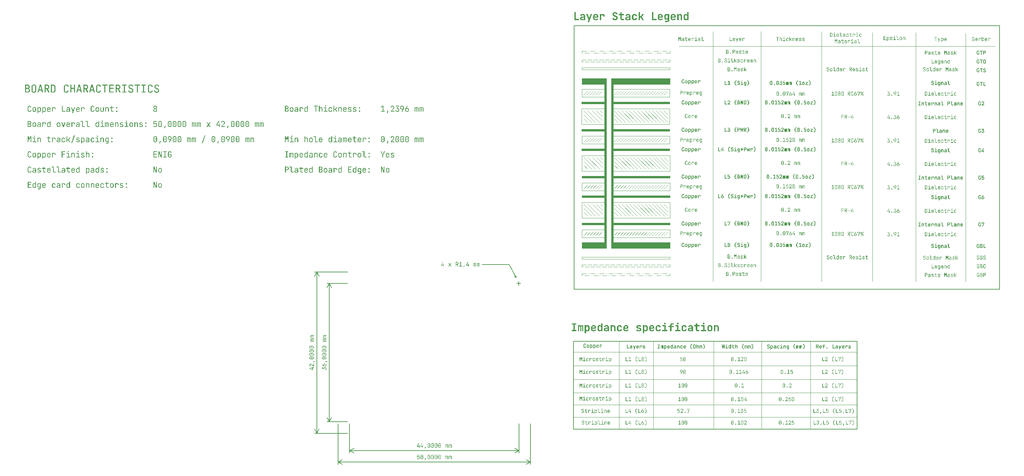
<source format=gbr>
G04 #@! TF.GenerationSoftware,KiCad,Pcbnew,9.0.0-9.0.0-2~ubuntu24.10.1*
G04 #@! TF.CreationDate,2025-04-01T16:44:13+02:00*
G04 #@! TF.ProjectId,Zynq_SoM,5a796e71-5f53-46f4-9d2e-6b696361645f,1.0*
G04 #@! TF.SameCoordinates,Original*
G04 #@! TF.FileFunction,Other,User*
%FSLAX46Y46*%
G04 Gerber Fmt 4.6, Leading zero omitted, Abs format (unit mm)*
G04 Created by KiCad (PCBNEW 9.0.0-9.0.0-2~ubuntu24.10.1) date 2025-04-01 16:44:13*
%MOMM*%
%LPD*%
G01*
G04 APERTURE LIST*
%ADD10C,0.100000*%
%ADD11C,0.150000*%
%ADD12C,0.200000*%
%ADD13C,0.125000*%
%ADD14C,0.400000*%
G04 APERTURE END LIST*
D10*
X190551000Y-57150000D02*
X191567000Y-56134000D01*
X175647000Y-73412000D02*
X176149000Y-73914000D01*
X178757000Y-72898000D02*
X193675000Y-72898000D01*
X193675000Y-76930000D01*
X178757000Y-76930000D01*
X178757000Y-72898000D01*
X178689000Y-43458000D02*
X193607000Y-43458000D01*
X193607000Y-45466000D01*
X178689000Y-45466000D01*
X178689000Y-43458000D01*
X187579000Y-69342000D02*
X188595000Y-68326000D01*
X192211000Y-61202000D02*
X193215000Y-62206000D01*
X174303000Y-57150000D02*
X175303000Y-56150000D01*
X178757000Y-78232000D02*
X193675000Y-78232000D01*
X193675000Y-78740000D01*
X178757000Y-78740000D01*
X178757000Y-78232000D01*
G36*
X178757000Y-78232000D02*
G01*
X193675000Y-78232000D01*
X193675000Y-78740000D01*
X178757000Y-78740000D01*
X178757000Y-78232000D01*
G37*
X174379000Y-69342000D02*
X175379000Y-68342000D01*
X171323000Y-69342000D02*
X172323000Y-68342000D01*
X217297000Y-28448000D02*
X217297000Y-93472000D01*
X170815000Y-87122000D02*
X193675000Y-87122000D01*
X193675000Y-87630000D01*
X170815000Y-87630000D01*
X170815000Y-87122000D01*
X170815000Y-71120000D02*
X176911000Y-71120000D01*
X176911000Y-71628000D01*
X170815000Y-71628000D01*
X170815000Y-71120000D01*
G36*
X170815000Y-71120000D02*
G01*
X176911000Y-71120000D01*
X176911000Y-71628000D01*
X170815000Y-71628000D01*
X170815000Y-71120000D01*
G37*
X257575618Y-28702000D02*
X257575618Y-93472000D01*
X192151000Y-69342000D02*
X193167000Y-68326000D01*
X180133000Y-52058000D02*
X179129000Y-51054000D01*
X170747000Y-48514000D02*
X176689000Y-48514000D01*
X176689000Y-52578000D01*
X170747000Y-52578000D01*
X170747000Y-48514000D01*
X189035000Y-44958000D02*
X190051000Y-43942000D01*
X178689000Y-48514000D02*
X193607000Y-48514000D01*
X193607000Y-52546000D01*
X178689000Y-52546000D01*
X178689000Y-48514000D01*
X179189000Y-81526000D02*
X180189000Y-80526000D01*
X186055000Y-81534000D02*
X187055000Y-80534000D01*
X180213000Y-73406000D02*
X183261000Y-76430000D01*
X189388809Y-109044000D02*
X189388809Y-131904000D01*
X242282880Y-115379500D02*
X168622880Y-115379500D01*
X174311000Y-44958000D02*
X175311000Y-43958000D01*
X181475000Y-81534000D02*
X182475000Y-80534000D01*
X242282880Y-125603000D02*
X168574975Y-125603000D01*
X177165000Y-84836000D02*
X176657000Y-84836000D01*
X176657000Y-40640000D01*
X177165000Y-40640000D01*
X177165000Y-84836000D01*
G36*
X177165000Y-84836000D02*
G01*
X176657000Y-84836000D01*
X176657000Y-40640000D01*
X177165000Y-40640000D01*
X177165000Y-84836000D01*
G37*
X188277000Y-61214000D02*
X191277000Y-64214000D01*
X204851000Y-28448000D02*
X204851000Y-93472000D01*
X192075000Y-57150000D02*
X193091000Y-56134000D01*
X242282880Y-122428000D02*
X168622880Y-122428000D01*
X172847000Y-69350000D02*
X173847000Y-68350000D01*
X185229000Y-73430000D02*
X188229000Y-76430000D01*
X186229000Y-73430000D02*
X189229000Y-76430000D01*
X189797000Y-44958000D02*
X190813000Y-43942000D01*
X185293000Y-81534000D02*
X186293000Y-80534000D01*
X170747000Y-46736000D02*
X176843000Y-46736000D01*
X176843000Y-47244000D01*
X170747000Y-47244000D01*
X170747000Y-46736000D01*
G36*
X170747000Y-46736000D02*
G01*
X176843000Y-46736000D01*
X176843000Y-47244000D01*
X170747000Y-47244000D01*
X170747000Y-46736000D01*
G37*
D11*
X168622880Y-109093000D02*
X242282880Y-109093000D01*
X242282880Y-131953000D01*
X168622880Y-131953000D01*
X168622880Y-109093000D01*
D10*
X180261000Y-61190000D02*
X183309000Y-64214000D01*
X186817000Y-81534000D02*
X187817000Y-80534000D01*
X170815000Y-80010000D02*
X176757000Y-80010000D01*
X176757000Y-82042000D01*
X170815000Y-82042000D01*
X170815000Y-80010000D01*
X182185000Y-44950000D02*
X183185000Y-43950000D01*
X174371000Y-81534000D02*
X175371000Y-80534000D01*
X173597000Y-61202000D02*
X176137000Y-63742000D01*
X173533000Y-57158000D02*
X174533000Y-56158000D01*
X185995000Y-44958000D02*
X186995000Y-43958000D01*
X188229000Y-73430000D02*
X191229000Y-76430000D01*
X230217880Y-109093000D02*
X230217880Y-131904000D01*
X188273000Y-44958000D02*
X189289000Y-43942000D01*
X170815000Y-91440000D02*
X171915000Y-91440000D01*
X172315000Y-91440000D02*
X172335000Y-91440000D01*
X172735000Y-91440000D02*
X172755000Y-91440000D01*
X173155000Y-91440000D02*
X174255000Y-91440000D01*
X174655000Y-91440000D02*
X174675000Y-91440000D01*
X175075000Y-91440000D02*
X175095000Y-91440000D01*
X175495000Y-91440000D02*
X176595000Y-91440000D01*
X176995000Y-91440000D02*
X177015000Y-91440000D01*
X177415000Y-91440000D02*
X177435000Y-91440000D01*
X177835000Y-91440000D02*
X178935000Y-91440000D01*
X179335000Y-91440000D02*
X179355000Y-91440000D01*
X179755000Y-91440000D02*
X179775000Y-91440000D01*
X180175000Y-91440000D02*
X181275000Y-91440000D01*
X181675000Y-91440000D02*
X181695000Y-91440000D01*
X182095000Y-91440000D02*
X182115000Y-91440000D01*
X182515000Y-91440000D02*
X183615000Y-91440000D01*
X184015000Y-91440000D02*
X184035000Y-91440000D01*
X184435000Y-91440000D02*
X184455000Y-91440000D01*
X184855000Y-91440000D02*
X185955000Y-91440000D01*
X186355000Y-91440000D02*
X186375000Y-91440000D01*
X186775000Y-91440000D02*
X186795000Y-91440000D01*
X187195000Y-91440000D02*
X188295000Y-91440000D01*
X188695000Y-91440000D02*
X188715000Y-91440000D01*
X189115000Y-91440000D02*
X189135000Y-91440000D01*
X189535000Y-91440000D02*
X190635000Y-91440000D01*
X191035000Y-91440000D02*
X191055000Y-91440000D01*
X191455000Y-91440000D02*
X191475000Y-91440000D01*
X191875000Y-91440000D02*
X192975000Y-91440000D01*
X193375000Y-91440000D02*
X193395000Y-91440000D01*
X193675000Y-91440000D02*
X193675000Y-91948000D01*
X193675000Y-91948000D02*
X192575000Y-91948000D01*
X192175000Y-91948000D02*
X192155000Y-91948000D01*
X191755000Y-91948000D02*
X191735000Y-91948000D01*
X191335000Y-91948000D02*
X190235000Y-91948000D01*
X189835000Y-91948000D02*
X189815000Y-91948000D01*
X189415000Y-91948000D02*
X189395000Y-91948000D01*
X188995000Y-91948000D02*
X187895000Y-91948000D01*
X187495000Y-91948000D02*
X187475000Y-91948000D01*
X187075000Y-91948000D02*
X187055000Y-91948000D01*
X186655000Y-91948000D02*
X185555000Y-91948000D01*
X185155000Y-91948000D02*
X185135000Y-91948000D01*
X184735000Y-91948000D02*
X184715000Y-91948000D01*
X184315000Y-91948000D02*
X183215000Y-91948000D01*
X182815000Y-91948000D02*
X182795000Y-91948000D01*
X182395000Y-91948000D02*
X182375000Y-91948000D01*
X181975000Y-91948000D02*
X180875000Y-91948000D01*
X180475000Y-91948000D02*
X180455000Y-91948000D01*
X180055000Y-91948000D02*
X180035000Y-91948000D01*
X179635000Y-91948000D02*
X178535000Y-91948000D01*
X178135000Y-91948000D02*
X178115000Y-91948000D01*
X177715000Y-91948000D02*
X177695000Y-91948000D01*
X177295000Y-91948000D02*
X176195000Y-91948000D01*
X175795000Y-91948000D02*
X175775000Y-91948000D01*
X175375000Y-91948000D02*
X175355000Y-91948000D01*
X174955000Y-91948000D02*
X173855000Y-91948000D01*
X173455000Y-91948000D02*
X173435000Y-91948000D01*
X173035000Y-91948000D02*
X173015000Y-91948000D01*
X172615000Y-91948000D02*
X171515000Y-91948000D01*
X171115000Y-91948000D02*
X171095000Y-91948000D01*
X170815000Y-91948000D02*
X170815000Y-91440000D01*
X171255000Y-49046000D02*
X174303000Y-52070000D01*
X191313000Y-57150000D02*
X192329000Y-56134000D01*
X183015000Y-69342000D02*
X184015000Y-68342000D01*
X185161000Y-49046000D02*
X188161000Y-52046000D01*
X189865000Y-69342000D02*
X190881000Y-68326000D01*
X178757000Y-67842000D02*
X193675000Y-67842000D01*
X193675000Y-69850000D01*
X178757000Y-69850000D01*
X178757000Y-67842000D01*
X178689000Y-53848000D02*
X193607000Y-53848000D01*
X193607000Y-54356000D01*
X178689000Y-54356000D01*
X178689000Y-53848000D01*
G36*
X178689000Y-53848000D02*
G01*
X193607000Y-53848000D01*
X193607000Y-54356000D01*
X178689000Y-54356000D01*
X178689000Y-53848000D01*
G37*
X183277000Y-61214000D02*
X186277000Y-64214000D01*
X173343000Y-64250000D02*
X171311000Y-62218000D01*
X178689000Y-55626000D02*
X193607000Y-55626000D01*
X193607000Y-57658000D01*
X178689000Y-57658000D01*
X178689000Y-55626000D01*
X170815000Y-67818000D02*
X176757000Y-67818000D01*
X176757000Y-69850000D01*
X170815000Y-69850000D01*
X170815000Y-67818000D01*
X173287000Y-52070000D02*
X171255000Y-50038000D01*
X179883000Y-57150000D02*
X180883000Y-56150000D01*
X189095000Y-81534000D02*
X190111000Y-80518000D01*
X170815000Y-35814000D02*
X171915000Y-35814000D01*
X172315000Y-35814000D02*
X173415000Y-35814000D01*
X173815000Y-35814000D02*
X174915000Y-35814000D01*
X175315000Y-35814000D02*
X176415000Y-35814000D01*
X176815000Y-35814000D02*
X177915000Y-35814000D01*
X178315000Y-35814000D02*
X179415000Y-35814000D01*
X179815000Y-35814000D02*
X180915000Y-35814000D01*
X181315000Y-35814000D02*
X182415000Y-35814000D01*
X182815000Y-35814000D02*
X183915000Y-35814000D01*
X184315000Y-35814000D02*
X185415000Y-35814000D01*
X185815000Y-35814000D02*
X186915000Y-35814000D01*
X187315000Y-35814000D02*
X188415000Y-35814000D01*
X188815000Y-35814000D02*
X189915000Y-35814000D01*
X190315000Y-35814000D02*
X191415000Y-35814000D01*
X191815000Y-35814000D02*
X192915000Y-35814000D01*
X193315000Y-35814000D02*
X193675000Y-35814000D01*
X193675000Y-35814000D02*
X193675000Y-36322000D01*
X193675000Y-36322000D02*
X192575000Y-36322000D01*
X192175000Y-36322000D02*
X191075000Y-36322000D01*
X190675000Y-36322000D02*
X189575000Y-36322000D01*
X189175000Y-36322000D02*
X188075000Y-36322000D01*
X187675000Y-36322000D02*
X186575000Y-36322000D01*
X186175000Y-36322000D02*
X185075000Y-36322000D01*
X184675000Y-36322000D02*
X183575000Y-36322000D01*
X183175000Y-36322000D02*
X182075000Y-36322000D01*
X181675000Y-36322000D02*
X180575000Y-36322000D01*
X180175000Y-36322000D02*
X179075000Y-36322000D01*
X178675000Y-36322000D02*
X177575000Y-36322000D01*
X177175000Y-36322000D02*
X176075000Y-36322000D01*
X175675000Y-36322000D02*
X174575000Y-36322000D01*
X174175000Y-36322000D02*
X173075000Y-36322000D01*
X172675000Y-36322000D02*
X171575000Y-36322000D01*
X171175000Y-36322000D02*
X170815000Y-36322000D01*
X170815000Y-36322000D02*
X170815000Y-35814000D01*
X172085000Y-69350000D02*
X173085000Y-68350000D01*
X179121000Y-57142000D02*
X180121000Y-56142000D01*
X190627000Y-69342000D02*
X191643000Y-68326000D01*
X184471000Y-44958000D02*
X185471000Y-43958000D01*
X170815000Y-40640000D02*
X176657000Y-40640000D01*
X176657000Y-42164000D01*
X170815000Y-42164000D01*
X170815000Y-40640000D01*
G36*
X170815000Y-40640000D02*
G01*
X176657000Y-40640000D01*
X176657000Y-42164000D01*
X170815000Y-42164000D01*
X170815000Y-40640000D01*
G37*
X172339000Y-73406000D02*
X175387000Y-76430000D01*
X187277000Y-61214000D02*
X190277000Y-64214000D01*
X191183000Y-61190000D02*
X193215000Y-63222000D01*
X172839000Y-81542000D02*
X173839000Y-80542000D01*
X184539000Y-69342000D02*
X185539000Y-68342000D01*
X172077000Y-81542000D02*
X173077000Y-80542000D01*
X180249000Y-64226000D02*
X179245000Y-63222000D01*
X180498809Y-109044000D02*
X180498809Y-131904000D01*
X181161000Y-52070000D02*
X179129000Y-50038000D01*
X186825000Y-69342000D02*
X187825000Y-68342000D01*
X175065000Y-57158000D02*
X176065000Y-56158000D01*
X171331000Y-57142000D02*
X172331000Y-56142000D01*
X181229000Y-76454000D02*
X179197000Y-74422000D01*
X181407000Y-57150000D02*
X182407000Y-56150000D01*
X188161000Y-49046000D02*
X191161000Y-52046000D01*
X184161000Y-49046000D02*
X187161000Y-52046000D01*
X190619000Y-81534000D02*
X191635000Y-80518000D01*
X184277000Y-61214000D02*
X187277000Y-64214000D01*
X173601000Y-81542000D02*
X174601000Y-80542000D01*
X174569000Y-49034000D02*
X176081000Y-50546000D01*
X171311000Y-61226000D02*
X174359000Y-64250000D01*
X173541000Y-44966000D02*
X174541000Y-43966000D01*
X270529618Y-28956000D02*
X270510000Y-93472000D01*
X192143000Y-81534000D02*
X193159000Y-80518000D01*
X191135000Y-73406000D02*
X193167000Y-75438000D01*
X173609000Y-69350000D02*
X174609000Y-68350000D01*
X172771000Y-57158000D02*
X173771000Y-56158000D01*
X191067000Y-49022000D02*
X193099000Y-51054000D01*
X184463000Y-57150000D02*
X185463000Y-56150000D01*
X242282880Y-111823500D02*
X168622880Y-111823500D01*
X170815000Y-60686000D02*
X176757000Y-60686000D01*
X176757000Y-64770000D01*
X170815000Y-64770000D01*
X170815000Y-60686000D01*
X178689000Y-58928000D02*
X193607000Y-58928000D01*
X193607000Y-59436000D01*
X178689000Y-59436000D01*
X178689000Y-58928000D01*
G36*
X178689000Y-58928000D02*
G01*
X193607000Y-58928000D01*
X193607000Y-59436000D01*
X178689000Y-59436000D01*
X178689000Y-58928000D01*
G37*
X180721000Y-69342000D02*
X181721000Y-68342000D01*
X187161000Y-49046000D02*
X190161000Y-52046000D01*
D11*
X168783000Y-26924000D02*
X279273000Y-26924000D01*
X279273000Y-95504000D01*
X168783000Y-95504000D01*
X168783000Y-26924000D01*
D10*
X187511000Y-44958000D02*
X188527000Y-43942000D01*
X190059000Y-49046000D02*
X193099000Y-52070000D01*
X175579000Y-49028000D02*
X176081000Y-49530000D01*
X183161000Y-49046000D02*
X186161000Y-52046000D01*
X172271000Y-49022000D02*
X175319000Y-52046000D01*
X173609000Y-73406000D02*
X176149000Y-75946000D01*
X170815000Y-89154000D02*
X171915000Y-89154000D01*
X172315000Y-89154000D02*
X173415000Y-89154000D01*
X173815000Y-89154000D02*
X174915000Y-89154000D01*
X175315000Y-89154000D02*
X176415000Y-89154000D01*
X176815000Y-89154000D02*
X177915000Y-89154000D01*
X178315000Y-89154000D02*
X179415000Y-89154000D01*
X179815000Y-89154000D02*
X180915000Y-89154000D01*
X181315000Y-89154000D02*
X182415000Y-89154000D01*
X182815000Y-89154000D02*
X183915000Y-89154000D01*
X184315000Y-89154000D02*
X185415000Y-89154000D01*
X185815000Y-89154000D02*
X186915000Y-89154000D01*
X187315000Y-89154000D02*
X188415000Y-89154000D01*
X188815000Y-89154000D02*
X189915000Y-89154000D01*
X190315000Y-89154000D02*
X191415000Y-89154000D01*
X191815000Y-89154000D02*
X192915000Y-89154000D01*
X193315000Y-89154000D02*
X193675000Y-89154000D01*
X193675000Y-89154000D02*
X193675000Y-89662000D01*
X193675000Y-89662000D02*
X192575000Y-89662000D01*
X192175000Y-89662000D02*
X191075000Y-89662000D01*
X190675000Y-89662000D02*
X189575000Y-89662000D01*
X189175000Y-89662000D02*
X188075000Y-89662000D01*
X187675000Y-89662000D02*
X186575000Y-89662000D01*
X186175000Y-89662000D02*
X185075000Y-89662000D01*
X184675000Y-89662000D02*
X183575000Y-89662000D01*
X183175000Y-89662000D02*
X182075000Y-89662000D01*
X181675000Y-89662000D02*
X180575000Y-89662000D01*
X180175000Y-89662000D02*
X179075000Y-89662000D01*
X178675000Y-89662000D02*
X177575000Y-89662000D01*
X177175000Y-89662000D02*
X176075000Y-89662000D01*
X175675000Y-89662000D02*
X174575000Y-89662000D01*
X174175000Y-89662000D02*
X173075000Y-89662000D01*
X172675000Y-89662000D02*
X171575000Y-89662000D01*
X171175000Y-89662000D02*
X170815000Y-89662000D01*
X170815000Y-89662000D02*
X170815000Y-89154000D01*
X182939000Y-57150000D02*
X183939000Y-56150000D01*
X170815000Y-55626000D02*
X176689000Y-55626000D01*
X176689000Y-57658000D01*
X170815000Y-57658000D01*
X170815000Y-55626000D01*
X170747000Y-58928000D02*
X176843000Y-58928000D01*
X176843000Y-59436000D01*
X170747000Y-59436000D01*
X170747000Y-58928000D01*
G36*
X170747000Y-58928000D02*
G01*
X176843000Y-58928000D01*
X176843000Y-59436000D01*
X170747000Y-59436000D01*
X170747000Y-58928000D01*
G37*
X187571000Y-81534000D02*
X188587000Y-80518000D01*
X192083000Y-44958000D02*
X193099000Y-43942000D01*
X170815000Y-83346000D02*
X176757000Y-83346000D01*
X176757000Y-84836000D01*
X170815000Y-84836000D01*
X170815000Y-83346000D01*
G36*
X170815000Y-83346000D02*
G01*
X176757000Y-83346000D01*
X176757000Y-84836000D01*
X170815000Y-84836000D01*
X170815000Y-83346000D01*
G37*
X170815000Y-78232000D02*
X176911000Y-78232000D01*
X176911000Y-78740000D01*
X170815000Y-78740000D01*
X170815000Y-78232000D01*
G36*
X170815000Y-78232000D02*
G01*
X176911000Y-78232000D01*
X176911000Y-78740000D01*
X170815000Y-78740000D01*
X170815000Y-78232000D01*
G37*
X178757000Y-80010000D02*
X193675000Y-80010000D01*
X193675000Y-82042000D01*
X178757000Y-82042000D01*
X178757000Y-80010000D01*
X170747000Y-53848000D02*
X176843000Y-53848000D01*
X176843000Y-54356000D01*
X170747000Y-54356000D01*
X170747000Y-53848000D01*
G36*
X170747000Y-53848000D02*
G01*
X176843000Y-53848000D01*
X176843000Y-54356000D01*
X170747000Y-54356000D01*
X170747000Y-53848000D01*
G37*
X186063000Y-69342000D02*
X187063000Y-68342000D01*
X182245000Y-81526000D02*
X183245000Y-80526000D01*
X172327000Y-61202000D02*
X175375000Y-64226000D01*
X185225000Y-57150000D02*
X186225000Y-56150000D01*
X178689000Y-46736000D02*
X193607000Y-46736000D01*
X193607000Y-47244000D01*
X178689000Y-47244000D01*
X178689000Y-46736000D01*
G36*
X178689000Y-46736000D02*
G01*
X193607000Y-46736000D01*
X193607000Y-47244000D01*
X178689000Y-47244000D01*
X178689000Y-46736000D01*
G37*
X180145000Y-49022000D02*
X183193000Y-52046000D01*
X184531000Y-81534000D02*
X185531000Y-80534000D01*
X192095000Y-49034000D02*
X193099000Y-50038000D01*
X185277000Y-61214000D02*
X188277000Y-64214000D01*
X178943000Y-83312000D02*
X193675000Y-83312000D01*
X193675000Y-84836000D01*
X178943000Y-84836000D01*
X178943000Y-83312000D01*
G36*
X178943000Y-83312000D02*
G01*
X193675000Y-83312000D01*
X193675000Y-84836000D01*
X178943000Y-84836000D01*
X178943000Y-83312000D01*
G37*
X173355000Y-76454000D02*
X171323000Y-74422000D01*
X186749000Y-57150000D02*
X187749000Y-56150000D01*
X173541000Y-49022000D02*
X176081000Y-51562000D01*
X174637000Y-73418000D02*
X176149000Y-74930000D01*
X182161000Y-49046000D02*
X185161000Y-52046000D01*
X180201000Y-76442000D02*
X179197000Y-75438000D01*
X191321000Y-44958000D02*
X192337000Y-43942000D01*
X179129000Y-44950000D02*
X180129000Y-43950000D01*
X170815000Y-33528000D02*
X171915000Y-33528000D01*
X172315000Y-33528000D02*
X172335000Y-33528000D01*
X172735000Y-33528000D02*
X172755000Y-33528000D01*
X173155000Y-33528000D02*
X174255000Y-33528000D01*
X174655000Y-33528000D02*
X174675000Y-33528000D01*
X175075000Y-33528000D02*
X175095000Y-33528000D01*
X175495000Y-33528000D02*
X176595000Y-33528000D01*
X176995000Y-33528000D02*
X177015000Y-33528000D01*
X177415000Y-33528000D02*
X177435000Y-33528000D01*
X177835000Y-33528000D02*
X178935000Y-33528000D01*
X179335000Y-33528000D02*
X179355000Y-33528000D01*
X179755000Y-33528000D02*
X179775000Y-33528000D01*
X180175000Y-33528000D02*
X181275000Y-33528000D01*
X181675000Y-33528000D02*
X181695000Y-33528000D01*
X182095000Y-33528000D02*
X182115000Y-33528000D01*
X182515000Y-33528000D02*
X183615000Y-33528000D01*
X184015000Y-33528000D02*
X184035000Y-33528000D01*
X184435000Y-33528000D02*
X184455000Y-33528000D01*
X184855000Y-33528000D02*
X185955000Y-33528000D01*
X186355000Y-33528000D02*
X186375000Y-33528000D01*
X186775000Y-33528000D02*
X186795000Y-33528000D01*
X187195000Y-33528000D02*
X188295000Y-33528000D01*
X188695000Y-33528000D02*
X188715000Y-33528000D01*
X189115000Y-33528000D02*
X189135000Y-33528000D01*
X189535000Y-33528000D02*
X190635000Y-33528000D01*
X191035000Y-33528000D02*
X191055000Y-33528000D01*
X191455000Y-33528000D02*
X191475000Y-33528000D01*
X191875000Y-33528000D02*
X192975000Y-33528000D01*
X193375000Y-33528000D02*
X193395000Y-33528000D01*
X193675000Y-33528000D02*
X193675000Y-34036000D01*
X193675000Y-34036000D02*
X192575000Y-34036000D01*
X192175000Y-34036000D02*
X192155000Y-34036000D01*
X191755000Y-34036000D02*
X191735000Y-34036000D01*
X191335000Y-34036000D02*
X190235000Y-34036000D01*
X189835000Y-34036000D02*
X189815000Y-34036000D01*
X189415000Y-34036000D02*
X189395000Y-34036000D01*
X188995000Y-34036000D02*
X187895000Y-34036000D01*
X187495000Y-34036000D02*
X187475000Y-34036000D01*
X187075000Y-34036000D02*
X187055000Y-34036000D01*
X186655000Y-34036000D02*
X185555000Y-34036000D01*
X185155000Y-34036000D02*
X185135000Y-34036000D01*
X184735000Y-34036000D02*
X184715000Y-34036000D01*
X184315000Y-34036000D02*
X183215000Y-34036000D01*
X182815000Y-34036000D02*
X182795000Y-34036000D01*
X182395000Y-34036000D02*
X182375000Y-34036000D01*
X181975000Y-34036000D02*
X180875000Y-34036000D01*
X180475000Y-34036000D02*
X180455000Y-34036000D01*
X180055000Y-34036000D02*
X180035000Y-34036000D01*
X179635000Y-34036000D02*
X178535000Y-34036000D01*
X178135000Y-34036000D02*
X178115000Y-34036000D01*
X177715000Y-34036000D02*
X177695000Y-34036000D01*
X177295000Y-34036000D02*
X176195000Y-34036000D01*
X175795000Y-34036000D02*
X175775000Y-34036000D01*
X175375000Y-34036000D02*
X175355000Y-34036000D01*
X174955000Y-34036000D02*
X173855000Y-34036000D01*
X173455000Y-34036000D02*
X173435000Y-34036000D01*
X173035000Y-34036000D02*
X173015000Y-34036000D01*
X172615000Y-34036000D02*
X171515000Y-34036000D01*
X171115000Y-34036000D02*
X171095000Y-34036000D01*
X170815000Y-34036000D02*
X170815000Y-33528000D01*
X190175000Y-61214000D02*
X193215000Y-64238000D01*
X179129000Y-49046000D02*
X182177000Y-52070000D01*
X181229000Y-73430000D02*
X184229000Y-76430000D01*
X182253000Y-69334000D02*
X183253000Y-68334000D01*
X180645000Y-57150000D02*
X181645000Y-56150000D01*
X172017000Y-44966000D02*
X173017000Y-43966000D01*
X171315000Y-81534000D02*
X172315000Y-80534000D01*
X181161000Y-49046000D02*
X184161000Y-52046000D01*
X179197000Y-73430000D02*
X182245000Y-76454000D01*
X187229000Y-73430000D02*
X190229000Y-76430000D01*
X170815000Y-72898000D02*
X176757000Y-72898000D01*
X176757000Y-76962000D01*
X170815000Y-76962000D01*
X170815000Y-72898000D01*
X181415000Y-44958000D02*
X182415000Y-43958000D01*
X183007000Y-81534000D02*
X184007000Y-80534000D01*
X185987000Y-57150000D02*
X186987000Y-56150000D01*
X189161000Y-49046000D02*
X192161000Y-52046000D01*
X189277000Y-61214000D02*
X192277000Y-64214000D01*
X180713000Y-81534000D02*
X181713000Y-80534000D01*
X175073000Y-44966000D02*
X176073000Y-43966000D01*
X170815000Y-37846000D02*
X193675000Y-37846000D01*
X193675000Y-38354000D01*
X170815000Y-38354000D01*
X170815000Y-37846000D01*
X186161000Y-49046000D02*
X189161000Y-52046000D01*
X190559000Y-44958000D02*
X191575000Y-43942000D01*
X184229000Y-73430000D02*
X187229000Y-76430000D01*
X179245000Y-61214000D02*
X182293000Y-64238000D01*
X182277000Y-61214000D02*
X185277000Y-64214000D01*
X189027000Y-57150000D02*
X190043000Y-56134000D01*
X181277000Y-64238000D02*
X179245000Y-62206000D01*
X172009000Y-57158000D02*
X173009000Y-56158000D01*
X183777000Y-69342000D02*
X184777000Y-68342000D01*
X179959000Y-69342000D02*
X180959000Y-68342000D01*
X183229000Y-73430000D02*
X186229000Y-76430000D01*
X183769000Y-81534000D02*
X184769000Y-80534000D01*
X242282880Y-128778000D02*
X168574975Y-128778000D01*
X188265000Y-57150000D02*
X189281000Y-56134000D01*
X188341000Y-69342000D02*
X189357000Y-68326000D01*
X178757000Y-60738000D02*
X193675000Y-60738000D01*
X193675000Y-64738000D01*
X178757000Y-64738000D01*
X178757000Y-60738000D01*
X186757000Y-44958000D02*
X187757000Y-43958000D01*
X182947000Y-44958000D02*
X183947000Y-43958000D01*
X172315000Y-64238000D02*
X171311000Y-63234000D01*
X189857000Y-81534000D02*
X190873000Y-80518000D01*
X179197000Y-69334000D02*
X180197000Y-68334000D01*
X180653000Y-44958000D02*
X181653000Y-43958000D01*
X183701000Y-57150000D02*
X184701000Y-56150000D01*
X178757000Y-71120000D02*
X193675000Y-71120000D01*
X193675000Y-71628000D01*
X178757000Y-71628000D01*
X178757000Y-71120000D01*
G36*
X178757000Y-71120000D02*
G01*
X193675000Y-71120000D01*
X193675000Y-71628000D01*
X178757000Y-71628000D01*
X178757000Y-71120000D01*
G37*
X185301000Y-69342000D02*
X186301000Y-68342000D01*
X172259000Y-52058000D02*
X171255000Y-51054000D01*
X179951000Y-81534000D02*
X180951000Y-80534000D01*
X179891000Y-44958000D02*
X180891000Y-43958000D01*
X172779000Y-44966000D02*
X173779000Y-43966000D01*
X178943000Y-40640000D02*
X193675000Y-40640000D01*
X193675000Y-42164000D01*
X178943000Y-42164000D01*
X178943000Y-40640000D01*
G36*
X178943000Y-40640000D02*
G01*
X193675000Y-40640000D01*
X193675000Y-42164000D01*
X178943000Y-42164000D01*
X178943000Y-40640000D01*
G37*
X170815000Y-66040000D02*
X176911000Y-66040000D01*
X176911000Y-66548000D01*
X170815000Y-66548000D01*
X170815000Y-66040000D01*
G36*
X170815000Y-66040000D02*
G01*
X176911000Y-66040000D01*
X176911000Y-66548000D01*
X170815000Y-66548000D01*
X170815000Y-66040000D01*
G37*
X186277000Y-61214000D02*
X189277000Y-64214000D01*
X182177000Y-57142000D02*
X183177000Y-56142000D01*
X172327000Y-76442000D02*
X171323000Y-75438000D01*
X188333000Y-81534000D02*
X189349000Y-80518000D01*
X183709000Y-44958000D02*
X184709000Y-43958000D01*
X191389000Y-69342000D02*
X192405000Y-68326000D01*
X185233000Y-44958000D02*
X186233000Y-43958000D01*
X242282880Y-118935500D02*
X168622880Y-118935500D01*
X191381000Y-81534000D02*
X192397000Y-80518000D01*
X170815000Y-43434000D02*
X176657000Y-43434000D01*
X176657000Y-45466000D01*
X170815000Y-45466000D01*
X170815000Y-43434000D01*
X189789000Y-57150000D02*
X190805000Y-56134000D01*
X181483000Y-69342000D02*
X182483000Y-68342000D01*
X278130000Y-32258000D02*
X196088000Y-32258000D01*
X190127000Y-73430000D02*
X193167000Y-76454000D01*
X168574975Y-131953000D02*
X242282880Y-131953000D01*
X182229000Y-73430000D02*
X185229000Y-76430000D01*
X205050976Y-109044000D02*
X205050976Y-131904000D01*
X189229000Y-73430000D02*
X192229000Y-76430000D01*
X175141000Y-69350000D02*
X176141000Y-68350000D01*
X178943000Y-84836000D02*
X178435000Y-84836000D01*
X178435000Y-40640000D01*
X178943000Y-40640000D01*
X178943000Y-84836000D01*
G36*
X178943000Y-84836000D02*
G01*
X178435000Y-84836000D01*
X178435000Y-40640000D01*
X178943000Y-40640000D01*
X178943000Y-84836000D01*
G37*
X187503000Y-57150000D02*
X188519000Y-56134000D01*
X175635000Y-61208000D02*
X176137000Y-61710000D01*
X178757000Y-66040000D02*
X193675000Y-66040000D01*
X193675000Y-66548000D01*
X178757000Y-66548000D01*
X178757000Y-66040000D01*
G36*
X178757000Y-66040000D02*
G01*
X193675000Y-66040000D01*
X193675000Y-66548000D01*
X178757000Y-66548000D01*
X178757000Y-66040000D01*
G37*
X171323000Y-73430000D02*
X174371000Y-76454000D01*
X181277000Y-61214000D02*
X184277000Y-64214000D01*
X246253000Y-28702000D02*
X246253000Y-93472000D01*
X217517880Y-109093000D02*
X217496976Y-131904000D01*
X171255000Y-44958000D02*
X172255000Y-43958000D01*
X189103000Y-69342000D02*
X190119000Y-68326000D01*
X233045000Y-28448000D02*
X233045000Y-93472000D01*
X192163000Y-73418000D02*
X193167000Y-74422000D01*
X174625000Y-61214000D02*
X176137000Y-62726000D01*
X175133000Y-81542000D02*
X176133000Y-80542000D01*
D12*
G36*
X261896386Y-42340631D02*
G01*
X261845431Y-42338372D01*
X261792413Y-42330429D01*
X261743954Y-42316768D01*
X261714181Y-42304483D01*
X261669540Y-42278852D01*
X261631482Y-42247449D01*
X261597221Y-42206238D01*
X261594502Y-42202145D01*
X261571833Y-42158511D01*
X261557560Y-42110344D01*
X261551683Y-42057646D01*
X261551515Y-42046563D01*
X261727370Y-42046563D01*
X261736252Y-42097339D01*
X261765483Y-42140641D01*
X261773776Y-42147923D01*
X261816600Y-42172277D01*
X261865218Y-42183737D01*
X261897607Y-42185537D01*
X261949940Y-42180350D01*
X261996169Y-42163027D01*
X262016554Y-42148656D01*
X262047408Y-42108231D01*
X262059162Y-42059945D01*
X262059540Y-42048272D01*
X262052152Y-41999546D01*
X262029987Y-41958391D01*
X261992245Y-41925044D01*
X261948410Y-41906612D01*
X261824579Y-41872418D01*
X261774779Y-41855938D01*
X261730098Y-41834924D01*
X261685302Y-41805356D01*
X261647193Y-41769864D01*
X261638710Y-41760066D01*
X261609859Y-41717934D01*
X261589251Y-41671650D01*
X261576886Y-41621214D01*
X261572764Y-41566625D01*
X261576937Y-41511566D01*
X261589454Y-41461579D01*
X261610316Y-41416664D01*
X261639523Y-41376822D01*
X261659959Y-41356332D01*
X261701005Y-41325688D01*
X261747848Y-41302570D01*
X261800488Y-41286979D01*
X261850222Y-41279606D01*
X261894921Y-41277686D01*
X261948644Y-41280408D01*
X261998075Y-41288574D01*
X262050318Y-41304982D01*
X262096717Y-41328799D01*
X262131836Y-41355111D01*
X262166097Y-41391426D01*
X262194948Y-41439167D01*
X262211177Y-41486401D01*
X262218991Y-41538731D01*
X262219764Y-41562718D01*
X262043909Y-41562718D01*
X262035107Y-41512389D01*
X262006317Y-41470417D01*
X262003853Y-41468196D01*
X261959646Y-41442775D01*
X261910567Y-41433334D01*
X261893455Y-41432780D01*
X261842451Y-41438504D01*
X261795922Y-41459334D01*
X261785744Y-41467463D01*
X261756801Y-41509045D01*
X261747191Y-41560562D01*
X261747154Y-41564427D01*
X261756273Y-41614539D01*
X261775974Y-41647958D01*
X261813972Y-41679590D01*
X261859750Y-41697540D01*
X261984802Y-41732955D01*
X262034567Y-41749541D01*
X262079143Y-41770662D01*
X262123732Y-41800353D01*
X262161544Y-41835966D01*
X262169938Y-41845795D01*
X262198576Y-41888080D01*
X262219031Y-41935066D01*
X262231304Y-41986754D01*
X262235331Y-42035837D01*
X262235395Y-42043143D01*
X262231269Y-42096843D01*
X262218890Y-42146202D01*
X262198258Y-42191220D01*
X262193141Y-42199703D01*
X262163441Y-42238725D01*
X262127157Y-42271831D01*
X262084291Y-42299022D01*
X262074928Y-42303750D01*
X262024853Y-42323199D01*
X261975340Y-42334544D01*
X261921616Y-42340055D01*
X261896386Y-42340631D01*
G37*
G36*
X262417600Y-42325000D02*
G01*
X262417600Y-42169905D01*
X262682115Y-42169905D01*
X262682115Y-41698517D01*
X262445688Y-41698517D01*
X262445688Y-41543422D01*
X262857970Y-41543422D01*
X262857970Y-42169905D01*
X263095618Y-42169905D01*
X263095618Y-42325000D01*
X262417600Y-42325000D01*
G37*
G36*
X262758075Y-41418370D02*
G01*
X262707584Y-41410650D01*
X262673567Y-41391015D01*
X262647120Y-41349074D01*
X262642792Y-41316765D01*
X262653641Y-41268170D01*
X262673567Y-41242759D01*
X262718323Y-41219715D01*
X262758075Y-41215160D01*
X262808496Y-41222949D01*
X262842339Y-41242759D01*
X262868995Y-41284491D01*
X262873357Y-41316765D01*
X262862422Y-41365446D01*
X262842339Y-41391015D01*
X262797786Y-41413855D01*
X262758075Y-41418370D01*
G37*
G36*
X263558293Y-41532108D02*
G01*
X263605976Y-41546830D01*
X263646386Y-41571999D01*
X263680561Y-41609929D01*
X263702852Y-41657407D01*
X263711110Y-41694364D01*
X263714041Y-41694364D01*
X263709645Y-41543422D01*
X263885500Y-41543422D01*
X263885500Y-42320603D01*
X263881795Y-42370188D01*
X263868487Y-42420845D01*
X263845502Y-42465091D01*
X263812838Y-42502926D01*
X263808075Y-42507205D01*
X263765867Y-42536911D01*
X263716423Y-42558129D01*
X263667224Y-42569733D01*
X263612485Y-42574839D01*
X263595828Y-42575104D01*
X263363797Y-42575104D01*
X263363797Y-42420010D01*
X263592897Y-42420010D01*
X263644615Y-42413186D01*
X263688484Y-42385466D01*
X263709263Y-42336422D01*
X263711110Y-42310833D01*
X263711110Y-42254169D01*
X263714041Y-42111775D01*
X263711110Y-42111775D01*
X263698393Y-42161051D01*
X263673131Y-42205788D01*
X263646386Y-42233164D01*
X263601941Y-42259806D01*
X263553597Y-42273425D01*
X263508633Y-42276884D01*
X263459240Y-42273015D01*
X263408488Y-42259120D01*
X263363810Y-42235119D01*
X263325208Y-42201013D01*
X263320810Y-42196039D01*
X263290356Y-42152060D01*
X263268603Y-42100968D01*
X263256707Y-42050426D01*
X263251473Y-41994439D01*
X263251201Y-41977442D01*
X263251201Y-41834804D01*
X263427056Y-41834804D01*
X263427056Y-41969870D01*
X263432174Y-42019936D01*
X263451081Y-42066452D01*
X263463448Y-42082466D01*
X263504610Y-42110691D01*
X263555327Y-42121444D01*
X263567740Y-42121789D01*
X263617513Y-42115179D01*
X263662521Y-42091122D01*
X263672276Y-42081734D01*
X263699098Y-42037205D01*
X263709061Y-41987326D01*
X263709645Y-41969870D01*
X263709645Y-41834804D01*
X263704390Y-41785414D01*
X263684975Y-41739078D01*
X263672276Y-41722941D01*
X263630817Y-41694190D01*
X263580113Y-41683237D01*
X263567740Y-41682885D01*
X263517889Y-41689415D01*
X263473092Y-41713179D01*
X263463448Y-41722452D01*
X263437327Y-41766724D01*
X263427625Y-41817074D01*
X263427056Y-41834804D01*
X263251201Y-41834804D01*
X263251201Y-41825767D01*
X263253648Y-41776608D01*
X263262689Y-41724184D01*
X263278392Y-41677065D01*
X263304496Y-41629713D01*
X263320810Y-41608635D01*
X263358653Y-41573266D01*
X263402571Y-41548002D01*
X263452564Y-41532844D01*
X263501292Y-41527870D01*
X263508633Y-41527791D01*
X263558293Y-41532108D01*
G37*
G36*
X264097503Y-42325000D02*
G01*
X264097503Y-41543422D01*
X264268961Y-41543422D01*
X264268961Y-41701692D01*
X264271892Y-41701692D01*
X264283789Y-41654165D01*
X264306023Y-41609874D01*
X264337838Y-41573953D01*
X264382523Y-41545823D01*
X264431510Y-41531442D01*
X264477300Y-41527791D01*
X264531354Y-41532599D01*
X264579699Y-41547025D01*
X264622335Y-41571068D01*
X264659261Y-41604727D01*
X264689181Y-41646386D01*
X264710552Y-41694670D01*
X264722240Y-41742353D01*
X264727382Y-41795108D01*
X264727649Y-41811113D01*
X264727649Y-42325000D01*
X264551794Y-42325000D01*
X264551794Y-41830652D01*
X264546539Y-41781948D01*
X264527125Y-41736762D01*
X264514425Y-41721231D01*
X264473878Y-41693707D01*
X264425673Y-41683222D01*
X264414041Y-41682885D01*
X264365019Y-41689456D01*
X264320275Y-41713366D01*
X264310482Y-41722697D01*
X264283835Y-41767480D01*
X264273938Y-41818360D01*
X264273357Y-41836270D01*
X264273357Y-42325000D01*
X264097503Y-42325000D01*
G37*
G36*
X265309055Y-41530298D02*
G01*
X265363944Y-41539561D01*
X265413059Y-41555650D01*
X265456401Y-41578564D01*
X265483825Y-41599110D01*
X265520156Y-41637944D01*
X265546107Y-41683374D01*
X265561677Y-41735397D01*
X265566786Y-41786328D01*
X265566868Y-41794016D01*
X265566868Y-42325000D01*
X265396630Y-42325000D01*
X265396630Y-42201168D01*
X265393944Y-42201168D01*
X265373826Y-42249400D01*
X265338874Y-42288522D01*
X265317740Y-42303506D01*
X265272426Y-42324643D01*
X265224570Y-42336244D01*
X265170369Y-42340595D01*
X265164600Y-42340631D01*
X265114671Y-42337662D01*
X265063563Y-42327000D01*
X265013658Y-42305735D01*
X264976044Y-42278593D01*
X264942749Y-42239986D01*
X264920351Y-42194229D01*
X264908849Y-42141325D01*
X264907168Y-42108845D01*
X264908340Y-42096144D01*
X265083022Y-42096144D01*
X265092304Y-42146214D01*
X265120147Y-42184071D01*
X265164355Y-42207702D01*
X265214257Y-42215456D01*
X265222241Y-42215579D01*
X265274265Y-42210221D01*
X265321942Y-42192323D01*
X265343874Y-42177477D01*
X265376098Y-42139322D01*
X265390276Y-42091538D01*
X265391013Y-42076116D01*
X265391013Y-41981106D01*
X265209540Y-41981106D01*
X265159709Y-41987921D01*
X265116728Y-42012124D01*
X265089474Y-42053856D01*
X265083022Y-42096144D01*
X264908340Y-42096144D01*
X264912083Y-42055600D01*
X264926829Y-42008705D01*
X264955169Y-41963539D01*
X264985814Y-41933967D01*
X265029121Y-41906718D01*
X265080153Y-41887255D01*
X265131141Y-41876611D01*
X265188044Y-41871928D01*
X265205388Y-41871685D01*
X265391013Y-41871685D01*
X265391013Y-41804762D01*
X265382802Y-41756183D01*
X265353644Y-41714881D01*
X265309252Y-41690884D01*
X265258489Y-41683010D01*
X265250329Y-41682885D01*
X265200794Y-41688168D01*
X265155289Y-41707142D01*
X265150434Y-41710484D01*
X265117791Y-41747909D01*
X265109645Y-41778872D01*
X264942339Y-41778872D01*
X264950200Y-41724788D01*
X264968167Y-41676352D01*
X264996240Y-41633563D01*
X265034418Y-41596423D01*
X265080779Y-41566396D01*
X265126478Y-41547161D01*
X265176969Y-41534493D01*
X265232252Y-41528394D01*
X265257412Y-41527791D01*
X265309055Y-41530298D01*
G37*
G36*
X266214844Y-42325000D02*
G01*
X266160546Y-42320649D01*
X266111712Y-42307597D01*
X266063307Y-42282513D01*
X266030440Y-42255390D01*
X265996437Y-42212758D01*
X265973562Y-42163170D01*
X265962572Y-42113252D01*
X265960099Y-42072208D01*
X265960099Y-41448412D01*
X265705597Y-41448412D01*
X265705597Y-41293318D01*
X266135953Y-41293318D01*
X266135953Y-42071964D01*
X266145590Y-42121309D01*
X266160622Y-42143771D01*
X266205041Y-42167838D01*
X266227300Y-42169905D01*
X266453958Y-42169905D01*
X266453958Y-42325000D01*
X266214844Y-42325000D01*
G37*
G36*
X197100887Y-41930631D02*
G01*
X197046801Y-41927656D01*
X196996928Y-41918730D01*
X196946453Y-41901833D01*
X196927719Y-41893018D01*
X196885296Y-41866480D01*
X196846069Y-41830291D01*
X196814634Y-41786772D01*
X196793511Y-41741444D01*
X196780211Y-41691250D01*
X196774930Y-41641915D01*
X196774578Y-41624595D01*
X196774578Y-41173722D01*
X196777747Y-41123074D01*
X196788700Y-41071420D01*
X196807476Y-41024633D01*
X196814634Y-41011545D01*
X196842889Y-40971679D01*
X196881408Y-40934824D01*
X196923186Y-40907681D01*
X196927719Y-40905300D01*
X196976114Y-40885464D01*
X197024116Y-40873894D01*
X197076329Y-40868274D01*
X197100887Y-40867686D01*
X197154244Y-40870661D01*
X197203583Y-40879587D01*
X197253691Y-40896484D01*
X197272345Y-40905300D01*
X197314968Y-40931708D01*
X197354526Y-40967810D01*
X197383826Y-41007042D01*
X197386407Y-41011301D01*
X197407916Y-41056605D01*
X197421459Y-41106727D01*
X197426837Y-41155957D01*
X197427195Y-41173234D01*
X197250119Y-41173234D01*
X197244658Y-41123683D01*
X197224482Y-41077682D01*
X197211284Y-41061859D01*
X197167807Y-41033809D01*
X197118320Y-41023391D01*
X197100887Y-41022780D01*
X197051599Y-41028173D01*
X197005644Y-41048095D01*
X196989756Y-41061127D01*
X196961531Y-41104589D01*
X196951048Y-41154412D01*
X196950433Y-41172013D01*
X196950433Y-41625083D01*
X196955963Y-41674634D01*
X196976393Y-41720636D01*
X196989756Y-41736458D01*
X197033759Y-41764508D01*
X197083442Y-41774926D01*
X197100887Y-41775537D01*
X197150071Y-41770041D01*
X197195645Y-41749739D01*
X197211284Y-41736458D01*
X197239159Y-41692294D01*
X197249512Y-41642211D01*
X197250119Y-41624595D01*
X197427195Y-41624595D01*
X197423969Y-41675263D01*
X197412816Y-41726983D01*
X197393696Y-41773885D01*
X197386407Y-41787016D01*
X197357741Y-41826882D01*
X197318882Y-41863737D01*
X197276893Y-41890881D01*
X197272345Y-41893262D01*
X197224222Y-41912968D01*
X197176669Y-41924464D01*
X197125097Y-41930047D01*
X197100887Y-41930631D01*
G37*
G36*
X197988269Y-41120736D02*
G01*
X198037688Y-41129572D01*
X198089830Y-41147325D01*
X198136036Y-41173096D01*
X198170915Y-41201566D01*
X198204890Y-41240918D01*
X198230520Y-41285669D01*
X198247806Y-41335819D01*
X198256747Y-41391370D01*
X198258109Y-41425537D01*
X198258109Y-41621420D01*
X198255044Y-41672507D01*
X198243719Y-41726966D01*
X198224049Y-41775884D01*
X198196034Y-41819263D01*
X198170915Y-41846856D01*
X198129798Y-41879499D01*
X198082745Y-41904124D01*
X198029754Y-41920732D01*
X197979608Y-41928586D01*
X197934488Y-41930631D01*
X197880706Y-41927686D01*
X197831287Y-41918850D01*
X197779145Y-41901097D01*
X197732940Y-41875326D01*
X197698060Y-41846856D01*
X197664085Y-41807434D01*
X197638455Y-41762473D01*
X197621169Y-41711971D01*
X197612228Y-41655930D01*
X197610866Y-41621420D01*
X197610866Y-41427002D01*
X197610895Y-41426514D01*
X197786721Y-41426514D01*
X197786721Y-41621908D01*
X197792147Y-41673016D01*
X197812196Y-41720140D01*
X197825311Y-41736214D01*
X197868641Y-41764439D01*
X197917394Y-41774922D01*
X197934488Y-41775537D01*
X197986400Y-41769047D01*
X198030585Y-41747542D01*
X198043420Y-41736214D01*
X198069967Y-41694860D01*
X198081306Y-41644405D01*
X198082254Y-41621908D01*
X198082254Y-41426514D01*
X198076793Y-41375440D01*
X198056618Y-41328444D01*
X198043420Y-41312452D01*
X198000265Y-41284052D01*
X197951577Y-41273503D01*
X197934488Y-41272885D01*
X197882535Y-41279415D01*
X197838216Y-41301054D01*
X197825311Y-41312452D01*
X197798931Y-41353639D01*
X197787663Y-41404023D01*
X197786721Y-41426514D01*
X197610895Y-41426514D01*
X197613931Y-41375915D01*
X197625256Y-41321456D01*
X197644926Y-41272538D01*
X197672941Y-41229159D01*
X197698060Y-41201566D01*
X197739177Y-41168923D01*
X197786230Y-41144298D01*
X197839221Y-41127690D01*
X197889367Y-41119836D01*
X197934488Y-41117791D01*
X197988269Y-41120736D01*
G37*
G36*
X198898300Y-41122874D02*
G01*
X198946996Y-41138124D01*
X198990136Y-41163541D01*
X199027719Y-41199124D01*
X199058173Y-41243255D01*
X199079925Y-41294317D01*
X199091822Y-41344682D01*
X199097056Y-41400352D01*
X199097328Y-41417233D01*
X199097328Y-41629724D01*
X199094881Y-41679564D01*
X199085840Y-41732653D01*
X199070137Y-41780296D01*
X199044033Y-41828076D01*
X199027719Y-41849298D01*
X198990136Y-41884881D01*
X198946996Y-41910298D01*
X198898300Y-41925548D01*
X198844048Y-41930631D01*
X198792639Y-41925811D01*
X198743008Y-41909560D01*
X198710203Y-41889842D01*
X198673910Y-41854328D01*
X198647097Y-41809334D01*
X198634488Y-41774071D01*
X198631557Y-41774071D01*
X198635953Y-41949193D01*
X198635953Y-42165104D01*
X198460098Y-42165104D01*
X198460098Y-41430422D01*
X198635953Y-41430422D01*
X198635953Y-41618000D01*
X198641277Y-41669646D01*
X198660945Y-41717832D01*
X198673811Y-41734504D01*
X198715971Y-41763956D01*
X198766942Y-41775176D01*
X198779324Y-41775537D01*
X198829255Y-41768966D01*
X198874345Y-41745056D01*
X198884104Y-41735725D01*
X198910926Y-41690942D01*
X198920889Y-41640062D01*
X198921473Y-41622152D01*
X198921473Y-41426270D01*
X198916218Y-41375723D01*
X198896803Y-41328820D01*
X198884104Y-41312697D01*
X198842591Y-41284121D01*
X198791741Y-41273235D01*
X198779324Y-41272885D01*
X198729389Y-41279697D01*
X198683794Y-41304488D01*
X198673811Y-41314162D01*
X198647931Y-41356611D01*
X198636877Y-41407748D01*
X198635953Y-41430422D01*
X198460098Y-41430422D01*
X198460098Y-41133422D01*
X198631557Y-41133422D01*
X198631557Y-41280457D01*
X198634488Y-41280457D01*
X198652853Y-41231215D01*
X198681842Y-41186976D01*
X198709714Y-41160289D01*
X198754022Y-41134392D01*
X198805610Y-41120447D01*
X198844048Y-41117791D01*
X198898300Y-41122874D01*
G37*
G36*
X199737519Y-41122874D02*
G01*
X199786215Y-41138124D01*
X199829354Y-41163541D01*
X199866937Y-41199124D01*
X199897391Y-41243255D01*
X199919144Y-41294317D01*
X199931040Y-41344682D01*
X199936274Y-41400352D01*
X199936546Y-41417233D01*
X199936546Y-41629724D01*
X199934099Y-41679564D01*
X199925058Y-41732653D01*
X199909355Y-41780296D01*
X199883252Y-41828076D01*
X199866937Y-41849298D01*
X199829354Y-41884881D01*
X199786215Y-41910298D01*
X199737519Y-41925548D01*
X199683266Y-41930631D01*
X199631858Y-41925811D01*
X199582227Y-41909560D01*
X199549421Y-41889842D01*
X199513128Y-41854328D01*
X199486315Y-41809334D01*
X199473706Y-41774071D01*
X199470775Y-41774071D01*
X199475171Y-41949193D01*
X199475171Y-42165104D01*
X199299317Y-42165104D01*
X199299317Y-41430422D01*
X199475171Y-41430422D01*
X199475171Y-41618000D01*
X199480495Y-41669646D01*
X199500163Y-41717832D01*
X199513029Y-41734504D01*
X199555190Y-41763956D01*
X199606160Y-41775176D01*
X199618542Y-41775537D01*
X199668473Y-41768966D01*
X199713564Y-41745056D01*
X199723322Y-41735725D01*
X199750145Y-41690942D01*
X199760107Y-41640062D01*
X199760691Y-41622152D01*
X199760691Y-41426270D01*
X199755436Y-41375723D01*
X199736022Y-41328820D01*
X199723322Y-41312697D01*
X199681809Y-41284121D01*
X199630959Y-41273235D01*
X199618542Y-41272885D01*
X199568608Y-41279697D01*
X199523013Y-41304488D01*
X199513029Y-41314162D01*
X199487150Y-41356611D01*
X199476096Y-41407748D01*
X199475171Y-41430422D01*
X199299317Y-41430422D01*
X199299317Y-41133422D01*
X199470775Y-41133422D01*
X199470775Y-41280457D01*
X199473706Y-41280457D01*
X199492072Y-41231215D01*
X199521060Y-41186976D01*
X199548933Y-41160289D01*
X199593240Y-41134392D01*
X199644829Y-41120447D01*
X199683266Y-41117791D01*
X199737519Y-41122874D01*
G37*
G36*
X200506199Y-41120863D02*
G01*
X200554888Y-41130078D01*
X200604409Y-41147524D01*
X200622869Y-41156625D01*
X200665034Y-41183926D01*
X200700855Y-41217285D01*
X200730331Y-41256703D01*
X200735465Y-41265314D01*
X200756717Y-41311286D01*
X200770097Y-41361885D01*
X200775410Y-41411381D01*
X200775765Y-41428712D01*
X200775765Y-41571106D01*
X200298758Y-41571106D01*
X200298758Y-41625816D01*
X200304254Y-41681595D01*
X200324556Y-41732085D01*
X200359819Y-41766866D01*
X200410041Y-41785940D01*
X200455074Y-41789947D01*
X200509280Y-41784940D01*
X200555337Y-41767338D01*
X200590167Y-41728612D01*
X200596979Y-41709836D01*
X200770147Y-41709836D01*
X200756088Y-41757524D01*
X200730308Y-41805188D01*
X200693980Y-41846516D01*
X200663901Y-41870547D01*
X200618335Y-41896834D01*
X200568097Y-41915610D01*
X200520307Y-41925878D01*
X200468941Y-41930396D01*
X200453608Y-41930631D01*
X200400231Y-41927598D01*
X200350835Y-41918498D01*
X200300617Y-41901272D01*
X200281906Y-41892285D01*
X200239459Y-41865184D01*
X200203404Y-41832121D01*
X200173742Y-41793095D01*
X200168577Y-41784574D01*
X200147454Y-41738955D01*
X200134154Y-41688804D01*
X200128873Y-41639793D01*
X200128521Y-41622641D01*
X200128521Y-41431154D01*
X200298758Y-41431154D01*
X200298758Y-41461685D01*
X200605527Y-41461685D01*
X200605527Y-41430910D01*
X200601025Y-41378239D01*
X200585844Y-41331247D01*
X200567425Y-41303171D01*
X200527007Y-41272617D01*
X200476415Y-41259566D01*
X200453608Y-41258475D01*
X200404939Y-41263785D01*
X200359178Y-41283754D01*
X200337349Y-41303415D01*
X200312363Y-41346178D01*
X200300605Y-41396742D01*
X200298758Y-41431154D01*
X200128521Y-41431154D01*
X200128521Y-41425781D01*
X200131690Y-41375566D01*
X200142642Y-41324123D01*
X200161418Y-41277259D01*
X200168577Y-41264092D01*
X200196961Y-41223768D01*
X200235566Y-41186409D01*
X200277373Y-41158808D01*
X200281906Y-41156381D01*
X200330158Y-41136031D01*
X200377786Y-41124160D01*
X200429394Y-41118394D01*
X200453608Y-41117791D01*
X200506199Y-41120863D01*
G37*
G36*
X201000224Y-41915000D02*
G01*
X201000224Y-41133422D01*
X201171682Y-41133422D01*
X201171682Y-41285586D01*
X201176079Y-41285586D01*
X201189113Y-41235418D01*
X201215446Y-41189972D01*
X201243490Y-41162243D01*
X201285915Y-41136935D01*
X201335613Y-41122132D01*
X201387104Y-41117791D01*
X201437078Y-41121589D01*
X201488610Y-41135233D01*
X201534188Y-41158798D01*
X201573812Y-41192286D01*
X201578347Y-41197170D01*
X201609762Y-41240355D01*
X201632202Y-41290776D01*
X201644474Y-41340830D01*
X201649873Y-41396423D01*
X201650154Y-41413325D01*
X201650154Y-41477561D01*
X201465751Y-41477561D01*
X201465751Y-41426514D01*
X201460496Y-41376608D01*
X201441081Y-41329758D01*
X201428381Y-41313429D01*
X201386278Y-41284328D01*
X201337981Y-41273519D01*
X201320915Y-41272885D01*
X201271693Y-41278630D01*
X201227139Y-41299852D01*
X201193193Y-41343255D01*
X201178342Y-41397987D01*
X201176079Y-41436284D01*
X201176079Y-41915000D01*
X201000224Y-41915000D01*
G37*
D13*
G36*
X170265039Y-114207000D02*
G01*
X170265039Y-113175318D01*
X170430880Y-113175318D01*
X170540789Y-113509442D01*
X170555759Y-113557313D01*
X170566679Y-113599323D01*
X170577994Y-113646970D01*
X170583043Y-113667956D01*
X170594629Y-113620282D01*
X170599896Y-113599323D01*
X170612591Y-113551282D01*
X170625053Y-113507976D01*
X170729345Y-113175318D01*
X170895185Y-113175318D01*
X170895185Y-114207000D01*
X170771354Y-114207000D01*
X170771354Y-113721445D01*
X170771892Y-113666838D01*
X170773505Y-113612652D01*
X170776193Y-113558886D01*
X170779956Y-113505542D01*
X170782589Y-113475248D01*
X170787729Y-113422726D01*
X170793101Y-113371163D01*
X170798708Y-113320558D01*
X170804548Y-113270912D01*
X170807991Y-113242973D01*
X170640684Y-113754662D01*
X170519540Y-113754662D01*
X170350768Y-113242973D01*
X170358202Y-113297073D01*
X170365117Y-113352394D01*
X170370742Y-113401801D01*
X170375970Y-113452144D01*
X170377391Y-113466699D01*
X170381864Y-113518794D01*
X170385238Y-113572921D01*
X170387514Y-113629083D01*
X170388590Y-113678839D01*
X170388870Y-113721445D01*
X170388870Y-114207000D01*
X170265039Y-114207000D01*
G37*
G36*
X171116958Y-114207000D02*
G01*
X171116958Y-114093182D01*
X171391243Y-114093182D01*
X171391243Y-113539240D01*
X171145046Y-113539240D01*
X171145046Y-113425422D01*
X171517760Y-113425422D01*
X171517760Y-114093182D01*
X171778123Y-114093182D01*
X171778123Y-114207000D01*
X171116958Y-114207000D01*
G37*
G36*
X171440335Y-113284739D02*
G01*
X171392117Y-113275956D01*
X171367063Y-113259826D01*
X171343040Y-113217259D01*
X171340440Y-113192415D01*
X171350840Y-113144616D01*
X171367063Y-113122806D01*
X171410740Y-113100190D01*
X171440335Y-113097160D01*
X171488468Y-113106201D01*
X171513364Y-113122806D01*
X171537607Y-113166726D01*
X171540231Y-113192415D01*
X171528660Y-113240620D01*
X171513364Y-113259826D01*
X171467407Y-113282306D01*
X171440335Y-113284739D01*
G37*
G36*
X172264167Y-114222631D02*
G01*
X172213411Y-114219823D01*
X172159253Y-114209450D01*
X172110542Y-114191433D01*
X172067277Y-114165772D01*
X172039707Y-114142764D01*
X172007160Y-114104958D01*
X171982606Y-114061426D01*
X171966047Y-114012167D01*
X171957482Y-113957181D01*
X171956176Y-113923189D01*
X171956176Y-113709233D01*
X171959113Y-113658946D01*
X171969962Y-113605597D01*
X171988806Y-113557974D01*
X172015643Y-113516078D01*
X172039707Y-113489658D01*
X172079082Y-113458538D01*
X172123903Y-113435061D01*
X172174171Y-113419228D01*
X172229885Y-113411039D01*
X172264167Y-113409791D01*
X172320128Y-113413274D01*
X172371110Y-113423722D01*
X172417113Y-113441136D01*
X172463592Y-113469568D01*
X172479345Y-113482575D01*
X172515309Y-113522265D01*
X172541626Y-113568549D01*
X172558296Y-113621427D01*
X172564968Y-113673106D01*
X172565318Y-113680900D01*
X172438556Y-113680900D01*
X172429603Y-113629026D01*
X172406726Y-113583913D01*
X172388730Y-113564397D01*
X172346139Y-113537988D01*
X172297092Y-113525560D01*
X172264167Y-113523608D01*
X172211058Y-113529265D01*
X172162205Y-113548339D01*
X172131787Y-113571480D01*
X172101871Y-113613085D01*
X172086577Y-113661240D01*
X172082694Y-113707767D01*
X172082694Y-113923189D01*
X172087488Y-113974690D01*
X172103837Y-114022305D01*
X172131787Y-114060454D01*
X172173530Y-114089923D01*
X172220121Y-114104989D01*
X172264167Y-114108814D01*
X172314479Y-114103936D01*
X172363818Y-114085596D01*
X172388730Y-114067537D01*
X172418987Y-114028399D01*
X172435539Y-113978459D01*
X172438556Y-113951766D01*
X172565318Y-113951766D01*
X172559701Y-114004165D01*
X172546698Y-114051516D01*
X172522793Y-114099449D01*
X172489240Y-114140787D01*
X172479345Y-114150091D01*
X172435304Y-114181827D01*
X172384761Y-114204496D01*
X172335202Y-114216893D01*
X172280663Y-114222348D01*
X172264167Y-114222631D01*
G37*
G36*
X172829100Y-114207000D02*
G01*
X172829100Y-113425422D01*
X172955618Y-113425422D01*
X172955618Y-113578074D01*
X172957084Y-113578074D01*
X172968966Y-113527020D01*
X172993713Y-113481264D01*
X173020342Y-113453755D01*
X173065405Y-113426964D01*
X173115403Y-113413268D01*
X173162492Y-113409791D01*
X173213036Y-113413531D01*
X173265049Y-113426964D01*
X173310924Y-113450167D01*
X173350663Y-113483140D01*
X173355199Y-113487949D01*
X173386615Y-113530340D01*
X173409055Y-113579601D01*
X173421327Y-113628339D01*
X173426726Y-113682336D01*
X173427007Y-113698730D01*
X173427007Y-113753196D01*
X173300245Y-113753196D01*
X173300245Y-113710698D01*
X173295856Y-113658787D01*
X173280890Y-113610831D01*
X173255304Y-113572457D01*
X173215828Y-113542689D01*
X173164812Y-113526661D01*
X173124390Y-113523608D01*
X173067034Y-113530185D01*
X173021545Y-113549918D01*
X172983472Y-113589565D01*
X172963694Y-113637799D01*
X172956277Y-113688043D01*
X172955618Y-113710698D01*
X172955618Y-114207000D01*
X172829100Y-114207000D01*
G37*
G36*
X173987639Y-113412590D02*
G01*
X174041416Y-113422932D01*
X174089466Y-113440894D01*
X174131789Y-113466476D01*
X174158514Y-113489414D01*
X174190015Y-113527042D01*
X174213779Y-113570257D01*
X174229806Y-113619059D01*
X174238095Y-113673447D01*
X174239358Y-113707034D01*
X174239358Y-113916106D01*
X174236516Y-113965829D01*
X174226016Y-114018716D01*
X174207779Y-114066087D01*
X174181804Y-114107941D01*
X174158514Y-114134459D01*
X174120281Y-114165770D01*
X174076322Y-114189390D01*
X174026635Y-114205320D01*
X173971222Y-114213560D01*
X173936986Y-114214815D01*
X173886333Y-114211990D01*
X173832556Y-114201553D01*
X173784506Y-114183426D01*
X173742182Y-114157609D01*
X173715458Y-114134459D01*
X173683957Y-114096545D01*
X173660193Y-114053115D01*
X173644166Y-114004168D01*
X173635876Y-113949705D01*
X173634613Y-113916106D01*
X173634613Y-113708500D01*
X173761131Y-113708500D01*
X173761131Y-113916106D01*
X173765734Y-113968728D01*
X173781432Y-114016640D01*
X173808270Y-114054103D01*
X173848467Y-114082680D01*
X173898350Y-114098067D01*
X173936986Y-114100998D01*
X173989748Y-114095457D01*
X174037433Y-114076772D01*
X174066435Y-114054103D01*
X174094713Y-114012716D01*
X174109170Y-113963855D01*
X174112841Y-113916106D01*
X174112841Y-113708500D01*
X174108309Y-113655878D01*
X174092855Y-113607966D01*
X174066435Y-113570503D01*
X174026478Y-113541926D01*
X173976217Y-113526539D01*
X173936986Y-113523608D01*
X173884971Y-113529149D01*
X173837510Y-113547834D01*
X173808270Y-113570503D01*
X173779545Y-113611890D01*
X173764860Y-113660752D01*
X173761131Y-113708500D01*
X173634613Y-113708500D01*
X173637455Y-113658305D01*
X173647956Y-113605062D01*
X173666193Y-113557546D01*
X173692167Y-113515757D01*
X173715458Y-113489414D01*
X173753690Y-113458389D01*
X173797650Y-113434984D01*
X173847337Y-113419199D01*
X173902750Y-113411035D01*
X173936986Y-113409791D01*
X173987639Y-113412590D01*
G37*
G36*
X174752268Y-114214815D02*
G01*
X174702001Y-114212162D01*
X174649676Y-114202633D01*
X174602815Y-114186173D01*
X174556630Y-114159372D01*
X174519911Y-114124920D01*
X174493207Y-114078982D01*
X174481857Y-114030744D01*
X174480670Y-114007209D01*
X174610119Y-114007209D01*
X174626338Y-114054722D01*
X174651640Y-114076085D01*
X174698291Y-114094770D01*
X174747525Y-114100901D01*
X174755199Y-114100998D01*
X174814306Y-114100998D01*
X174864819Y-114096705D01*
X174912890Y-114079263D01*
X174925192Y-114070468D01*
X174954816Y-114029552D01*
X174961829Y-113988646D01*
X174950932Y-113939161D01*
X174927391Y-113909756D01*
X174882252Y-113884130D01*
X174832244Y-113871307D01*
X174828228Y-113870677D01*
X174724181Y-113853580D01*
X174670310Y-113841444D01*
X174623980Y-113825065D01*
X174580873Y-113801565D01*
X174553943Y-113779575D01*
X174522656Y-113737587D01*
X174505482Y-113690952D01*
X174499203Y-113642088D01*
X174498989Y-113630342D01*
X174503248Y-113580089D01*
X174518221Y-113530999D01*
X174547501Y-113485700D01*
X174567132Y-113466699D01*
X174610315Y-113439190D01*
X174656614Y-113422295D01*
X174710363Y-113412514D01*
X174763504Y-113409791D01*
X174816993Y-113409791D01*
X174866456Y-113412339D01*
X174917460Y-113421490D01*
X174967798Y-113439741D01*
X175006281Y-113463036D01*
X175043762Y-113499725D01*
X175067361Y-113543235D01*
X175077078Y-113593567D01*
X175077356Y-113604452D01*
X174947907Y-113604452D01*
X174929359Y-113559133D01*
X174912003Y-113545590D01*
X174863420Y-113527815D01*
X174814306Y-113523608D01*
X174760817Y-113523608D01*
X174712036Y-113528203D01*
X174665722Y-113546476D01*
X174658723Y-113551452D01*
X174628745Y-113592578D01*
X174622820Y-113630342D01*
X174636962Y-113681239D01*
X174674361Y-113714136D01*
X174721111Y-113731282D01*
X174742499Y-113735611D01*
X174846546Y-113752708D01*
X174898091Y-113763011D01*
X174948985Y-113778822D01*
X174996023Y-113801755D01*
X175028751Y-113826713D01*
X175061151Y-113869537D01*
X175078935Y-113918386D01*
X175085438Y-113970425D01*
X175085660Y-113983029D01*
X175081386Y-114034137D01*
X175066359Y-114084772D01*
X175040513Y-114128143D01*
X175017272Y-114153022D01*
X174973435Y-114182893D01*
X174925224Y-114201238D01*
X174875901Y-114210953D01*
X174819917Y-114214755D01*
X174811375Y-114214815D01*
X174752268Y-114214815D01*
G37*
G36*
X175699931Y-114207000D02*
G01*
X175649089Y-114202537D01*
X175599668Y-114187109D01*
X175557689Y-114160662D01*
X175546546Y-114150579D01*
X175516149Y-114111644D01*
X175497011Y-114065362D01*
X175489130Y-114011733D01*
X175488905Y-114000126D01*
X175488905Y-113539240D01*
X175270796Y-113539240D01*
X175270796Y-113425422D01*
X175488905Y-113425422D01*
X175488905Y-113206581D01*
X175615423Y-113206581D01*
X175615423Y-113425422D01*
X175924878Y-113425422D01*
X175924878Y-113539240D01*
X175615423Y-113539240D01*
X175615423Y-114002812D01*
X175626390Y-114050847D01*
X175638626Y-114068025D01*
X175681811Y-114091610D01*
X175699931Y-114093182D01*
X175910957Y-114093182D01*
X175910957Y-114207000D01*
X175699931Y-114207000D01*
G37*
G36*
X176185974Y-114207000D02*
G01*
X176185974Y-113425422D01*
X176312492Y-113425422D01*
X176312492Y-113578074D01*
X176313957Y-113578074D01*
X176325840Y-113527020D01*
X176350587Y-113481264D01*
X176377216Y-113453755D01*
X176422279Y-113426964D01*
X176472276Y-113413268D01*
X176519365Y-113409791D01*
X176569910Y-113413531D01*
X176621922Y-113426964D01*
X176667798Y-113450167D01*
X176707537Y-113483140D01*
X176712073Y-113487949D01*
X176743489Y-113530340D01*
X176765929Y-113579601D01*
X176778200Y-113628339D01*
X176783600Y-113682336D01*
X176783880Y-113698730D01*
X176783880Y-113753196D01*
X176657118Y-113753196D01*
X176657118Y-113710698D01*
X176652730Y-113658787D01*
X176637764Y-113610831D01*
X176612178Y-113572457D01*
X176572702Y-113542689D01*
X176521686Y-113526661D01*
X176481264Y-113523608D01*
X176423908Y-113530185D01*
X176378418Y-113549918D01*
X176340346Y-113589565D01*
X176320568Y-113637799D01*
X176313151Y-113688043D01*
X176312492Y-113710698D01*
X176312492Y-114207000D01*
X176185974Y-114207000D01*
G37*
G36*
X176991487Y-114207000D02*
G01*
X176991487Y-114093182D01*
X177265772Y-114093182D01*
X177265772Y-113539240D01*
X177019575Y-113539240D01*
X177019575Y-113425422D01*
X177392289Y-113425422D01*
X177392289Y-114093182D01*
X177652652Y-114093182D01*
X177652652Y-114207000D01*
X176991487Y-114207000D01*
G37*
G36*
X177314864Y-113284739D02*
G01*
X177266646Y-113275956D01*
X177241592Y-113259826D01*
X177217569Y-113217259D01*
X177214969Y-113192415D01*
X177225368Y-113144616D01*
X177241592Y-113122806D01*
X177285269Y-113100190D01*
X177314864Y-113097160D01*
X177362997Y-113106201D01*
X177387893Y-113122806D01*
X177412136Y-113166726D01*
X177414760Y-113192415D01*
X177403189Y-113240620D01*
X177387893Y-113259826D01*
X177341936Y-113282306D01*
X177314864Y-113284739D01*
G37*
G36*
X178229771Y-113413507D02*
G01*
X178280043Y-113426857D01*
X178324423Y-113449915D01*
X178362910Y-113482682D01*
X178367307Y-113487460D01*
X178397761Y-113529913D01*
X178419514Y-113579601D01*
X178431410Y-113629013D01*
X178436644Y-113683966D01*
X178436916Y-113700684D01*
X178436916Y-113930272D01*
X178434469Y-113979096D01*
X178425428Y-114030978D01*
X178409725Y-114077391D01*
X178383621Y-114123736D01*
X178367307Y-114144229D01*
X178329556Y-114178530D01*
X178285913Y-114203031D01*
X178236377Y-114217731D01*
X178180950Y-114222631D01*
X178129458Y-114218266D01*
X178079760Y-114203382D01*
X178037335Y-114177935D01*
X178001523Y-114139947D01*
X177978350Y-114093030D01*
X177969924Y-114056790D01*
X177965772Y-114056790D01*
X177968458Y-114232401D01*
X177968458Y-114457104D01*
X177841940Y-114457104D01*
X177841940Y-113710210D01*
X177968458Y-113710210D01*
X177968458Y-113922212D01*
X177972990Y-113973293D01*
X177988444Y-114020887D01*
X178014864Y-114059477D01*
X178054031Y-114089542D01*
X178101922Y-114105730D01*
X178138696Y-114108814D01*
X178189703Y-114103128D01*
X178236065Y-114083957D01*
X178264481Y-114060698D01*
X178292462Y-114018669D01*
X178306766Y-113969703D01*
X178310398Y-113922212D01*
X178310398Y-113710210D01*
X178305914Y-113657855D01*
X178290623Y-113609796D01*
X178264481Y-113571724D01*
X178225383Y-113542403D01*
X178176599Y-113526615D01*
X178138696Y-113523608D01*
X178089131Y-113529467D01*
X178043422Y-113549222D01*
X178014864Y-113573189D01*
X177986586Y-113615585D01*
X177972129Y-113663921D01*
X177968458Y-113710210D01*
X177841940Y-113710210D01*
X177841940Y-113425422D01*
X177968458Y-113425422D01*
X177968458Y-113580517D01*
X177969924Y-113580517D01*
X177982211Y-113529567D01*
X178008320Y-113483399D01*
X178036602Y-113455220D01*
X178079444Y-113429356D01*
X178129387Y-113414227D01*
X178180950Y-113409791D01*
X178229771Y-113413507D01*
G37*
D11*
G36*
X250445855Y-45134631D02*
G01*
X250395365Y-45131656D01*
X250343616Y-45121371D01*
X250296447Y-45103740D01*
X250283189Y-45097018D01*
X250239056Y-45067724D01*
X250202369Y-45031562D01*
X250175478Y-44992726D01*
X250153924Y-44944062D01*
X250142094Y-44895213D01*
X250137657Y-44841976D01*
X250137620Y-44836411D01*
X250264382Y-44836411D01*
X250269105Y-44886800D01*
X250285209Y-44933798D01*
X250312742Y-44971965D01*
X250354416Y-45001732D01*
X250401790Y-45016950D01*
X250447076Y-45020814D01*
X250497838Y-45015829D01*
X250544694Y-44998830D01*
X250582142Y-44969767D01*
X250611314Y-44927086D01*
X250626227Y-44880237D01*
X250630014Y-44836411D01*
X250630014Y-44765336D01*
X250625339Y-44714269D01*
X250609397Y-44667077D01*
X250582142Y-44629293D01*
X250540823Y-44599823D01*
X250493111Y-44584758D01*
X250447076Y-44580933D01*
X250335946Y-44580933D01*
X250335946Y-44471756D01*
X250580921Y-44201135D01*
X250179874Y-44201135D01*
X250179874Y-44087318D01*
X250724292Y-44087318D01*
X250724292Y-44208218D01*
X250483712Y-44470290D01*
X250536064Y-44477991D01*
X250583483Y-44492330D01*
X250631637Y-44516845D01*
X250673349Y-44550032D01*
X250682770Y-44559683D01*
X250715148Y-44602273D01*
X250738275Y-44650908D01*
X250750922Y-44698422D01*
X250756487Y-44750565D01*
X250756776Y-44766313D01*
X250756776Y-44837143D01*
X250752984Y-44890667D01*
X250741606Y-44939802D01*
X250720331Y-44988781D01*
X250717941Y-44992970D01*
X250687659Y-45035377D01*
X250649872Y-45070915D01*
X250609009Y-45097262D01*
X250562851Y-45116968D01*
X250512304Y-45129376D01*
X250463060Y-45134303D01*
X250445855Y-45134631D01*
G37*
G36*
X251300461Y-45134631D02*
G01*
X251249763Y-45125877D01*
X251215220Y-45103612D01*
X251188912Y-45059286D01*
X251183712Y-45020325D01*
X251191589Y-44970805D01*
X251215220Y-44932642D01*
X251257818Y-44906376D01*
X251300461Y-44900158D01*
X251351089Y-44909326D01*
X251385457Y-44932642D01*
X251411131Y-44976374D01*
X251417209Y-45020325D01*
X251408248Y-45069863D01*
X251385457Y-45103612D01*
X251343056Y-45128694D01*
X251300461Y-45134631D01*
G37*
G36*
X252192453Y-44074990D02*
G01*
X252242790Y-44084901D01*
X252289225Y-44101420D01*
X252313336Y-44113452D01*
X252357166Y-44142680D01*
X252394317Y-44178157D01*
X252424791Y-44219883D01*
X252430084Y-44228979D01*
X252451980Y-44277407D01*
X252464752Y-44325235D01*
X252470956Y-44377081D01*
X252471605Y-44401414D01*
X252468033Y-44452854D01*
X252458483Y-44500912D01*
X252446204Y-44540877D01*
X252426715Y-44590798D01*
X252405191Y-44637433D01*
X252380042Y-44685261D01*
X252377327Y-44690109D01*
X252139679Y-45119000D01*
X251998995Y-45119000D01*
X252274745Y-44636620D01*
X252269128Y-44632468D01*
X252233905Y-44668970D01*
X252197320Y-44690842D01*
X252150702Y-44706444D01*
X252101575Y-44712388D01*
X252090342Y-44712579D01*
X252039704Y-44708763D01*
X251988687Y-44695750D01*
X251942575Y-44673501D01*
X251902317Y-44642997D01*
X251868524Y-44605221D01*
X251843412Y-44564568D01*
X251824608Y-44518739D01*
X251812768Y-44468569D01*
X251808066Y-44419705D01*
X251807753Y-44402635D01*
X251807783Y-44402147D01*
X251934271Y-44402147D01*
X251938772Y-44454186D01*
X251954333Y-44504848D01*
X251981009Y-44547972D01*
X251991179Y-44559439D01*
X252030239Y-44590738D01*
X252075977Y-44610444D01*
X252128394Y-44618558D01*
X252139679Y-44618790D01*
X252188337Y-44614095D01*
X252236013Y-44597867D01*
X252276961Y-44570046D01*
X252287934Y-44559439D01*
X252318074Y-44518576D01*
X252337050Y-44470176D01*
X252344585Y-44420172D01*
X252345087Y-44402147D01*
X252340566Y-44350107D01*
X252324939Y-44299446D01*
X252298148Y-44256322D01*
X252287934Y-44244854D01*
X252249003Y-44213556D01*
X252203346Y-44193850D01*
X252150963Y-44185735D01*
X252139679Y-44185503D01*
X252091001Y-44190198D01*
X252043259Y-44206427D01*
X252002196Y-44234248D01*
X251991179Y-44244854D01*
X251961169Y-44285717D01*
X251942274Y-44334117D01*
X251934771Y-44384122D01*
X251934271Y-44402147D01*
X251807783Y-44402147D01*
X251811018Y-44348788D01*
X251820813Y-44298805D01*
X251837139Y-44252686D01*
X251849030Y-44228734D01*
X251878201Y-44185314D01*
X251913812Y-44148478D01*
X251955862Y-44118224D01*
X251965045Y-44112963D01*
X252014070Y-44091196D01*
X252062149Y-44078498D01*
X252113976Y-44072331D01*
X252138214Y-44071686D01*
X252192453Y-44074990D01*
G37*
G36*
X252683364Y-45119000D02*
G01*
X252683364Y-45005182D01*
X252962045Y-45005182D01*
X252962045Y-44201868D01*
X252683364Y-44409474D01*
X252683364Y-44269279D01*
X252915639Y-44087318D01*
X253088562Y-44087318D01*
X253088562Y-45005182D01*
X253316441Y-45005182D01*
X253316441Y-45119000D01*
X252683364Y-45119000D01*
G37*
D13*
G36*
X210942608Y-120468421D02*
G01*
X210955141Y-120478572D01*
X210977234Y-120523921D01*
X210978344Y-120539877D01*
X210966357Y-120588680D01*
X210955141Y-120603381D01*
X210909793Y-120626171D01*
X210893836Y-120627316D01*
X210845064Y-120613852D01*
X210832531Y-120603381D01*
X210810778Y-120558684D01*
X210809328Y-120539877D01*
X210822380Y-120491105D01*
X210832531Y-120478572D01*
X210877879Y-120456480D01*
X210893836Y-120455369D01*
X210942608Y-120468421D01*
G37*
G36*
X210945081Y-120020606D02*
G01*
X210999658Y-120031391D01*
X211048625Y-120050125D01*
X211091982Y-120076805D01*
X211119517Y-120100729D01*
X211152159Y-120139641D01*
X211176785Y-120183930D01*
X211193393Y-120233594D01*
X211201983Y-120288635D01*
X211203292Y-120322501D01*
X211203292Y-120775816D01*
X211200278Y-120825874D01*
X211189859Y-120877098D01*
X211171999Y-120923695D01*
X211165190Y-120936772D01*
X211135411Y-120980291D01*
X211098128Y-121016480D01*
X211057723Y-121043018D01*
X211011808Y-121062853D01*
X210961075Y-121075342D01*
X210911296Y-121080300D01*
X210893836Y-121080631D01*
X210842582Y-121077720D01*
X210787974Y-121066966D01*
X210738952Y-121048288D01*
X210695516Y-121021686D01*
X210667912Y-120997833D01*
X210635364Y-120958825D01*
X210610810Y-120914465D01*
X210594251Y-120864752D01*
X210585686Y-120809686D01*
X210584380Y-120775816D01*
X210584380Y-120324944D01*
X210706746Y-120324944D01*
X210706746Y-120773374D01*
X210711755Y-120823725D01*
X210728835Y-120872004D01*
X210758037Y-120912836D01*
X210797225Y-120943568D01*
X210844262Y-120961543D01*
X210893836Y-120966814D01*
X210943410Y-120961543D01*
X210990448Y-120943568D01*
X211029635Y-120912836D01*
X211058837Y-120872004D01*
X211075917Y-120823725D01*
X211080926Y-120773374D01*
X211080926Y-120324944D01*
X211075917Y-120274592D01*
X211058837Y-120226314D01*
X211029635Y-120185481D01*
X210990448Y-120154750D01*
X210943410Y-120136775D01*
X210893836Y-120131503D01*
X210844262Y-120136775D01*
X210797225Y-120154750D01*
X210758037Y-120185481D01*
X210728835Y-120226314D01*
X210711755Y-120274592D01*
X210706746Y-120324944D01*
X210584380Y-120324944D01*
X210584380Y-120322501D01*
X210587317Y-120272361D01*
X210598166Y-120218856D01*
X210617010Y-120170727D01*
X210643847Y-120127975D01*
X210667912Y-120100729D01*
X210707356Y-120068371D01*
X210752388Y-120043961D01*
X210803006Y-120027499D01*
X210859211Y-120018984D01*
X210893836Y-120017686D01*
X210945081Y-120020606D01*
G37*
G36*
X211733055Y-121080631D02*
G01*
X211682357Y-121071877D01*
X211647814Y-121049612D01*
X211621506Y-121005286D01*
X211616306Y-120966325D01*
X211624183Y-120916805D01*
X211647814Y-120878642D01*
X211690412Y-120852376D01*
X211733055Y-120846158D01*
X211783683Y-120855326D01*
X211818051Y-120878642D01*
X211843725Y-120922374D01*
X211849803Y-120966325D01*
X211840842Y-121015863D01*
X211818051Y-121049612D01*
X211775650Y-121074694D01*
X211733055Y-121080631D01*
G37*
G36*
X212276739Y-121065000D02*
G01*
X212276739Y-120951182D01*
X212555420Y-120951182D01*
X212555420Y-120147868D01*
X212276739Y-120355474D01*
X212276739Y-120215279D01*
X212509014Y-120033318D01*
X212681938Y-120033318D01*
X212681938Y-120951182D01*
X212909817Y-120951182D01*
X212909817Y-121065000D01*
X212276739Y-121065000D01*
G37*
D12*
G36*
X220025709Y-41726204D02*
G01*
X220045025Y-41740526D01*
X220068417Y-41785396D01*
X220070426Y-41807693D01*
X220059487Y-41856204D01*
X220045025Y-41876325D01*
X220002353Y-41900348D01*
X219977614Y-41902948D01*
X219929414Y-41891483D01*
X219909959Y-41876325D01*
X219887259Y-41832447D01*
X219884802Y-41807693D01*
X219895636Y-41759813D01*
X219909959Y-41740526D01*
X219955179Y-41717359D01*
X219977614Y-41715369D01*
X220025709Y-41726204D01*
G37*
G36*
X220031680Y-41280719D02*
G01*
X220081496Y-41289819D01*
X220131861Y-41307045D01*
X220150538Y-41316032D01*
X220193090Y-41342923D01*
X220229154Y-41375967D01*
X220258730Y-41415165D01*
X220263867Y-41423743D01*
X220284990Y-41469458D01*
X220298290Y-41519895D01*
X220303571Y-41569326D01*
X220303923Y-41586653D01*
X220303923Y-42031664D01*
X220300754Y-42082390D01*
X220289801Y-42134310D01*
X220271025Y-42181556D01*
X220263867Y-42194818D01*
X220235588Y-42235142D01*
X220196988Y-42272501D01*
X220155085Y-42300102D01*
X220150538Y-42302529D01*
X220102271Y-42322622D01*
X220054345Y-42334343D01*
X220002168Y-42340036D01*
X219977614Y-42340631D01*
X219923529Y-42337617D01*
X219873655Y-42328575D01*
X219823180Y-42311459D01*
X219804446Y-42302529D01*
X219762023Y-42275534D01*
X219726040Y-42242480D01*
X219696497Y-42203368D01*
X219691362Y-42194818D01*
X219670238Y-42148975D01*
X219656939Y-42098457D01*
X219651658Y-42048993D01*
X219651306Y-42031664D01*
X219651306Y-41587875D01*
X219817147Y-41587875D01*
X219817147Y-42030443D01*
X219823260Y-42079398D01*
X219845847Y-42126442D01*
X219860622Y-42143283D01*
X219904533Y-42172167D01*
X219955438Y-42184505D01*
X219977614Y-42185537D01*
X220028378Y-42179595D01*
X220073916Y-42159747D01*
X220094362Y-42143283D01*
X220124249Y-42100888D01*
X220137014Y-42051809D01*
X220138082Y-42030443D01*
X220138082Y-41587875D01*
X220132037Y-41538919D01*
X220109704Y-41491876D01*
X220095095Y-41475034D01*
X220051451Y-41446150D01*
X220000124Y-41433812D01*
X219977614Y-41432780D01*
X219926174Y-41438722D01*
X219880448Y-41458570D01*
X219860133Y-41475034D01*
X219830748Y-41517430D01*
X219818196Y-41566508D01*
X219817147Y-41587875D01*
X219651306Y-41587875D01*
X219651306Y-41586653D01*
X219654474Y-41535947D01*
X219665427Y-41484093D01*
X219684203Y-41436962D01*
X219691362Y-41423743D01*
X219719616Y-41383315D01*
X219758135Y-41345950D01*
X219799914Y-41318444D01*
X219804446Y-41316032D01*
X219852841Y-41295811D01*
X219900843Y-41284015D01*
X219953056Y-41278285D01*
X219977614Y-41277686D01*
X220031680Y-41280719D01*
G37*
G36*
X220816833Y-42340631D02*
G01*
X220765466Y-42332849D01*
X220722625Y-42307395D01*
X220720357Y-42305216D01*
X220693612Y-42263206D01*
X220684732Y-42212287D01*
X220684697Y-42208496D01*
X220691523Y-42159836D01*
X220716039Y-42115903D01*
X220720357Y-42111287D01*
X220762427Y-42083993D01*
X220813071Y-42074930D01*
X220816833Y-42074895D01*
X220868145Y-42082891D01*
X220910811Y-42109048D01*
X220913064Y-42111287D01*
X220939992Y-42153663D01*
X220948933Y-42204704D01*
X220948968Y-42208496D01*
X220942096Y-42257062D01*
X220917412Y-42300659D01*
X220913064Y-42305216D01*
X220871177Y-42331777D01*
X220820594Y-42340596D01*
X220816833Y-42340631D01*
G37*
G36*
X221704146Y-41726204D02*
G01*
X221723462Y-41740526D01*
X221746854Y-41785396D01*
X221748863Y-41807693D01*
X221737924Y-41856204D01*
X221723462Y-41876325D01*
X221680790Y-41900348D01*
X221656051Y-41902948D01*
X221607850Y-41891483D01*
X221588396Y-41876325D01*
X221565695Y-41832447D01*
X221563239Y-41807693D01*
X221574073Y-41759813D01*
X221588396Y-41740526D01*
X221633616Y-41717359D01*
X221656051Y-41715369D01*
X221704146Y-41726204D01*
G37*
G36*
X221710117Y-41280719D02*
G01*
X221759932Y-41289819D01*
X221810298Y-41307045D01*
X221828975Y-41316032D01*
X221871527Y-41342923D01*
X221907591Y-41375967D01*
X221937167Y-41415165D01*
X221942304Y-41423743D01*
X221963427Y-41469458D01*
X221976727Y-41519895D01*
X221982007Y-41569326D01*
X221982359Y-41586653D01*
X221982359Y-42031664D01*
X221979191Y-42082390D01*
X221968238Y-42134310D01*
X221949462Y-42181556D01*
X221942304Y-42194818D01*
X221914025Y-42235142D01*
X221875425Y-42272501D01*
X221833522Y-42300102D01*
X221828975Y-42302529D01*
X221780708Y-42322622D01*
X221732782Y-42334343D01*
X221680605Y-42340036D01*
X221656051Y-42340631D01*
X221601966Y-42337617D01*
X221552092Y-42328575D01*
X221501617Y-42311459D01*
X221482883Y-42302529D01*
X221440460Y-42275534D01*
X221404477Y-42242480D01*
X221374934Y-42203368D01*
X221369798Y-42194818D01*
X221348675Y-42148975D01*
X221335375Y-42098457D01*
X221330095Y-42048993D01*
X221329743Y-42031664D01*
X221329743Y-41587875D01*
X221495583Y-41587875D01*
X221495583Y-42030443D01*
X221501697Y-42079398D01*
X221524284Y-42126442D01*
X221539059Y-42143283D01*
X221582970Y-42172167D01*
X221633875Y-42184505D01*
X221656051Y-42185537D01*
X221706815Y-42179595D01*
X221752353Y-42159747D01*
X221772799Y-42143283D01*
X221802685Y-42100888D01*
X221815451Y-42051809D01*
X221816519Y-42030443D01*
X221816519Y-41587875D01*
X221810474Y-41538919D01*
X221788141Y-41491876D01*
X221773532Y-41475034D01*
X221729888Y-41446150D01*
X221678561Y-41433812D01*
X221656051Y-41432780D01*
X221604611Y-41438722D01*
X221558885Y-41458570D01*
X221538570Y-41475034D01*
X221509185Y-41517430D01*
X221496633Y-41566508D01*
X221495583Y-41587875D01*
X221329743Y-41587875D01*
X221329743Y-41586653D01*
X221332911Y-41535947D01*
X221343864Y-41484093D01*
X221362640Y-41436962D01*
X221369798Y-41423743D01*
X221398053Y-41383315D01*
X221436572Y-41345950D01*
X221478351Y-41318444D01*
X221482883Y-41316032D01*
X221531278Y-41295811D01*
X221579280Y-41284015D01*
X221631493Y-41278285D01*
X221656051Y-41277686D01*
X221710117Y-41280719D01*
G37*
G36*
X222485500Y-42340631D02*
G01*
X222431356Y-42337694D01*
X222381309Y-42328884D01*
X222330505Y-42312207D01*
X222311599Y-42303506D01*
X222268718Y-42277240D01*
X222228987Y-42241626D01*
X222197049Y-42198970D01*
X222175539Y-42154477D01*
X222161996Y-42105261D01*
X222156420Y-42051323D01*
X222156260Y-42039968D01*
X222333581Y-42039968D01*
X222340191Y-42090774D01*
X222364248Y-42137074D01*
X222373636Y-42147191D01*
X222414997Y-42173404D01*
X222464704Y-42184601D01*
X222486721Y-42185537D01*
X222536901Y-42180041D01*
X222583377Y-42159739D01*
X222599317Y-42146458D01*
X222627717Y-42103475D01*
X222638536Y-42052317D01*
X222638884Y-42039968D01*
X222638884Y-41963032D01*
X222632233Y-41912266D01*
X222608029Y-41866113D01*
X222598584Y-41856053D01*
X222557458Y-41829673D01*
X222508386Y-41818405D01*
X222486721Y-41817463D01*
X222365821Y-41817463D01*
X222365821Y-41679466D01*
X222589547Y-41448412D01*
X222202666Y-41448412D01*
X222202666Y-41293318D01*
X222779568Y-41293318D01*
X222779568Y-41442550D01*
X222552911Y-41673848D01*
X222603956Y-41684131D01*
X222656198Y-41703011D01*
X222701936Y-41729492D01*
X222741171Y-41763575D01*
X222745618Y-41768370D01*
X222776393Y-41809830D01*
X222798375Y-41856786D01*
X222811564Y-41909237D01*
X222815892Y-41959640D01*
X222815960Y-41967184D01*
X222815960Y-42044609D01*
X222812734Y-42093430D01*
X222801581Y-42143281D01*
X222782461Y-42188504D01*
X222775172Y-42201168D01*
X222743147Y-42243182D01*
X222703156Y-42278211D01*
X222659889Y-42303995D01*
X222610850Y-42323315D01*
X222562472Y-42334585D01*
X222510077Y-42340059D01*
X222485500Y-42340631D01*
G37*
G36*
X223333022Y-42340631D02*
G01*
X223281700Y-42338115D01*
X223226838Y-42328820D01*
X223177375Y-42312677D01*
X223133312Y-42289684D01*
X223105144Y-42269068D01*
X223067103Y-42229943D01*
X223038710Y-42184377D01*
X223019964Y-42132368D01*
X223011476Y-42081576D01*
X223010866Y-42073918D01*
X223186721Y-42073918D01*
X223201651Y-42123111D01*
X223229708Y-42155983D01*
X223274221Y-42178148D01*
X223324891Y-42185421D01*
X223333022Y-42185537D01*
X223382997Y-42180179D01*
X223428711Y-42160384D01*
X223444153Y-42147435D01*
X223471501Y-42104630D01*
X223481659Y-42056073D01*
X223482255Y-42038991D01*
X223482255Y-41938852D01*
X223476087Y-41887810D01*
X223453644Y-41841639D01*
X223444886Y-41831629D01*
X223401816Y-41804280D01*
X223351119Y-41794122D01*
X223333022Y-41793527D01*
X223281417Y-41800277D01*
X223237323Y-41823295D01*
X223206505Y-41862648D01*
X223034802Y-41862648D01*
X223041885Y-41293318D01*
X223620008Y-41293318D01*
X223620008Y-41448412D01*
X223207970Y-41448412D01*
X223205039Y-41751273D01*
X223207970Y-41751273D01*
X223228642Y-41706386D01*
X223264556Y-41672018D01*
X223270496Y-41668230D01*
X223317980Y-41647861D01*
X223366570Y-41639480D01*
X223393595Y-41638433D01*
X223445747Y-41642173D01*
X223498824Y-41655606D01*
X223544940Y-41678809D01*
X223584095Y-41711782D01*
X223588500Y-41716591D01*
X223618954Y-41759470D01*
X223640707Y-41809952D01*
X223652603Y-41860360D01*
X223657838Y-41916588D01*
X223658110Y-41933722D01*
X223658110Y-42035327D01*
X223655061Y-42086430D01*
X223643800Y-42140709D01*
X223624240Y-42189239D01*
X223596382Y-42232018D01*
X223571403Y-42259054D01*
X223530444Y-42290840D01*
X223483220Y-42314820D01*
X223429732Y-42330992D01*
X223378899Y-42338639D01*
X223333022Y-42340631D01*
G37*
G36*
X223820531Y-42325000D02*
G01*
X223820531Y-41543422D01*
X223964146Y-41543422D01*
X223964146Y-41642341D01*
X223971229Y-41642341D01*
X223986491Y-41593115D01*
X224013239Y-41559298D01*
X224058138Y-41533822D01*
X224100433Y-41527791D01*
X224150270Y-41537760D01*
X224183476Y-41559298D01*
X224214503Y-41598305D01*
X224231348Y-41642341D01*
X224235500Y-41642341D01*
X224250887Y-41595690D01*
X224279952Y-41559298D01*
X224323063Y-41534714D01*
X224369345Y-41527791D01*
X224421236Y-41537062D01*
X224464984Y-41564876D01*
X224482429Y-41583967D01*
X224507737Y-41626397D01*
X224522540Y-41676447D01*
X224526881Y-41728558D01*
X224526881Y-42325000D01*
X224374962Y-42325000D01*
X224374962Y-41736130D01*
X224365448Y-41685377D01*
X224326798Y-41654877D01*
X224307307Y-41652843D01*
X224258921Y-41671144D01*
X224240949Y-41716610D01*
X224239896Y-41736130D01*
X224239896Y-42325000D01*
X224107516Y-42325000D01*
X224107516Y-41736130D01*
X224098037Y-41685377D01*
X224059526Y-41654877D01*
X224040105Y-41652843D01*
X223992596Y-41671144D01*
X223974497Y-41721246D01*
X223973916Y-41736130D01*
X223973916Y-42325000D01*
X223820531Y-42325000D01*
G37*
G36*
X224659750Y-42325000D02*
G01*
X224659750Y-41543422D01*
X224803364Y-41543422D01*
X224803364Y-41642341D01*
X224810447Y-41642341D01*
X224825710Y-41593115D01*
X224852457Y-41559298D01*
X224897357Y-41533822D01*
X224939652Y-41527791D01*
X224989489Y-41537760D01*
X225022694Y-41559298D01*
X225053722Y-41598305D01*
X225070566Y-41642341D01*
X225074718Y-41642341D01*
X225090105Y-41595690D01*
X225119170Y-41559298D01*
X225162281Y-41534714D01*
X225208563Y-41527791D01*
X225260454Y-41537062D01*
X225304202Y-41564876D01*
X225321648Y-41583967D01*
X225346956Y-41626397D01*
X225361759Y-41676447D01*
X225366100Y-41728558D01*
X225366100Y-42325000D01*
X225214181Y-42325000D01*
X225214181Y-41736130D01*
X225204667Y-41685377D01*
X225166016Y-41654877D01*
X225146526Y-41652843D01*
X225098140Y-41671144D01*
X225080168Y-41716610D01*
X225079114Y-41736130D01*
X225079114Y-42325000D01*
X224946735Y-42325000D01*
X224946735Y-41736130D01*
X224937255Y-41685377D01*
X224898744Y-41654877D01*
X224879324Y-41652843D01*
X224831815Y-41671144D01*
X224813716Y-41721246D01*
X224813134Y-41736130D01*
X224813134Y-42325000D01*
X224659750Y-42325000D01*
G37*
G36*
X226951724Y-42493771D02*
G01*
X226899754Y-42478376D01*
X226850822Y-42460280D01*
X226804927Y-42439481D01*
X226762070Y-42415980D01*
X226712770Y-42382804D01*
X226668218Y-42345407D01*
X226628411Y-42303788D01*
X226621020Y-42294958D01*
X226587386Y-42248780D01*
X226559453Y-42199550D01*
X226537221Y-42147267D01*
X226520689Y-42091931D01*
X226509858Y-42033541D01*
X226505298Y-41984632D01*
X226504272Y-41946667D01*
X226504272Y-41691922D01*
X226506169Y-41642139D01*
X226513180Y-41586252D01*
X226525357Y-41532725D01*
X226542699Y-41481560D01*
X226558249Y-41446458D01*
X226584157Y-41399702D01*
X226614436Y-41356031D01*
X226649085Y-41315446D01*
X226688106Y-41277946D01*
X226712366Y-41257903D01*
X226757964Y-41225707D01*
X226807348Y-41197509D01*
X226852692Y-41176520D01*
X226900817Y-41158468D01*
X226951724Y-41143353D01*
X226951724Y-41316277D01*
X226899432Y-41333143D01*
X226852188Y-41356601D01*
X226809993Y-41386651D01*
X226772847Y-41423293D01*
X226753888Y-41447191D01*
X226725718Y-41493045D01*
X226704467Y-41543201D01*
X226690135Y-41597658D01*
X226683357Y-41647758D01*
X226681592Y-41691922D01*
X226681592Y-41946667D01*
X226684133Y-41997990D01*
X226691758Y-42046444D01*
X226707079Y-42099350D01*
X226729318Y-42148352D01*
X226753888Y-42187247D01*
X226788148Y-42227490D01*
X226827458Y-42261024D01*
X226871817Y-42287850D01*
X226921225Y-42307967D01*
X226951724Y-42316451D01*
X226951724Y-42493771D01*
G37*
G36*
X227226742Y-42325000D02*
G01*
X227226742Y-42169905D01*
X227493944Y-42169905D01*
X227493944Y-41460624D01*
X227225276Y-41659438D01*
X227225276Y-41474546D01*
X227461703Y-41293318D01*
X227669798Y-41293318D01*
X227669798Y-42169905D01*
X227885221Y-42169905D01*
X227885221Y-42325000D01*
X227226742Y-42325000D01*
G37*
G36*
X228423579Y-41530736D02*
G01*
X228472999Y-41539572D01*
X228525141Y-41557325D01*
X228571346Y-41583096D01*
X228606225Y-41611566D01*
X228640201Y-41650918D01*
X228665831Y-41695669D01*
X228683117Y-41745819D01*
X228692058Y-41801370D01*
X228693420Y-41835537D01*
X228693420Y-42031420D01*
X228690355Y-42082507D01*
X228679030Y-42136966D01*
X228659360Y-42185884D01*
X228631345Y-42229263D01*
X228606225Y-42256856D01*
X228565109Y-42289499D01*
X228518056Y-42314124D01*
X228465065Y-42330732D01*
X228414919Y-42338586D01*
X228369798Y-42340631D01*
X228316017Y-42337686D01*
X228266598Y-42328850D01*
X228214456Y-42311097D01*
X228168250Y-42285326D01*
X228133371Y-42256856D01*
X228099396Y-42217434D01*
X228073766Y-42172473D01*
X228056480Y-42121971D01*
X228047539Y-42065930D01*
X228046177Y-42031420D01*
X228046177Y-41837002D01*
X228046206Y-41836514D01*
X228222031Y-41836514D01*
X228222031Y-42031908D01*
X228227458Y-42083016D01*
X228247507Y-42130140D01*
X228260622Y-42146214D01*
X228303952Y-42174439D01*
X228352705Y-42184922D01*
X228369798Y-42185537D01*
X228421711Y-42179047D01*
X228465896Y-42157542D01*
X228478731Y-42146214D01*
X228505278Y-42104860D01*
X228516617Y-42054405D01*
X228517565Y-42031908D01*
X228517565Y-41836514D01*
X228512104Y-41785440D01*
X228491928Y-41738444D01*
X228478731Y-41722452D01*
X228435576Y-41694052D01*
X228386888Y-41683503D01*
X228369798Y-41682885D01*
X228317845Y-41689415D01*
X228273527Y-41711054D01*
X228260622Y-41722452D01*
X228234242Y-41763639D01*
X228222974Y-41814023D01*
X228222031Y-41836514D01*
X228046206Y-41836514D01*
X228049242Y-41785915D01*
X228060567Y-41731456D01*
X228080237Y-41682538D01*
X228108252Y-41639159D01*
X228133371Y-41611566D01*
X228174488Y-41578923D01*
X228221541Y-41554298D01*
X228274532Y-41537690D01*
X228324678Y-41529836D01*
X228369798Y-41527791D01*
X228423579Y-41530736D01*
G37*
G36*
X228896630Y-42325000D02*
G01*
X228896630Y-42165753D01*
X229300364Y-41698517D01*
X228909331Y-41698517D01*
X228909331Y-41543422D01*
X229505772Y-41543422D01*
X229505772Y-41704378D01*
X229097886Y-42169905D01*
X229521403Y-42169905D01*
X229521403Y-42325000D01*
X228896630Y-42325000D01*
G37*
G36*
X229787872Y-42493771D02*
G01*
X229787872Y-42316451D01*
X229840153Y-42300167D01*
X229887362Y-42277175D01*
X229929499Y-42247474D01*
X229966563Y-42211064D01*
X229985465Y-42187247D01*
X230013730Y-42141591D01*
X230035053Y-42092031D01*
X230049433Y-42038568D01*
X230056234Y-41989635D01*
X230058005Y-41946667D01*
X230058005Y-41691922D01*
X230055455Y-41639188D01*
X230047804Y-41589615D01*
X230032432Y-41535773D01*
X230010117Y-41486231D01*
X229985465Y-41447191D01*
X229951299Y-41406782D01*
X229912061Y-41372966D01*
X229867751Y-41345741D01*
X229818368Y-41325107D01*
X229787872Y-41316277D01*
X229787872Y-41143353D01*
X229838780Y-41158468D01*
X229886905Y-41176520D01*
X229932248Y-41197509D01*
X229981633Y-41225707D01*
X230027230Y-41257903D01*
X230068737Y-41293639D01*
X230105850Y-41332461D01*
X230138568Y-41374369D01*
X230166891Y-41419362D01*
X230181103Y-41446458D01*
X230202231Y-41495937D01*
X230218169Y-41547778D01*
X230228918Y-41601979D01*
X230234478Y-41658541D01*
X230235325Y-41691922D01*
X230235325Y-41946667D01*
X230233501Y-41997042D01*
X230226090Y-42057264D01*
X230212979Y-42114432D01*
X230194167Y-42168547D01*
X230169654Y-42219609D01*
X230139441Y-42267618D01*
X230118577Y-42294958D01*
X230079720Y-42337421D01*
X230036117Y-42375663D01*
X229987767Y-42409683D01*
X229934670Y-42439481D01*
X229888775Y-42460280D01*
X229839843Y-42478376D01*
X229787872Y-42493771D01*
G37*
D13*
G36*
X197940106Y-50976631D02*
G01*
X197889427Y-50973840D01*
X197835555Y-50963530D01*
X197787339Y-50945624D01*
X197744781Y-50920120D01*
X197717845Y-50897252D01*
X197686058Y-50859672D01*
X197662079Y-50816389D01*
X197645907Y-50767402D01*
X197637542Y-50712711D01*
X197636268Y-50678899D01*
X197636268Y-50211418D01*
X197639136Y-50161398D01*
X197649731Y-50108337D01*
X197668134Y-50060980D01*
X197694344Y-50019326D01*
X197717845Y-49993065D01*
X197756363Y-49962135D01*
X197800538Y-49938802D01*
X197850370Y-49923066D01*
X197905858Y-49914926D01*
X197940106Y-49913686D01*
X197989871Y-49916494D01*
X198042917Y-49926867D01*
X198090563Y-49944884D01*
X198132810Y-49970545D01*
X198159680Y-49993554D01*
X198191466Y-50031242D01*
X198215446Y-50074424D01*
X198231618Y-50123098D01*
X198239983Y-50177266D01*
X198241257Y-50210685D01*
X198114495Y-50210685D01*
X198110035Y-50159666D01*
X198094825Y-50112637D01*
X198068822Y-50075131D01*
X198029312Y-50046108D01*
X197979291Y-50030480D01*
X197940106Y-50027503D01*
X197887256Y-50033045D01*
X197839280Y-50051729D01*
X197809924Y-50074398D01*
X197781199Y-50115339D01*
X197766514Y-50163007D01*
X197762785Y-50209220D01*
X197762785Y-50679632D01*
X197767389Y-50730651D01*
X197783086Y-50777681D01*
X197809924Y-50815187D01*
X197850327Y-50844209D01*
X197900828Y-50859837D01*
X197940106Y-50862814D01*
X197992782Y-50857186D01*
X198040174Y-50838210D01*
X198068822Y-50815187D01*
X198096654Y-50773764D01*
X198110882Y-50725777D01*
X198114495Y-50679387D01*
X198241257Y-50679387D01*
X198238389Y-50728852D01*
X198227794Y-50781482D01*
X198209391Y-50828643D01*
X198183181Y-50870333D01*
X198159680Y-50896764D01*
X198121290Y-50927884D01*
X198077501Y-50951360D01*
X198028312Y-50967194D01*
X197973723Y-50975383D01*
X197940106Y-50976631D01*
G37*
G36*
X198824359Y-50166590D02*
G01*
X198878136Y-50176932D01*
X198926187Y-50194894D01*
X198968510Y-50220476D01*
X198995235Y-50243414D01*
X199026736Y-50281042D01*
X199050500Y-50324257D01*
X199066526Y-50373059D01*
X199074816Y-50427447D01*
X199076079Y-50461034D01*
X199076079Y-50670106D01*
X199073237Y-50719829D01*
X199062737Y-50772716D01*
X199044499Y-50820087D01*
X199018525Y-50861941D01*
X198995235Y-50888459D01*
X198957002Y-50919770D01*
X198913042Y-50943390D01*
X198863356Y-50959320D01*
X198807943Y-50967560D01*
X198773707Y-50968815D01*
X198723054Y-50965990D01*
X198669277Y-50955553D01*
X198621227Y-50937426D01*
X198578903Y-50911609D01*
X198552178Y-50888459D01*
X198520677Y-50850545D01*
X198496914Y-50807115D01*
X198480887Y-50758168D01*
X198472597Y-50703705D01*
X198471334Y-50670106D01*
X198471334Y-50462500D01*
X198597852Y-50462500D01*
X198597852Y-50670106D01*
X198602455Y-50722728D01*
X198618153Y-50770640D01*
X198644991Y-50808103D01*
X198685188Y-50836680D01*
X198735070Y-50852067D01*
X198773707Y-50854998D01*
X198826469Y-50849457D01*
X198874154Y-50830772D01*
X198903155Y-50808103D01*
X198931434Y-50766716D01*
X198945891Y-50717855D01*
X198949561Y-50670106D01*
X198949561Y-50462500D01*
X198945030Y-50409878D01*
X198929576Y-50361966D01*
X198903155Y-50324503D01*
X198863199Y-50295926D01*
X198812938Y-50280539D01*
X198773707Y-50277608D01*
X198721692Y-50283149D01*
X198674230Y-50301834D01*
X198644991Y-50324503D01*
X198616265Y-50365890D01*
X198601580Y-50414752D01*
X198597852Y-50462500D01*
X198471334Y-50462500D01*
X198474176Y-50412305D01*
X198484676Y-50359062D01*
X198502914Y-50311546D01*
X198528888Y-50269757D01*
X198552178Y-50243414D01*
X198590411Y-50212389D01*
X198634371Y-50188984D01*
X198684057Y-50173199D01*
X198739471Y-50165035D01*
X198773707Y-50163791D01*
X198824359Y-50166590D01*
G37*
G36*
X199344258Y-50961000D02*
G01*
X199344258Y-50179422D01*
X199470776Y-50179422D01*
X199470776Y-50332074D01*
X199472241Y-50332074D01*
X199484124Y-50281020D01*
X199508871Y-50235264D01*
X199535500Y-50207755D01*
X199580563Y-50180964D01*
X199630560Y-50167268D01*
X199677649Y-50163791D01*
X199728194Y-50167531D01*
X199780206Y-50180964D01*
X199826082Y-50204167D01*
X199865821Y-50237140D01*
X199870357Y-50241949D01*
X199901773Y-50284340D01*
X199924212Y-50333601D01*
X199936484Y-50382339D01*
X199941884Y-50436336D01*
X199942164Y-50452730D01*
X199942164Y-50507196D01*
X199815402Y-50507196D01*
X199815402Y-50464698D01*
X199811014Y-50412787D01*
X199796048Y-50364831D01*
X199770462Y-50326457D01*
X199730986Y-50296689D01*
X199679970Y-50280661D01*
X199639547Y-50277608D01*
X199582191Y-50284185D01*
X199536702Y-50303918D01*
X199498630Y-50343565D01*
X199478852Y-50391799D01*
X199471435Y-50442043D01*
X199470776Y-50464698D01*
X199470776Y-50961000D01*
X199344258Y-50961000D01*
G37*
G36*
X200501691Y-50166727D02*
G01*
X200552438Y-50176879D01*
X200598653Y-50194281D01*
X200611634Y-50200916D01*
X200654957Y-50229960D01*
X200690891Y-50266047D01*
X200717147Y-50304963D01*
X200738423Y-50353859D01*
X200750100Y-50403318D01*
X200754480Y-50457547D01*
X200754516Y-50463233D01*
X200754516Y-50601474D01*
X200273358Y-50601474D01*
X200273358Y-50675480D01*
X200277889Y-50728116D01*
X200293343Y-50776429D01*
X200319764Y-50814698D01*
X200360247Y-50844019D01*
X200407012Y-50859008D01*
X200452143Y-50862814D01*
X200503114Y-50859173D01*
X200552508Y-50845723D01*
X200570357Y-50836924D01*
X200608180Y-50802110D01*
X200625067Y-50759255D01*
X200751829Y-50759255D01*
X200739179Y-50812200D01*
X200715516Y-50858654D01*
X200680841Y-50898616D01*
X200656819Y-50918013D01*
X200613161Y-50943658D01*
X200564495Y-50961976D01*
X200510823Y-50972967D01*
X200459752Y-50976574D01*
X200452143Y-50976631D01*
X200402577Y-50973694D01*
X200351763Y-50963543D01*
X200305433Y-50946141D01*
X200292409Y-50939506D01*
X200249196Y-50910375D01*
X200213257Y-50874029D01*
X200186896Y-50834726D01*
X200165759Y-50785587D01*
X200154158Y-50736356D01*
X200149807Y-50682785D01*
X200149771Y-50677189D01*
X200149771Y-50466896D01*
X200273358Y-50466896D01*
X200273358Y-50507685D01*
X200630929Y-50507685D01*
X200630929Y-50466896D01*
X200626445Y-50414060D01*
X200611154Y-50365416D01*
X200585012Y-50326701D01*
X200544918Y-50296785D01*
X200497906Y-50281491D01*
X200452143Y-50277608D01*
X200402379Y-50282402D01*
X200352737Y-50300812D01*
X200319764Y-50326701D01*
X200291485Y-50369428D01*
X200277028Y-50418974D01*
X200273358Y-50466896D01*
X200149771Y-50466896D01*
X200149771Y-50463233D01*
X200152707Y-50413782D01*
X200162859Y-50363369D01*
X200182400Y-50313424D01*
X200186896Y-50304963D01*
X200216223Y-50262475D01*
X200252824Y-50227029D01*
X200292409Y-50200916D01*
X200337393Y-50181338D01*
X200386862Y-50169012D01*
X200440815Y-50163936D01*
X200452143Y-50163791D01*
X200501691Y-50166727D01*
G37*
D12*
G36*
X190512335Y-110905000D02*
G01*
X190512335Y-110749905D01*
X190719209Y-110749905D01*
X190719209Y-110028412D01*
X190512335Y-110028412D01*
X190512335Y-109873318D01*
X191103403Y-109873318D01*
X191103403Y-110028412D01*
X190896529Y-110028412D01*
X190896529Y-110749905D01*
X191103403Y-110749905D01*
X191103403Y-110905000D01*
X190512335Y-110905000D01*
G37*
G36*
X191293912Y-110905000D02*
G01*
X191293912Y-110123422D01*
X191437527Y-110123422D01*
X191437527Y-110222341D01*
X191444610Y-110222341D01*
X191459873Y-110173115D01*
X191486620Y-110139298D01*
X191531520Y-110113822D01*
X191573815Y-110107791D01*
X191623652Y-110117760D01*
X191656857Y-110139298D01*
X191687885Y-110178305D01*
X191704729Y-110222341D01*
X191708881Y-110222341D01*
X191724268Y-110175690D01*
X191753333Y-110139298D01*
X191796444Y-110114714D01*
X191842726Y-110107791D01*
X191894617Y-110117062D01*
X191938365Y-110144876D01*
X191955811Y-110163967D01*
X191981119Y-110206397D01*
X191995922Y-110256447D01*
X192000263Y-110308558D01*
X192000263Y-110905000D01*
X191848344Y-110905000D01*
X191848344Y-110316130D01*
X191838830Y-110265377D01*
X191800179Y-110234877D01*
X191780688Y-110232843D01*
X191732303Y-110251144D01*
X191714331Y-110296610D01*
X191713277Y-110316130D01*
X191713277Y-110905000D01*
X191580898Y-110905000D01*
X191580898Y-110316130D01*
X191571418Y-110265377D01*
X191532907Y-110234877D01*
X191513487Y-110232843D01*
X191465977Y-110251144D01*
X191447879Y-110301246D01*
X191447297Y-110316130D01*
X191447297Y-110905000D01*
X191293912Y-110905000D01*
G37*
G36*
X192610900Y-110112874D02*
G01*
X192659596Y-110128124D01*
X192702736Y-110153541D01*
X192740319Y-110189124D01*
X192770773Y-110233255D01*
X192792525Y-110284317D01*
X192804422Y-110334682D01*
X192809656Y-110390352D01*
X192809928Y-110407233D01*
X192809928Y-110619724D01*
X192807481Y-110669564D01*
X192798440Y-110722653D01*
X192782737Y-110770296D01*
X192756633Y-110818076D01*
X192740319Y-110839298D01*
X192702736Y-110874881D01*
X192659596Y-110900298D01*
X192610900Y-110915548D01*
X192556648Y-110920631D01*
X192505239Y-110915811D01*
X192455608Y-110899560D01*
X192422803Y-110879842D01*
X192386510Y-110844328D01*
X192359697Y-110799334D01*
X192347088Y-110764071D01*
X192344157Y-110764071D01*
X192348553Y-110939193D01*
X192348553Y-111155104D01*
X192172698Y-111155104D01*
X192172698Y-110420422D01*
X192348553Y-110420422D01*
X192348553Y-110608000D01*
X192353877Y-110659646D01*
X192373545Y-110707832D01*
X192386411Y-110724504D01*
X192428571Y-110753956D01*
X192479542Y-110765176D01*
X192491924Y-110765537D01*
X192541855Y-110758966D01*
X192586945Y-110735056D01*
X192596704Y-110725725D01*
X192623526Y-110680942D01*
X192633489Y-110630062D01*
X192634073Y-110612152D01*
X192634073Y-110416270D01*
X192628818Y-110365723D01*
X192609403Y-110318820D01*
X192596704Y-110302697D01*
X192555191Y-110274121D01*
X192504341Y-110263235D01*
X192491924Y-110262885D01*
X192441989Y-110269697D01*
X192396394Y-110294488D01*
X192386411Y-110304162D01*
X192360531Y-110346611D01*
X192349477Y-110397748D01*
X192348553Y-110420422D01*
X192172698Y-110420422D01*
X192172698Y-110123422D01*
X192344157Y-110123422D01*
X192344157Y-110270457D01*
X192347088Y-110270457D01*
X192365453Y-110221215D01*
X192394442Y-110176976D01*
X192422314Y-110150289D01*
X192466622Y-110124392D01*
X192518210Y-110110447D01*
X192556648Y-110107791D01*
X192610900Y-110112874D01*
G37*
G36*
X193379581Y-110110863D02*
G01*
X193428270Y-110120078D01*
X193477791Y-110137524D01*
X193496250Y-110146625D01*
X193538415Y-110173926D01*
X193574236Y-110207285D01*
X193603712Y-110246703D01*
X193608846Y-110255314D01*
X193630098Y-110301286D01*
X193643479Y-110351885D01*
X193648792Y-110401381D01*
X193649146Y-110418712D01*
X193649146Y-110561106D01*
X193172140Y-110561106D01*
X193172140Y-110615816D01*
X193177635Y-110671595D01*
X193197938Y-110722085D01*
X193233201Y-110756866D01*
X193283423Y-110775940D01*
X193328455Y-110779947D01*
X193382662Y-110774940D01*
X193428719Y-110757338D01*
X193463548Y-110718612D01*
X193470360Y-110699836D01*
X193643529Y-110699836D01*
X193629469Y-110747524D01*
X193603690Y-110795188D01*
X193567362Y-110836516D01*
X193537283Y-110860547D01*
X193491716Y-110886834D01*
X193441479Y-110905610D01*
X193393689Y-110915878D01*
X193342323Y-110920396D01*
X193326990Y-110920631D01*
X193273613Y-110917598D01*
X193224216Y-110908498D01*
X193173998Y-110891272D01*
X193155287Y-110882285D01*
X193112840Y-110855184D01*
X193076786Y-110822121D01*
X193047124Y-110783095D01*
X193041958Y-110774574D01*
X193020835Y-110728955D01*
X193007535Y-110678804D01*
X193002255Y-110629793D01*
X193001903Y-110612641D01*
X193001903Y-110421154D01*
X193172140Y-110421154D01*
X193172140Y-110451685D01*
X193478909Y-110451685D01*
X193478909Y-110420910D01*
X193474407Y-110368239D01*
X193459225Y-110321247D01*
X193440807Y-110293171D01*
X193400389Y-110262617D01*
X193349797Y-110249566D01*
X193326990Y-110248475D01*
X193278320Y-110253785D01*
X193232559Y-110273754D01*
X193210730Y-110293415D01*
X193185745Y-110336178D01*
X193173987Y-110386742D01*
X193172140Y-110421154D01*
X193001903Y-110421154D01*
X193001903Y-110415781D01*
X193005071Y-110365566D01*
X193016024Y-110314123D01*
X193034800Y-110267259D01*
X193041958Y-110254092D01*
X193070342Y-110213768D01*
X193108947Y-110176409D01*
X193150755Y-110148808D01*
X193155287Y-110146381D01*
X193203539Y-110126031D01*
X193251167Y-110114160D01*
X193302775Y-110108394D01*
X193326990Y-110107791D01*
X193379581Y-110110863D01*
G37*
G36*
X194478351Y-110905000D02*
G01*
X194306892Y-110905000D01*
X194306892Y-110764071D01*
X194305427Y-110764071D01*
X194287061Y-110811471D01*
X194258072Y-110854095D01*
X194230200Y-110879842D01*
X194185687Y-110904698D01*
X194138124Y-110917405D01*
X194094401Y-110920631D01*
X194040744Y-110915548D01*
X193992368Y-110900298D01*
X193949275Y-110874881D01*
X193911463Y-110839298D01*
X193880688Y-110795167D01*
X193858707Y-110744105D01*
X193846685Y-110693740D01*
X193841396Y-110638070D01*
X193841121Y-110621189D01*
X193841121Y-110416270D01*
X194016976Y-110416270D01*
X194016976Y-110612152D01*
X194022300Y-110662699D01*
X194041968Y-110709602D01*
X194054834Y-110725725D01*
X194097048Y-110754301D01*
X194148165Y-110765187D01*
X194160591Y-110765537D01*
X194210364Y-110758765D01*
X194255372Y-110734121D01*
X194265127Y-110724504D01*
X194290672Y-110681888D01*
X194301583Y-110630680D01*
X194302496Y-110608000D01*
X194302496Y-110420422D01*
X194297241Y-110368810D01*
X194277826Y-110320752D01*
X194265127Y-110304162D01*
X194223667Y-110274535D01*
X194172964Y-110263248D01*
X194160591Y-110262885D01*
X194110498Y-110269456D01*
X194064821Y-110293366D01*
X194054834Y-110302697D01*
X194027660Y-110347480D01*
X194017567Y-110398360D01*
X194016976Y-110416270D01*
X193841121Y-110416270D01*
X193841121Y-110408698D01*
X193843568Y-110358858D01*
X193852609Y-110305769D01*
X193868312Y-110258126D01*
X193894416Y-110210346D01*
X193910730Y-110189124D01*
X193948313Y-110153541D01*
X193991453Y-110128124D01*
X194040148Y-110112874D01*
X194094401Y-110107791D01*
X194146505Y-110112813D01*
X194196565Y-110129746D01*
X194229467Y-110150289D01*
X194265909Y-110187109D01*
X194290926Y-110229550D01*
X194305427Y-110270457D01*
X194308358Y-110270457D01*
X194302496Y-110092648D01*
X194302496Y-109873318D01*
X194478351Y-109873318D01*
X194478351Y-110905000D01*
G37*
G36*
X195062687Y-110110298D02*
G01*
X195117576Y-110119561D01*
X195166692Y-110135650D01*
X195210034Y-110158564D01*
X195237457Y-110179110D01*
X195273789Y-110217944D01*
X195299739Y-110263374D01*
X195315310Y-110315397D01*
X195320419Y-110366328D01*
X195320500Y-110374016D01*
X195320500Y-110905000D01*
X195150263Y-110905000D01*
X195150263Y-110781168D01*
X195147576Y-110781168D01*
X195127458Y-110829400D01*
X195092507Y-110868522D01*
X195071372Y-110883506D01*
X195026058Y-110904643D01*
X194978202Y-110916244D01*
X194924001Y-110920595D01*
X194918232Y-110920631D01*
X194868303Y-110917662D01*
X194817196Y-110907000D01*
X194767290Y-110885735D01*
X194729677Y-110858593D01*
X194696382Y-110819986D01*
X194673983Y-110774229D01*
X194662482Y-110721325D01*
X194660800Y-110688845D01*
X194661972Y-110676144D01*
X194836655Y-110676144D01*
X194845936Y-110726214D01*
X194873780Y-110764071D01*
X194917988Y-110787702D01*
X194967890Y-110795456D01*
X194975873Y-110795579D01*
X195027897Y-110790221D01*
X195075574Y-110772323D01*
X195097506Y-110757477D01*
X195129730Y-110719322D01*
X195143909Y-110671538D01*
X195144645Y-110656116D01*
X195144645Y-110561106D01*
X194963173Y-110561106D01*
X194913341Y-110567921D01*
X194870360Y-110592124D01*
X194843106Y-110633856D01*
X194836655Y-110676144D01*
X194661972Y-110676144D01*
X194665715Y-110635600D01*
X194680462Y-110588705D01*
X194708802Y-110543539D01*
X194739446Y-110513967D01*
X194782754Y-110486718D01*
X194833785Y-110467255D01*
X194884774Y-110456611D01*
X194941676Y-110451928D01*
X194959021Y-110451685D01*
X195144645Y-110451685D01*
X195144645Y-110384762D01*
X195136434Y-110336183D01*
X195107276Y-110294881D01*
X195062885Y-110270884D01*
X195012121Y-110263010D01*
X195003961Y-110262885D01*
X194954427Y-110268168D01*
X194908921Y-110287142D01*
X194904066Y-110290484D01*
X194871423Y-110327909D01*
X194863277Y-110358872D01*
X194695971Y-110358872D01*
X194703833Y-110304788D01*
X194721800Y-110256352D01*
X194749872Y-110213563D01*
X194788051Y-110176423D01*
X194834411Y-110146396D01*
X194880110Y-110127161D01*
X194930602Y-110114493D01*
X194985885Y-110108394D01*
X195011044Y-110107791D01*
X195062687Y-110110298D01*
G37*
G36*
X195529572Y-110905000D02*
G01*
X195529572Y-110123422D01*
X195701030Y-110123422D01*
X195701030Y-110281692D01*
X195703961Y-110281692D01*
X195715859Y-110234165D01*
X195738092Y-110189874D01*
X195769907Y-110153953D01*
X195814592Y-110125823D01*
X195863579Y-110111442D01*
X195909369Y-110107791D01*
X195963423Y-110112599D01*
X196011768Y-110127025D01*
X196054404Y-110151068D01*
X196091330Y-110184727D01*
X196121250Y-110226386D01*
X196142621Y-110274670D01*
X196154309Y-110322353D01*
X196159451Y-110375108D01*
X196159718Y-110391113D01*
X196159718Y-110905000D01*
X195983864Y-110905000D01*
X195983864Y-110410652D01*
X195978609Y-110361948D01*
X195959194Y-110316762D01*
X195946494Y-110301231D01*
X195905947Y-110273707D01*
X195857742Y-110263222D01*
X195846111Y-110262885D01*
X195797088Y-110269456D01*
X195752344Y-110293366D01*
X195742552Y-110302697D01*
X195715904Y-110347480D01*
X195706007Y-110398360D01*
X195705427Y-110416270D01*
X195705427Y-110905000D01*
X195529572Y-110905000D01*
G37*
G36*
X196686550Y-110920631D02*
G01*
X196633115Y-110917656D01*
X196583545Y-110908730D01*
X196532998Y-110891833D01*
X196514115Y-110883018D01*
X196471234Y-110856304D01*
X196434793Y-110823483D01*
X196404792Y-110784557D01*
X196399565Y-110776039D01*
X196378055Y-110730277D01*
X196364512Y-110679697D01*
X196359135Y-110630055D01*
X196358776Y-110612641D01*
X196358776Y-110415781D01*
X196362003Y-110364858D01*
X196373156Y-110312899D01*
X196392276Y-110265806D01*
X196399565Y-110252627D01*
X196428278Y-110212374D01*
X196463431Y-110178324D01*
X196505023Y-110150474D01*
X196514115Y-110145648D01*
X196562753Y-110125684D01*
X196610607Y-110114039D01*
X196662324Y-110108382D01*
X196686550Y-110107791D01*
X196739335Y-110110478D01*
X196787964Y-110118541D01*
X196839446Y-110134742D01*
X196885270Y-110158258D01*
X196920046Y-110184239D01*
X196954316Y-110220208D01*
X196980614Y-110261436D01*
X196998941Y-110307923D01*
X197009298Y-110359670D01*
X197011637Y-110391601D01*
X196839935Y-110391601D01*
X196829149Y-110343122D01*
X196799306Y-110300883D01*
X196794261Y-110296591D01*
X196749915Y-110272398D01*
X196698744Y-110263181D01*
X196686550Y-110262885D01*
X196637950Y-110268415D01*
X196591754Y-110288844D01*
X196575420Y-110302208D01*
X196547537Y-110343021D01*
X196535627Y-110392387D01*
X196534631Y-110414316D01*
X196534631Y-110612641D01*
X196540367Y-110662775D01*
X196561558Y-110709545D01*
X196575420Y-110725725D01*
X196616766Y-110752940D01*
X196665290Y-110764565D01*
X196686550Y-110765537D01*
X196737086Y-110760014D01*
X196784377Y-110739918D01*
X196794994Y-110732076D01*
X196826624Y-110691409D01*
X196839639Y-110640640D01*
X196839935Y-110636821D01*
X197011637Y-110636821D01*
X197005835Y-110691585D01*
X196992063Y-110741113D01*
X196970319Y-110785404D01*
X196940605Y-110824460D01*
X196920046Y-110844427D01*
X196879070Y-110874120D01*
X196832438Y-110896520D01*
X196780148Y-110911626D01*
X196730826Y-110918771D01*
X196686550Y-110920631D01*
G37*
G36*
X197575673Y-110110863D02*
G01*
X197624362Y-110120078D01*
X197673883Y-110137524D01*
X197692342Y-110146625D01*
X197734508Y-110173926D01*
X197770328Y-110207285D01*
X197799804Y-110246703D01*
X197804938Y-110255314D01*
X197826190Y-110301286D01*
X197839571Y-110351885D01*
X197844884Y-110401381D01*
X197845238Y-110418712D01*
X197845238Y-110561106D01*
X197368232Y-110561106D01*
X197368232Y-110615816D01*
X197373727Y-110671595D01*
X197394030Y-110722085D01*
X197429293Y-110756866D01*
X197479515Y-110775940D01*
X197524547Y-110779947D01*
X197578754Y-110774940D01*
X197624811Y-110757338D01*
X197659640Y-110718612D01*
X197666453Y-110699836D01*
X197839621Y-110699836D01*
X197825561Y-110747524D01*
X197799782Y-110795188D01*
X197763454Y-110836516D01*
X197733375Y-110860547D01*
X197687809Y-110886834D01*
X197637571Y-110905610D01*
X197589781Y-110915878D01*
X197538415Y-110920396D01*
X197523082Y-110920631D01*
X197469705Y-110917598D01*
X197420308Y-110908498D01*
X197370091Y-110891272D01*
X197351379Y-110882285D01*
X197308933Y-110855184D01*
X197272878Y-110822121D01*
X197243216Y-110783095D01*
X197238051Y-110774574D01*
X197216927Y-110728955D01*
X197203628Y-110678804D01*
X197198347Y-110629793D01*
X197197995Y-110612641D01*
X197197995Y-110421154D01*
X197368232Y-110421154D01*
X197368232Y-110451685D01*
X197675001Y-110451685D01*
X197675001Y-110420910D01*
X197670499Y-110368239D01*
X197655318Y-110321247D01*
X197636899Y-110293171D01*
X197596481Y-110262617D01*
X197545889Y-110249566D01*
X197523082Y-110248475D01*
X197474412Y-110253785D01*
X197428652Y-110273754D01*
X197406822Y-110293415D01*
X197381837Y-110336178D01*
X197370079Y-110386742D01*
X197368232Y-110421154D01*
X197197995Y-110421154D01*
X197197995Y-110415781D01*
X197201163Y-110365566D01*
X197212116Y-110314123D01*
X197230892Y-110267259D01*
X197238051Y-110254092D01*
X197266434Y-110213768D01*
X197305039Y-110176409D01*
X197346847Y-110148808D01*
X197351379Y-110146381D01*
X197399632Y-110126031D01*
X197447260Y-110114160D01*
X197498868Y-110108394D01*
X197523082Y-110107791D01*
X197575673Y-110110863D01*
G37*
G36*
X199460416Y-111073771D02*
G01*
X199408446Y-111058376D01*
X199359513Y-111040280D01*
X199313619Y-111019481D01*
X199270762Y-110995980D01*
X199221462Y-110962804D01*
X199176909Y-110925407D01*
X199137103Y-110883788D01*
X199129711Y-110874958D01*
X199096078Y-110828780D01*
X199068145Y-110779550D01*
X199045913Y-110727267D01*
X199029381Y-110671931D01*
X199018550Y-110613541D01*
X199013989Y-110564632D01*
X199012963Y-110526667D01*
X199012963Y-110271922D01*
X199014861Y-110222139D01*
X199021872Y-110166252D01*
X199034048Y-110112725D01*
X199051391Y-110061560D01*
X199066941Y-110026458D01*
X199092849Y-109979702D01*
X199123127Y-109936031D01*
X199157777Y-109895446D01*
X199196798Y-109857946D01*
X199221058Y-109837903D01*
X199266656Y-109805707D01*
X199316040Y-109777509D01*
X199361383Y-109756520D01*
X199409509Y-109738468D01*
X199460416Y-109723353D01*
X199460416Y-109896277D01*
X199408123Y-109913143D01*
X199360880Y-109936601D01*
X199318685Y-109966651D01*
X199281539Y-110003293D01*
X199262580Y-110027191D01*
X199234410Y-110073045D01*
X199213159Y-110123201D01*
X199198826Y-110177658D01*
X199192049Y-110227758D01*
X199190284Y-110271922D01*
X199190284Y-110526667D01*
X199192825Y-110577990D01*
X199200450Y-110626444D01*
X199215771Y-110679350D01*
X199238010Y-110728352D01*
X199262580Y-110767247D01*
X199296840Y-110807490D01*
X199336150Y-110841024D01*
X199380509Y-110867850D01*
X199429916Y-110887967D01*
X199460416Y-110896451D01*
X199460416Y-111073771D01*
G37*
G36*
X200092529Y-109860606D02*
G01*
X200141476Y-109869364D01*
X200193133Y-109886962D01*
X200238922Y-109912507D01*
X200273501Y-109940729D01*
X200307190Y-109979641D01*
X200332606Y-110023930D01*
X200349746Y-110073594D01*
X200358612Y-110128635D01*
X200359963Y-110162501D01*
X200359963Y-110614595D01*
X200356923Y-110665159D01*
X200345693Y-110719071D01*
X200326188Y-110767514D01*
X200298409Y-110810487D01*
X200273501Y-110837833D01*
X200232740Y-110870095D01*
X200186112Y-110894433D01*
X200133618Y-110910847D01*
X200083952Y-110918610D01*
X200039272Y-110920631D01*
X199986014Y-110917720D01*
X199937068Y-110908988D01*
X199885411Y-110891441D01*
X199839621Y-110865971D01*
X199805043Y-110837833D01*
X199771353Y-110798767D01*
X199745938Y-110754231D01*
X199728798Y-110704226D01*
X199719932Y-110648751D01*
X199718581Y-110614595D01*
X199718581Y-110163722D01*
X199718610Y-110163234D01*
X199894436Y-110163234D01*
X199894436Y-110615083D01*
X199899553Y-110664634D01*
X199918460Y-110710636D01*
X199930828Y-110726458D01*
X199972903Y-110754508D01*
X200021869Y-110764926D01*
X200039272Y-110765537D01*
X200088147Y-110760041D01*
X200132579Y-110739739D01*
X200147471Y-110726458D01*
X200173768Y-110682523D01*
X200183535Y-110632638D01*
X200184108Y-110615083D01*
X200184108Y-110163234D01*
X200178956Y-110113683D01*
X200159922Y-110067682D01*
X200147471Y-110051859D01*
X200105572Y-110023809D01*
X200056670Y-110013391D01*
X200039272Y-110012780D01*
X199990362Y-110018276D01*
X199945803Y-110038579D01*
X199930828Y-110051859D01*
X199904707Y-110095794D01*
X199895004Y-110145679D01*
X199894436Y-110163234D01*
X199718610Y-110163234D01*
X199721621Y-110113167D01*
X199732851Y-110059286D01*
X199752355Y-110010899D01*
X199780134Y-109968005D01*
X199805043Y-109940729D01*
X199845804Y-109908371D01*
X199892431Y-109883961D01*
X199944926Y-109867499D01*
X199994591Y-109859714D01*
X200039272Y-109857686D01*
X200092529Y-109860606D01*
G37*
G36*
X200564882Y-110905000D02*
G01*
X200564882Y-109873318D01*
X200740737Y-109873318D01*
X200740737Y-110131238D01*
X200736341Y-110281692D01*
X200739272Y-110281692D01*
X200751169Y-110234165D01*
X200773402Y-110189874D01*
X200805217Y-110153953D01*
X200849902Y-110125823D01*
X200898890Y-110111442D01*
X200944680Y-110107791D01*
X200998734Y-110112599D01*
X201047079Y-110127025D01*
X201089714Y-110151068D01*
X201126641Y-110184727D01*
X201156561Y-110226386D01*
X201177932Y-110274670D01*
X201189619Y-110322353D01*
X201194762Y-110375108D01*
X201195029Y-110391113D01*
X201195029Y-110905000D01*
X201019174Y-110905000D01*
X201019174Y-110410652D01*
X201013919Y-110361948D01*
X200994505Y-110316762D01*
X200981805Y-110301231D01*
X200941258Y-110273707D01*
X200893052Y-110263222D01*
X200881421Y-110262885D01*
X200832398Y-110269456D01*
X200787655Y-110293366D01*
X200777862Y-110302697D01*
X200751215Y-110347480D01*
X200741317Y-110398360D01*
X200740737Y-110416270D01*
X200740737Y-110905000D01*
X200564882Y-110905000D01*
G37*
G36*
X201364533Y-110905000D02*
G01*
X201364533Y-110123422D01*
X201508148Y-110123422D01*
X201508148Y-110222341D01*
X201515231Y-110222341D01*
X201530494Y-110173115D01*
X201557241Y-110139298D01*
X201602141Y-110113822D01*
X201644436Y-110107791D01*
X201694273Y-110117760D01*
X201727478Y-110139298D01*
X201758506Y-110178305D01*
X201775350Y-110222341D01*
X201779502Y-110222341D01*
X201794889Y-110175690D01*
X201823954Y-110139298D01*
X201867065Y-110114714D01*
X201913347Y-110107791D01*
X201965238Y-110117062D01*
X202008986Y-110144876D01*
X202026432Y-110163967D01*
X202051740Y-110206397D01*
X202066543Y-110256447D01*
X202070884Y-110308558D01*
X202070884Y-110905000D01*
X201918965Y-110905000D01*
X201918965Y-110316130D01*
X201909451Y-110265377D01*
X201870800Y-110234877D01*
X201851309Y-110232843D01*
X201802924Y-110251144D01*
X201784952Y-110296610D01*
X201783898Y-110316130D01*
X201783898Y-110905000D01*
X201651519Y-110905000D01*
X201651519Y-110316130D01*
X201642039Y-110265377D01*
X201603528Y-110234877D01*
X201584108Y-110232843D01*
X201536599Y-110251144D01*
X201518500Y-110301246D01*
X201517918Y-110316130D01*
X201517918Y-110905000D01*
X201364533Y-110905000D01*
G37*
G36*
X202296564Y-111073771D02*
G01*
X202296564Y-110896451D01*
X202348845Y-110880167D01*
X202396054Y-110857175D01*
X202438190Y-110827474D01*
X202475255Y-110791064D01*
X202494157Y-110767247D01*
X202522422Y-110721591D01*
X202543745Y-110672031D01*
X202558125Y-110618568D01*
X202564926Y-110569635D01*
X202566697Y-110526667D01*
X202566697Y-110271922D01*
X202564147Y-110219188D01*
X202556496Y-110169615D01*
X202541124Y-110115773D01*
X202518809Y-110066231D01*
X202494157Y-110027191D01*
X202459991Y-109986782D01*
X202420753Y-109952966D01*
X202376443Y-109925741D01*
X202327060Y-109905107D01*
X202296564Y-109896277D01*
X202296564Y-109723353D01*
X202347472Y-109738468D01*
X202395597Y-109756520D01*
X202440940Y-109777509D01*
X202490325Y-109805707D01*
X202535922Y-109837903D01*
X202577429Y-109873639D01*
X202614542Y-109912461D01*
X202647260Y-109954369D01*
X202675583Y-109999362D01*
X202689795Y-110026458D01*
X202710923Y-110075937D01*
X202726861Y-110127778D01*
X202737610Y-110181979D01*
X202743170Y-110238541D01*
X202744017Y-110271922D01*
X202744017Y-110526667D01*
X202742193Y-110577042D01*
X202734782Y-110637264D01*
X202721671Y-110694432D01*
X202702859Y-110748547D01*
X202678346Y-110799609D01*
X202648133Y-110847618D01*
X202627269Y-110874958D01*
X202588412Y-110917421D01*
X202544808Y-110955663D01*
X202496458Y-110989683D01*
X202443362Y-111019481D01*
X202397467Y-111040280D01*
X202348534Y-111058376D01*
X202296564Y-111073771D01*
G37*
G36*
X119029189Y-61190000D02*
G01*
X119029189Y-60616639D01*
X118565005Y-59642477D01*
X118761010Y-59642477D01*
X119066924Y-60283614D01*
X119098112Y-60352177D01*
X119107224Y-60374473D01*
X119126275Y-60429061D01*
X119146059Y-60374473D01*
X119176837Y-60306244D01*
X119187458Y-60283614D01*
X119487144Y-59642477D01*
X119683149Y-59642477D01*
X119218965Y-60616639D01*
X119218965Y-61190000D01*
X119029189Y-61190000D01*
G37*
G36*
X120457225Y-59998591D02*
G01*
X120533346Y-60013818D01*
X120602669Y-60039922D01*
X120622140Y-60049874D01*
X120687124Y-60093440D01*
X120741026Y-60147570D01*
X120780410Y-60205945D01*
X120812323Y-60279288D01*
X120829840Y-60353477D01*
X120836409Y-60434821D01*
X120836464Y-60443349D01*
X120836464Y-60650711D01*
X120114726Y-60650711D01*
X120114726Y-60761720D01*
X120121524Y-60840674D01*
X120144704Y-60913143D01*
X120184335Y-60970547D01*
X120245060Y-61014528D01*
X120315207Y-61037012D01*
X120382905Y-61042721D01*
X120459360Y-61037260D01*
X120533452Y-61017084D01*
X120560225Y-61003886D01*
X120616960Y-60951665D01*
X120642290Y-60887383D01*
X120832434Y-60887383D01*
X120813458Y-60966801D01*
X120777964Y-61036481D01*
X120725951Y-61096425D01*
X120689918Y-61125519D01*
X120624430Y-61163988D01*
X120551432Y-61191465D01*
X120470924Y-61207951D01*
X120394318Y-61213361D01*
X120382905Y-61213447D01*
X120308555Y-61209042D01*
X120232334Y-61193815D01*
X120162839Y-61167711D01*
X120143302Y-61157759D01*
X120078484Y-61114063D01*
X120024575Y-61059544D01*
X119985033Y-61000589D01*
X119953328Y-60926880D01*
X119935926Y-60853035D01*
X119929400Y-60772678D01*
X119929346Y-60764284D01*
X119929346Y-60448845D01*
X120114726Y-60448845D01*
X120114726Y-60510027D01*
X120651083Y-60510027D01*
X120651083Y-60448845D01*
X120644357Y-60369590D01*
X120621421Y-60296625D01*
X120582207Y-60238551D01*
X120522066Y-60193678D01*
X120451549Y-60170737D01*
X120382905Y-60164912D01*
X120308258Y-60172104D01*
X120233794Y-60199718D01*
X120184335Y-60238551D01*
X120141917Y-60302642D01*
X120120232Y-60376961D01*
X120114726Y-60448845D01*
X119929346Y-60448845D01*
X119929346Y-60443349D01*
X119933751Y-60369173D01*
X119948978Y-60293553D01*
X119978290Y-60218636D01*
X119985033Y-60205945D01*
X120029025Y-60142213D01*
X120083926Y-60089043D01*
X120143302Y-60049874D01*
X120210779Y-60020508D01*
X120284982Y-60002018D01*
X120365912Y-59994404D01*
X120382905Y-59994187D01*
X120457225Y-59998591D01*
G37*
G36*
X121605829Y-61201723D02*
G01*
X121530427Y-61197744D01*
X121451939Y-61183450D01*
X121381649Y-61158760D01*
X121312371Y-61118558D01*
X121257293Y-61066881D01*
X121217236Y-60997973D01*
X121200212Y-60925616D01*
X121198431Y-60890314D01*
X121392605Y-60890314D01*
X121416933Y-60961583D01*
X121454886Y-60993628D01*
X121524862Y-61021655D01*
X121598713Y-61030851D01*
X121610225Y-61030997D01*
X121698885Y-61030997D01*
X121774654Y-61024557D01*
X121846760Y-60998395D01*
X121865214Y-60985202D01*
X121909650Y-60923829D01*
X121920169Y-60862470D01*
X121903824Y-60788242D01*
X121868512Y-60744134D01*
X121800804Y-60705695D01*
X121725791Y-60686460D01*
X121719768Y-60685516D01*
X121563697Y-60659870D01*
X121482890Y-60641667D01*
X121413396Y-60617097D01*
X121348735Y-60581848D01*
X121308341Y-60548862D01*
X121261409Y-60485881D01*
X121235649Y-60415929D01*
X121226231Y-60342632D01*
X121225909Y-60325013D01*
X121232297Y-60249634D01*
X121254757Y-60175999D01*
X121298678Y-60108050D01*
X121328124Y-60079549D01*
X121392898Y-60038285D01*
X121462347Y-60012943D01*
X121542970Y-59998271D01*
X121622681Y-59994187D01*
X121702915Y-59994187D01*
X121777109Y-59998008D01*
X121853616Y-60011736D01*
X121929122Y-60039112D01*
X121986847Y-60074054D01*
X122043069Y-60129087D01*
X122078467Y-60194353D01*
X122093043Y-60269851D01*
X122093459Y-60286179D01*
X121899286Y-60286179D01*
X121871464Y-60218200D01*
X121845431Y-60197885D01*
X121772556Y-60171223D01*
X121698885Y-60164912D01*
X121618651Y-60164912D01*
X121545480Y-60171805D01*
X121476008Y-60199214D01*
X121465511Y-60206678D01*
X121420544Y-60268368D01*
X121411655Y-60325013D01*
X121432868Y-60401359D01*
X121488968Y-60450704D01*
X121559092Y-60476424D01*
X121591174Y-60482916D01*
X121747245Y-60508562D01*
X121824562Y-60524017D01*
X121900903Y-60547733D01*
X121971460Y-60582132D01*
X122020553Y-60619570D01*
X122069153Y-60683806D01*
X122095829Y-60757079D01*
X122105582Y-60835138D01*
X122105916Y-60854043D01*
X122099504Y-60930705D01*
X122076964Y-61006659D01*
X122038196Y-61071715D01*
X122003334Y-61109033D01*
X121937578Y-61153839D01*
X121865261Y-61181357D01*
X121791278Y-61195930D01*
X121707301Y-61201633D01*
X121694489Y-61201723D01*
X121605829Y-61201723D01*
G37*
D13*
G36*
X182205746Y-121065000D02*
G01*
X182205746Y-120033318D01*
X182332264Y-120033318D01*
X182332264Y-120951182D01*
X182796570Y-120951182D01*
X182796570Y-121065000D01*
X182205746Y-121065000D01*
G37*
G36*
X182988545Y-121065000D02*
G01*
X182988545Y-120951182D01*
X183267226Y-120951182D01*
X183267226Y-120147868D01*
X182988545Y-120355474D01*
X182988545Y-120215279D01*
X183220820Y-120033318D01*
X183393744Y-120033318D01*
X183393744Y-120951182D01*
X183621622Y-120951182D01*
X183621622Y-121065000D01*
X182988545Y-121065000D01*
G37*
G36*
X185222878Y-121233771D02*
G01*
X185174316Y-121220002D01*
X185117509Y-121198583D01*
X185065032Y-121172489D01*
X185016883Y-121141720D01*
X184973064Y-121106277D01*
X184933573Y-121066158D01*
X184911957Y-121039842D01*
X184879942Y-120992931D01*
X184853353Y-120942870D01*
X184832191Y-120889662D01*
X184816454Y-120833305D01*
X184806144Y-120773799D01*
X184801803Y-120723928D01*
X184800827Y-120685202D01*
X184800827Y-120431922D01*
X184802630Y-120381175D01*
X184808039Y-120332248D01*
X184818909Y-120277468D01*
X184834687Y-120225165D01*
X184852118Y-120182306D01*
X184876649Y-120135014D01*
X184905365Y-120091017D01*
X184938265Y-120050317D01*
X184975350Y-120012912D01*
X184998419Y-119993018D01*
X185041634Y-119961306D01*
X185088145Y-119933919D01*
X185137952Y-119910857D01*
X185191054Y-119892119D01*
X185222878Y-119883353D01*
X185222878Y-120002787D01*
X185174076Y-120017793D01*
X185129060Y-120038903D01*
X185087832Y-120066118D01*
X185066563Y-120083876D01*
X185031787Y-120119697D01*
X185001648Y-120160117D01*
X184976145Y-120205135D01*
X184963981Y-120232131D01*
X184946271Y-120283780D01*
X184935394Y-120332675D01*
X184929098Y-120384378D01*
X184927344Y-120431922D01*
X184927344Y-120685202D01*
X184929588Y-120738080D01*
X184936320Y-120788517D01*
X184947540Y-120836510D01*
X184963248Y-120882062D01*
X184985878Y-120929537D01*
X185013377Y-120972222D01*
X185045744Y-121010115D01*
X185065830Y-121029096D01*
X185105309Y-121058995D01*
X185148460Y-121083020D01*
X185195281Y-121101172D01*
X185222878Y-121108719D01*
X185222878Y-121233771D01*
G37*
G36*
X185562620Y-121065000D02*
G01*
X185562620Y-120033318D01*
X185689138Y-120033318D01*
X185689138Y-120951182D01*
X186153444Y-120951182D01*
X186153444Y-121065000D01*
X185562620Y-121065000D01*
G37*
G36*
X186694504Y-120021025D02*
G01*
X186744336Y-120031043D01*
X186790446Y-120047739D01*
X186799222Y-120051880D01*
X186843499Y-120078419D01*
X186880619Y-120111018D01*
X186908154Y-120145914D01*
X186932265Y-120193404D01*
X186944591Y-120241522D01*
X186947721Y-120284155D01*
X186941367Y-120336545D01*
X186924379Y-120382638D01*
X186902536Y-120418977D01*
X186869917Y-120456940D01*
X186828233Y-120491754D01*
X186782968Y-120520395D01*
X186766249Y-120529375D01*
X186810319Y-120552563D01*
X186854315Y-120583576D01*
X186892399Y-120619805D01*
X186914504Y-120646856D01*
X186941423Y-120690117D01*
X186961001Y-120740407D01*
X186969702Y-120793033D01*
X186970192Y-120809277D01*
X186965372Y-120862132D01*
X186950913Y-120910542D01*
X186929403Y-120950694D01*
X186897436Y-120989527D01*
X186857619Y-121022069D01*
X186814609Y-121046193D01*
X186765956Y-121064354D01*
X186717804Y-121074947D01*
X186665518Y-121080093D01*
X186640952Y-121080631D01*
X186587459Y-121077907D01*
X186537715Y-121069735D01*
X186486839Y-121054264D01*
X186467784Y-121046193D01*
X186424517Y-121022069D01*
X186384526Y-120989527D01*
X186352501Y-120950694D01*
X186329279Y-120906324D01*
X186315696Y-120857510D01*
X186311713Y-120809277D01*
X186313523Y-120791448D01*
X186435544Y-120791448D01*
X186442182Y-120841938D01*
X186464565Y-120888856D01*
X186491720Y-120918454D01*
X186534809Y-120945987D01*
X186581444Y-120961099D01*
X186635187Y-120966767D01*
X186640952Y-120966814D01*
X186690261Y-120962989D01*
X186738251Y-120949765D01*
X186782775Y-120924310D01*
X186789940Y-120918454D01*
X186822062Y-120881628D01*
X186841898Y-120833290D01*
X186846360Y-120791448D01*
X186839068Y-120739716D01*
X186817189Y-120692659D01*
X186808259Y-120680073D01*
X186772380Y-120643419D01*
X186730174Y-120616382D01*
X186701524Y-120603625D01*
X186640952Y-120579689D01*
X186576228Y-120604846D01*
X186529997Y-120628076D01*
X186489681Y-120660606D01*
X186472180Y-120681294D01*
X186447136Y-120726902D01*
X186436116Y-120776530D01*
X186435544Y-120791448D01*
X186313523Y-120791448D01*
X186317127Y-120755949D01*
X186333370Y-120704959D01*
X186357248Y-120661066D01*
X186367156Y-120646856D01*
X186401417Y-120607149D01*
X186441551Y-120572658D01*
X186487558Y-120543384D01*
X186515656Y-120529375D01*
X186472867Y-120505439D01*
X186431628Y-120475884D01*
X186394371Y-120439782D01*
X186379124Y-120420443D01*
X186353538Y-120375688D01*
X186338572Y-120328739D01*
X186334640Y-120288796D01*
X186458014Y-120288796D01*
X186465541Y-120337936D01*
X186488121Y-120382776D01*
X186497337Y-120394797D01*
X186533396Y-120429349D01*
X186577275Y-120456403D01*
X186600164Y-120466360D01*
X186640952Y-120481992D01*
X186676123Y-120467581D01*
X186722194Y-120445222D01*
X186764041Y-120413945D01*
X186783102Y-120394064D01*
X186810984Y-120350354D01*
X186823253Y-120302996D01*
X186823890Y-120288796D01*
X186816746Y-120239966D01*
X186792883Y-120195517D01*
X186773088Y-120175223D01*
X186730807Y-120148581D01*
X186679802Y-120134236D01*
X186640952Y-120131503D01*
X186588504Y-120136756D01*
X186539583Y-120154467D01*
X186508573Y-120175956D01*
X186475838Y-120215905D01*
X186459792Y-120263917D01*
X186458014Y-120288796D01*
X186334640Y-120288796D01*
X186334183Y-120284155D01*
X186338916Y-120232447D01*
X186353116Y-120185126D01*
X186374239Y-120145914D01*
X186405322Y-120107804D01*
X186443158Y-120075756D01*
X186483416Y-120051880D01*
X186533106Y-120032412D01*
X186582336Y-120021727D01*
X186635430Y-120017720D01*
X186640952Y-120017686D01*
X186694504Y-120021025D01*
G37*
G36*
X187219808Y-121233771D02*
G01*
X187219808Y-121108719D01*
X187269299Y-121093830D01*
X187314733Y-121073067D01*
X187356110Y-121046431D01*
X187377344Y-121029096D01*
X187412181Y-120993865D01*
X187442225Y-120953842D01*
X187467479Y-120909028D01*
X187479438Y-120882062D01*
X187496794Y-120830645D01*
X187507453Y-120782346D01*
X187513624Y-120731604D01*
X187515342Y-120685202D01*
X187515342Y-120431922D01*
X187513052Y-120377761D01*
X187506183Y-120326409D01*
X187494734Y-120277866D01*
X187478705Y-120232131D01*
X187455760Y-120184559D01*
X187428138Y-120141585D01*
X187395842Y-120103209D01*
X187375879Y-120083876D01*
X187336872Y-120053269D01*
X187294040Y-120028767D01*
X187247382Y-120010370D01*
X187219808Y-120002787D01*
X187219808Y-119883353D01*
X187267613Y-119897031D01*
X187320129Y-119917005D01*
X187369139Y-119941303D01*
X187414643Y-119969925D01*
X187445000Y-119993018D01*
X187484189Y-120028539D01*
X187519265Y-120067356D01*
X187550226Y-120109469D01*
X187577074Y-120154878D01*
X187590568Y-120182306D01*
X187610554Y-120232485D01*
X187625631Y-120285142D01*
X187635799Y-120340276D01*
X187640607Y-120389506D01*
X187641859Y-120431922D01*
X187641859Y-120685202D01*
X187640123Y-120736584D01*
X187634914Y-120785952D01*
X187623519Y-120844828D01*
X187606697Y-120900555D01*
X187584449Y-120953134D01*
X187556775Y-121002565D01*
X187530729Y-121039842D01*
X187493836Y-121082766D01*
X187452614Y-121121015D01*
X187407063Y-121154589D01*
X187357183Y-121183488D01*
X187302974Y-121207712D01*
X187256489Y-121223725D01*
X187219808Y-121233771D01*
G37*
G36*
X171082549Y-127684631D02*
G01*
X171028716Y-127681892D01*
X170979142Y-127673674D01*
X170926689Y-127657164D01*
X170880033Y-127633196D01*
X170844656Y-127606718D01*
X170810205Y-127570011D01*
X170784216Y-127528278D01*
X170766688Y-127481520D01*
X170757622Y-127429737D01*
X170756240Y-127397890D01*
X170882758Y-127397890D01*
X170889223Y-127447877D01*
X170911022Y-127494245D01*
X170937468Y-127523431D01*
X170979406Y-127550408D01*
X171029655Y-127566187D01*
X171082549Y-127570814D01*
X171133611Y-127566187D01*
X171181845Y-127550408D01*
X171221767Y-127523431D01*
X171253469Y-127483451D01*
X171270539Y-127434954D01*
X171273791Y-127397890D01*
X171267713Y-127347527D01*
X171247714Y-127299896D01*
X171242039Y-127291156D01*
X171207403Y-127254265D01*
X171162570Y-127230148D01*
X171155822Y-127227897D01*
X171003658Y-127179781D01*
X170955130Y-127160883D01*
X170912128Y-127136672D01*
X170870356Y-127103085D01*
X170842702Y-127072314D01*
X170814484Y-127028106D01*
X170795501Y-126980111D01*
X170785753Y-126928329D01*
X170784328Y-126897925D01*
X170788267Y-126845230D01*
X170800083Y-126797420D01*
X170823232Y-126748762D01*
X170856671Y-126706485D01*
X170866638Y-126696913D01*
X170911182Y-126664001D01*
X170955718Y-126642917D01*
X171005442Y-126629033D01*
X171060356Y-126622347D01*
X171085480Y-126621686D01*
X171134664Y-126624331D01*
X171187184Y-126634102D01*
X171234468Y-126651072D01*
X171282095Y-126679282D01*
X171303344Y-126696913D01*
X171339034Y-126737717D01*
X171364527Y-126784901D01*
X171379823Y-126838467D01*
X171384842Y-126890571D01*
X171384921Y-126898413D01*
X171258404Y-126898413D01*
X171251775Y-126846538D01*
X171229632Y-126800185D01*
X171211265Y-126779467D01*
X171167764Y-126751002D01*
X171118380Y-126737607D01*
X171085480Y-126735503D01*
X171033987Y-126740698D01*
X170986371Y-126758215D01*
X170956519Y-126779467D01*
X170925208Y-126819823D01*
X170909859Y-126869451D01*
X170908159Y-126895482D01*
X170915243Y-126945224D01*
X170938416Y-126990829D01*
X170940399Y-126993424D01*
X170976059Y-127026901D01*
X171022130Y-127050396D01*
X171029060Y-127052775D01*
X171186596Y-127103822D01*
X171232682Y-127122460D01*
X171278507Y-127150618D01*
X171317956Y-127186388D01*
X171340713Y-127214464D01*
X171368223Y-127261005D01*
X171386729Y-127311604D01*
X171395621Y-127359987D01*
X171397622Y-127398378D01*
X171393520Y-127452927D01*
X171381213Y-127502450D01*
X171360701Y-127546947D01*
X171327214Y-127591647D01*
X171311893Y-127606718D01*
X171271616Y-127637076D01*
X171225800Y-127659979D01*
X171174444Y-127675424D01*
X171126015Y-127682729D01*
X171082549Y-127684631D01*
G37*
G36*
X172000658Y-127669000D02*
G01*
X171949816Y-127664537D01*
X171900395Y-127649109D01*
X171858416Y-127622662D01*
X171847273Y-127612579D01*
X171816876Y-127573644D01*
X171797738Y-127527362D01*
X171789857Y-127473733D01*
X171789632Y-127462126D01*
X171789632Y-127001240D01*
X171571523Y-127001240D01*
X171571523Y-126887422D01*
X171789632Y-126887422D01*
X171789632Y-126668581D01*
X171916150Y-126668581D01*
X171916150Y-126887422D01*
X172225605Y-126887422D01*
X172225605Y-127001240D01*
X171916150Y-127001240D01*
X171916150Y-127464812D01*
X171927117Y-127512847D01*
X171939353Y-127530025D01*
X171982538Y-127553610D01*
X172000658Y-127555182D01*
X172211683Y-127555182D01*
X172211683Y-127669000D01*
X172000658Y-127669000D01*
G37*
G36*
X172486701Y-127669000D02*
G01*
X172486701Y-126887422D01*
X172613219Y-126887422D01*
X172613219Y-127040074D01*
X172614684Y-127040074D01*
X172626567Y-126989020D01*
X172651314Y-126943264D01*
X172677943Y-126915755D01*
X172723006Y-126888964D01*
X172773003Y-126875268D01*
X172820092Y-126871791D01*
X172870637Y-126875531D01*
X172922649Y-126888964D01*
X172968525Y-126912167D01*
X173008264Y-126945140D01*
X173012800Y-126949949D01*
X173044216Y-126992340D01*
X173066655Y-127041601D01*
X173078927Y-127090339D01*
X173084327Y-127144336D01*
X173084607Y-127160730D01*
X173084607Y-127215196D01*
X172957845Y-127215196D01*
X172957845Y-127172698D01*
X172953457Y-127120787D01*
X172938491Y-127072831D01*
X172912905Y-127034457D01*
X172873429Y-127004689D01*
X172822413Y-126988661D01*
X172781990Y-126985608D01*
X172724634Y-126992185D01*
X172679145Y-127011918D01*
X172641073Y-127051565D01*
X172621295Y-127099799D01*
X172613878Y-127150043D01*
X172613219Y-127172698D01*
X172613219Y-127669000D01*
X172486701Y-127669000D01*
G37*
G36*
X173292214Y-127669000D02*
G01*
X173292214Y-127555182D01*
X173566498Y-127555182D01*
X173566498Y-127001240D01*
X173320302Y-127001240D01*
X173320302Y-126887422D01*
X173693016Y-126887422D01*
X173693016Y-127555182D01*
X173953379Y-127555182D01*
X173953379Y-127669000D01*
X173292214Y-127669000D01*
G37*
G36*
X173615591Y-126746739D02*
G01*
X173567372Y-126737956D01*
X173542318Y-126721826D01*
X173518296Y-126679259D01*
X173515696Y-126654415D01*
X173526095Y-126606616D01*
X173542318Y-126584806D01*
X173585996Y-126562190D01*
X173615591Y-126559160D01*
X173663724Y-126568201D01*
X173688620Y-126584806D01*
X173712863Y-126628726D01*
X173715487Y-126654415D01*
X173703916Y-126702620D01*
X173688620Y-126721826D01*
X173642663Y-126744306D01*
X173615591Y-126746739D01*
G37*
G36*
X174530498Y-126875507D02*
G01*
X174580770Y-126888857D01*
X174625150Y-126911915D01*
X174663637Y-126944682D01*
X174668034Y-126949460D01*
X174698488Y-126991913D01*
X174720241Y-127041601D01*
X174732137Y-127091013D01*
X174737371Y-127145966D01*
X174737643Y-127162684D01*
X174737643Y-127392272D01*
X174735196Y-127441096D01*
X174726155Y-127492978D01*
X174710452Y-127539391D01*
X174684348Y-127585736D01*
X174668034Y-127606229D01*
X174630283Y-127640530D01*
X174586640Y-127665031D01*
X174537104Y-127679731D01*
X174481676Y-127684631D01*
X174430185Y-127680266D01*
X174380487Y-127665382D01*
X174338062Y-127639935D01*
X174302250Y-127601947D01*
X174279077Y-127555030D01*
X174270651Y-127518790D01*
X174266498Y-127518790D01*
X174269185Y-127694401D01*
X174269185Y-127919104D01*
X174142667Y-127919104D01*
X174142667Y-127172210D01*
X174269185Y-127172210D01*
X174269185Y-127384212D01*
X174273717Y-127435293D01*
X174289171Y-127482887D01*
X174315591Y-127521477D01*
X174354758Y-127551542D01*
X174402649Y-127567730D01*
X174439422Y-127570814D01*
X174490430Y-127565128D01*
X174536792Y-127545957D01*
X174565207Y-127522698D01*
X174593189Y-127480669D01*
X174607493Y-127431703D01*
X174611125Y-127384212D01*
X174611125Y-127172210D01*
X174606641Y-127119855D01*
X174591350Y-127071796D01*
X174565207Y-127033724D01*
X174526110Y-127004403D01*
X174477326Y-126988615D01*
X174439422Y-126985608D01*
X174389858Y-126991467D01*
X174344148Y-127011222D01*
X174315591Y-127035189D01*
X174287313Y-127077585D01*
X174272856Y-127125921D01*
X174269185Y-127172210D01*
X174142667Y-127172210D01*
X174142667Y-126887422D01*
X174269185Y-126887422D01*
X174269185Y-127042517D01*
X174270651Y-127042517D01*
X174282937Y-126991567D01*
X174309047Y-126945399D01*
X174337329Y-126917220D01*
X174380171Y-126891356D01*
X174430114Y-126876227D01*
X174481676Y-126871791D01*
X174530498Y-126875507D01*
G37*
G36*
X175385619Y-127669000D02*
G01*
X175336801Y-127665244D01*
X175288085Y-127652042D01*
X175241660Y-127626225D01*
X175221488Y-127608916D01*
X175189288Y-127567418D01*
X175169014Y-127518336D01*
X175160964Y-127467677D01*
X175160427Y-127449425D01*
X175160427Y-126751135D01*
X174893226Y-126751135D01*
X174893226Y-126637318D01*
X175287189Y-126637318D01*
X175287189Y-127451868D01*
X175296575Y-127501772D01*
X175313812Y-127527583D01*
X175356748Y-127551921D01*
X175385619Y-127555182D01*
X175624733Y-127555182D01*
X175624733Y-127669000D01*
X175385619Y-127669000D01*
G37*
G36*
X175809869Y-127669000D02*
G01*
X175809869Y-127555182D01*
X176084154Y-127555182D01*
X176084154Y-127001240D01*
X175837957Y-127001240D01*
X175837957Y-126887422D01*
X176210672Y-126887422D01*
X176210672Y-127555182D01*
X176471034Y-127555182D01*
X176471034Y-127669000D01*
X175809869Y-127669000D01*
G37*
G36*
X176133247Y-126746739D02*
G01*
X176085028Y-126737956D01*
X176059974Y-126721826D01*
X176035951Y-126679259D01*
X176033351Y-126654415D01*
X176043751Y-126606616D01*
X176059974Y-126584806D01*
X176103651Y-126562190D01*
X176133247Y-126559160D01*
X176181379Y-126568201D01*
X176206275Y-126584806D01*
X176230518Y-126628726D01*
X176233142Y-126654415D01*
X176221571Y-126702620D01*
X176206275Y-126721826D01*
X176160318Y-126744306D01*
X176133247Y-126746739D01*
G37*
G36*
X176658857Y-127669000D02*
G01*
X176658857Y-126887422D01*
X176785375Y-126887422D01*
X176785375Y-127045692D01*
X176786840Y-127045692D01*
X176797216Y-126997358D01*
X176818492Y-126952787D01*
X176850099Y-126917220D01*
X176895162Y-126889537D01*
X176945159Y-126875384D01*
X176992249Y-126871791D01*
X177041035Y-126875274D01*
X177091181Y-126887784D01*
X177135343Y-126909391D01*
X177173522Y-126940097D01*
X177177873Y-126944575D01*
X177208114Y-126984127D01*
X177229714Y-127030243D01*
X177242674Y-127082924D01*
X177246926Y-127134403D01*
X177246994Y-127142168D01*
X177246994Y-127669000D01*
X177120232Y-127669000D01*
X177120232Y-127158532D01*
X177114979Y-127105693D01*
X177097268Y-127058518D01*
X177075780Y-127030304D01*
X177034620Y-127001365D01*
X176987325Y-126987747D01*
X176955612Y-126985608D01*
X176905410Y-126991322D01*
X176859466Y-127010591D01*
X176831048Y-127033968D01*
X176803216Y-127076031D01*
X176788988Y-127125089D01*
X176785375Y-127172698D01*
X176785375Y-127669000D01*
X176658857Y-127669000D01*
G37*
G36*
X177840226Y-126874727D02*
G01*
X177890973Y-126884879D01*
X177937188Y-126902281D01*
X177950169Y-126908916D01*
X177993492Y-126937960D01*
X178029426Y-126974047D01*
X178055682Y-127012963D01*
X178076958Y-127061859D01*
X178088635Y-127111318D01*
X178093015Y-127165547D01*
X178093051Y-127171233D01*
X178093051Y-127309474D01*
X177611893Y-127309474D01*
X177611893Y-127383480D01*
X177616425Y-127436116D01*
X177631878Y-127484429D01*
X177658299Y-127522698D01*
X177698782Y-127552019D01*
X177745547Y-127567008D01*
X177790679Y-127570814D01*
X177841649Y-127567173D01*
X177891043Y-127553723D01*
X177908892Y-127544924D01*
X177946715Y-127510110D01*
X177963602Y-127467255D01*
X178090364Y-127467255D01*
X178077714Y-127520200D01*
X178054052Y-127566654D01*
X178019376Y-127606616D01*
X177995354Y-127626013D01*
X177951696Y-127651658D01*
X177903030Y-127669976D01*
X177849358Y-127680967D01*
X177798287Y-127684574D01*
X177790679Y-127684631D01*
X177741112Y-127681694D01*
X177690298Y-127671543D01*
X177643968Y-127654141D01*
X177630944Y-127647506D01*
X177587731Y-127618375D01*
X177551792Y-127582029D01*
X177525431Y-127542726D01*
X177504294Y-127493587D01*
X177492693Y-127444356D01*
X177488342Y-127390785D01*
X177488306Y-127385189D01*
X177488306Y-127174896D01*
X177611893Y-127174896D01*
X177611893Y-127215685D01*
X177969464Y-127215685D01*
X177969464Y-127174896D01*
X177964980Y-127122060D01*
X177949689Y-127073416D01*
X177923547Y-127034701D01*
X177883453Y-127004785D01*
X177836441Y-126989491D01*
X177790679Y-126985608D01*
X177740914Y-126990402D01*
X177691272Y-127008812D01*
X177658299Y-127034701D01*
X177630020Y-127077428D01*
X177615564Y-127126974D01*
X177611893Y-127174896D01*
X177488306Y-127174896D01*
X177488306Y-127171233D01*
X177491243Y-127121782D01*
X177501394Y-127071369D01*
X177520935Y-127021424D01*
X177525431Y-127012963D01*
X177554759Y-126970475D01*
X177591359Y-126935029D01*
X177630944Y-126908916D01*
X177675928Y-126889338D01*
X177725397Y-126877012D01*
X177779350Y-126871936D01*
X177790679Y-126871791D01*
X177840226Y-126874727D01*
G37*
D12*
G36*
X218766881Y-53918204D02*
G01*
X218786197Y-53932526D01*
X218809589Y-53977396D01*
X218811598Y-53999693D01*
X218800659Y-54048204D01*
X218786197Y-54068325D01*
X218743525Y-54092348D01*
X218718786Y-54094948D01*
X218670586Y-54083483D01*
X218651131Y-54068325D01*
X218628431Y-54024447D01*
X218625974Y-53999693D01*
X218636808Y-53951813D01*
X218651131Y-53932526D01*
X218696351Y-53909359D01*
X218718786Y-53907369D01*
X218766881Y-53918204D01*
G37*
G36*
X218772852Y-53472719D02*
G01*
X218822668Y-53481819D01*
X218873033Y-53499045D01*
X218891710Y-53508032D01*
X218934262Y-53534923D01*
X218970326Y-53567967D01*
X218999902Y-53607165D01*
X219005039Y-53615743D01*
X219026162Y-53661458D01*
X219039462Y-53711895D01*
X219044743Y-53761326D01*
X219045095Y-53778653D01*
X219045095Y-54223664D01*
X219041926Y-54274390D01*
X219030973Y-54326310D01*
X219012197Y-54373556D01*
X219005039Y-54386818D01*
X218976760Y-54427142D01*
X218938160Y-54464501D01*
X218896257Y-54492102D01*
X218891710Y-54494529D01*
X218843443Y-54514622D01*
X218795517Y-54526343D01*
X218743340Y-54532036D01*
X218718786Y-54532631D01*
X218664701Y-54529617D01*
X218614827Y-54520575D01*
X218564352Y-54503459D01*
X218545618Y-54494529D01*
X218503195Y-54467534D01*
X218467212Y-54434480D01*
X218437669Y-54395368D01*
X218432534Y-54386818D01*
X218411410Y-54340975D01*
X218398111Y-54290457D01*
X218392830Y-54240993D01*
X218392478Y-54223664D01*
X218392478Y-53779875D01*
X218558319Y-53779875D01*
X218558319Y-54222443D01*
X218564432Y-54271398D01*
X218587019Y-54318442D01*
X218601794Y-54335283D01*
X218645705Y-54364167D01*
X218696610Y-54376505D01*
X218718786Y-54377537D01*
X218769550Y-54371595D01*
X218815088Y-54351747D01*
X218835534Y-54335283D01*
X218865421Y-54292888D01*
X218878186Y-54243809D01*
X218879254Y-54222443D01*
X218879254Y-53779875D01*
X218873209Y-53730919D01*
X218850876Y-53683876D01*
X218836267Y-53667034D01*
X218792623Y-53638150D01*
X218741296Y-53625812D01*
X218718786Y-53624780D01*
X218667346Y-53630722D01*
X218621620Y-53650570D01*
X218601305Y-53667034D01*
X218571920Y-53709430D01*
X218559368Y-53758508D01*
X218558319Y-53779875D01*
X218392478Y-53779875D01*
X218392478Y-53778653D01*
X218395646Y-53727947D01*
X218406599Y-53676093D01*
X218425375Y-53628962D01*
X218432534Y-53615743D01*
X218460788Y-53575315D01*
X218499307Y-53537950D01*
X218541086Y-53510444D01*
X218545618Y-53508032D01*
X218594013Y-53487811D01*
X218642015Y-53476015D01*
X218694228Y-53470285D01*
X218718786Y-53469686D01*
X218772852Y-53472719D01*
G37*
G36*
X219558005Y-54532631D02*
G01*
X219506638Y-54524849D01*
X219463797Y-54499395D01*
X219461529Y-54497216D01*
X219434784Y-54455206D01*
X219425904Y-54404287D01*
X219425869Y-54400496D01*
X219432695Y-54351836D01*
X219457211Y-54307903D01*
X219461529Y-54303287D01*
X219503599Y-54275993D01*
X219554243Y-54266930D01*
X219558005Y-54266895D01*
X219609317Y-54274891D01*
X219651983Y-54301048D01*
X219654236Y-54303287D01*
X219681164Y-54345663D01*
X219690105Y-54396704D01*
X219690140Y-54400496D01*
X219683268Y-54449062D01*
X219658584Y-54492659D01*
X219654236Y-54497216D01*
X219612349Y-54523777D01*
X219561766Y-54532596D01*
X219558005Y-54532631D01*
G37*
G36*
X220445318Y-53918204D02*
G01*
X220464634Y-53932526D01*
X220488026Y-53977396D01*
X220490035Y-53999693D01*
X220479096Y-54048204D01*
X220464634Y-54068325D01*
X220421962Y-54092348D01*
X220397223Y-54094948D01*
X220349022Y-54083483D01*
X220329568Y-54068325D01*
X220306867Y-54024447D01*
X220304411Y-53999693D01*
X220315245Y-53951813D01*
X220329568Y-53932526D01*
X220374788Y-53909359D01*
X220397223Y-53907369D01*
X220445318Y-53918204D01*
G37*
G36*
X220451289Y-53472719D02*
G01*
X220501104Y-53481819D01*
X220551470Y-53499045D01*
X220570147Y-53508032D01*
X220612699Y-53534923D01*
X220648763Y-53567967D01*
X220678339Y-53607165D01*
X220683476Y-53615743D01*
X220704599Y-53661458D01*
X220717899Y-53711895D01*
X220723179Y-53761326D01*
X220723531Y-53778653D01*
X220723531Y-54223664D01*
X220720363Y-54274390D01*
X220709410Y-54326310D01*
X220690634Y-54373556D01*
X220683476Y-54386818D01*
X220655197Y-54427142D01*
X220616597Y-54464501D01*
X220574694Y-54492102D01*
X220570147Y-54494529D01*
X220521880Y-54514622D01*
X220473954Y-54526343D01*
X220421777Y-54532036D01*
X220397223Y-54532631D01*
X220343138Y-54529617D01*
X220293264Y-54520575D01*
X220242789Y-54503459D01*
X220224055Y-54494529D01*
X220181632Y-54467534D01*
X220145649Y-54434480D01*
X220116106Y-54395368D01*
X220110970Y-54386818D01*
X220089847Y-54340975D01*
X220076547Y-54290457D01*
X220071267Y-54240993D01*
X220070915Y-54223664D01*
X220070915Y-53779875D01*
X220236755Y-53779875D01*
X220236755Y-54222443D01*
X220242869Y-54271398D01*
X220265456Y-54318442D01*
X220280231Y-54335283D01*
X220324142Y-54364167D01*
X220375047Y-54376505D01*
X220397223Y-54377537D01*
X220447987Y-54371595D01*
X220493525Y-54351747D01*
X220513971Y-54335283D01*
X220543857Y-54292888D01*
X220556623Y-54243809D01*
X220557691Y-54222443D01*
X220557691Y-53779875D01*
X220551646Y-53730919D01*
X220529313Y-53683876D01*
X220514704Y-53667034D01*
X220471060Y-53638150D01*
X220419733Y-53625812D01*
X220397223Y-53624780D01*
X220345783Y-53630722D01*
X220300057Y-53650570D01*
X220279742Y-53667034D01*
X220250357Y-53709430D01*
X220237805Y-53758508D01*
X220236755Y-53779875D01*
X220070915Y-53779875D01*
X220070915Y-53778653D01*
X220074083Y-53727947D01*
X220085036Y-53676093D01*
X220103812Y-53628962D01*
X220110970Y-53615743D01*
X220139225Y-53575315D01*
X220177744Y-53537950D01*
X220219523Y-53510444D01*
X220224055Y-53508032D01*
X220272450Y-53487811D01*
X220320452Y-53476015D01*
X220372665Y-53470285D01*
X220397223Y-53469686D01*
X220451289Y-53472719D01*
G37*
G36*
X220932603Y-54517000D02*
G01*
X220932603Y-54361905D01*
X221199805Y-54361905D01*
X221199805Y-53652624D01*
X220931138Y-53851438D01*
X220931138Y-53666546D01*
X221167565Y-53485318D01*
X221375660Y-53485318D01*
X221375660Y-54361905D01*
X221591082Y-54361905D01*
X221591082Y-54517000D01*
X220932603Y-54517000D01*
G37*
G36*
X222074194Y-54532631D02*
G01*
X222022872Y-54530115D01*
X221968010Y-54520820D01*
X221918547Y-54504677D01*
X221874484Y-54481684D01*
X221846316Y-54461068D01*
X221808275Y-54421943D01*
X221779882Y-54376377D01*
X221761136Y-54324368D01*
X221752648Y-54273576D01*
X221752038Y-54265918D01*
X221927893Y-54265918D01*
X221942823Y-54315111D01*
X221970880Y-54347983D01*
X222015393Y-54370148D01*
X222066063Y-54377421D01*
X222074194Y-54377537D01*
X222124169Y-54372179D01*
X222169883Y-54352384D01*
X222185325Y-54339435D01*
X222212673Y-54296630D01*
X222222831Y-54248073D01*
X222223427Y-54230991D01*
X222223427Y-54130852D01*
X222217259Y-54079810D01*
X222194816Y-54033639D01*
X222186058Y-54023629D01*
X222142988Y-53996280D01*
X222092291Y-53986122D01*
X222074194Y-53985527D01*
X222022589Y-53992277D01*
X221978495Y-54015295D01*
X221947677Y-54054648D01*
X221775974Y-54054648D01*
X221783057Y-53485318D01*
X222361180Y-53485318D01*
X222361180Y-53640412D01*
X221949142Y-53640412D01*
X221946211Y-53943273D01*
X221949142Y-53943273D01*
X221969814Y-53898386D01*
X222005728Y-53864018D01*
X222011668Y-53860230D01*
X222059152Y-53839861D01*
X222107742Y-53831480D01*
X222134767Y-53830433D01*
X222186919Y-53834173D01*
X222239996Y-53847606D01*
X222286112Y-53870809D01*
X222325267Y-53903782D01*
X222329672Y-53908591D01*
X222360126Y-53951470D01*
X222381879Y-54001952D01*
X222393775Y-54052360D01*
X222399010Y-54108588D01*
X222399282Y-54125722D01*
X222399282Y-54227327D01*
X222396233Y-54278430D01*
X222384972Y-54332709D01*
X222365412Y-54381239D01*
X222337554Y-54424018D01*
X222312575Y-54451054D01*
X222271616Y-54482840D01*
X222224392Y-54506820D01*
X222170904Y-54522992D01*
X222120071Y-54530639D01*
X222074194Y-54532631D01*
G37*
G36*
X222603957Y-54517000D02*
G01*
X222603957Y-54360440D01*
X222951515Y-53994076D01*
X222985027Y-53955481D01*
X223014147Y-53915353D01*
X223030894Y-53886609D01*
X223049652Y-53839346D01*
X223057002Y-53788223D01*
X223057028Y-53785004D01*
X223051292Y-53732923D01*
X223032132Y-53687122D01*
X223016239Y-53667034D01*
X222975126Y-53638150D01*
X222927238Y-53625812D01*
X222906330Y-53624780D01*
X222856882Y-53630928D01*
X222809872Y-53653642D01*
X222793245Y-53668500D01*
X222766362Y-53709544D01*
X222753711Y-53757235D01*
X222751724Y-53789400D01*
X222575869Y-53789400D01*
X222579843Y-53736079D01*
X222590114Y-53687124D01*
X222608914Y-53637851D01*
X222618612Y-53619651D01*
X222647711Y-53578330D01*
X222683107Y-53543211D01*
X222724800Y-53514293D01*
X222733894Y-53509254D01*
X222782819Y-53488388D01*
X222831420Y-53476216D01*
X222884348Y-53470304D01*
X222909261Y-53469686D01*
X222962570Y-53472588D01*
X223011671Y-53481295D01*
X223063638Y-53498790D01*
X223109878Y-53524185D01*
X223144955Y-53552240D01*
X223179216Y-53591209D01*
X223205062Y-53635882D01*
X223222493Y-53686258D01*
X223231509Y-53742338D01*
X223232882Y-53776944D01*
X223228828Y-53828349D01*
X223216663Y-53879373D01*
X223198781Y-53924968D01*
X223191361Y-53940098D01*
X223164064Y-53986361D01*
X223133183Y-54029267D01*
X223101052Y-54068188D01*
X223064154Y-54108394D01*
X223058493Y-54114243D01*
X222819135Y-54361905D01*
X223245583Y-54361905D01*
X223245583Y-54517000D01*
X222603957Y-54517000D01*
G37*
G36*
X223400922Y-54517000D02*
G01*
X223400922Y-53735422D01*
X223544536Y-53735422D01*
X223544536Y-53834341D01*
X223551619Y-53834341D01*
X223566882Y-53785115D01*
X223593629Y-53751298D01*
X223638529Y-53725822D01*
X223680824Y-53719791D01*
X223730661Y-53729760D01*
X223763866Y-53751298D01*
X223794894Y-53790305D01*
X223811738Y-53834341D01*
X223815890Y-53834341D01*
X223831277Y-53787690D01*
X223860342Y-53751298D01*
X223903453Y-53726714D01*
X223949735Y-53719791D01*
X224001626Y-53729062D01*
X224045374Y-53756876D01*
X224062820Y-53775967D01*
X224088128Y-53818397D01*
X224102931Y-53868447D01*
X224107272Y-53920558D01*
X224107272Y-54517000D01*
X223955353Y-54517000D01*
X223955353Y-53928130D01*
X223945839Y-53877377D01*
X223907188Y-53846877D01*
X223887698Y-53844843D01*
X223839312Y-53863144D01*
X223821340Y-53908610D01*
X223820286Y-53928130D01*
X223820286Y-54517000D01*
X223687907Y-54517000D01*
X223687907Y-53928130D01*
X223678427Y-53877377D01*
X223639916Y-53846877D01*
X223620496Y-53844843D01*
X223572987Y-53863144D01*
X223554888Y-53913246D01*
X223554306Y-53928130D01*
X223554306Y-54517000D01*
X223400922Y-54517000D01*
G37*
G36*
X224240140Y-54517000D02*
G01*
X224240140Y-53735422D01*
X224383755Y-53735422D01*
X224383755Y-53834341D01*
X224390838Y-53834341D01*
X224406100Y-53785115D01*
X224432848Y-53751298D01*
X224477747Y-53725822D01*
X224520042Y-53719791D01*
X224569879Y-53729760D01*
X224603085Y-53751298D01*
X224634112Y-53790305D01*
X224650956Y-53834341D01*
X224655109Y-53834341D01*
X224670496Y-53787690D01*
X224699561Y-53751298D01*
X224742672Y-53726714D01*
X224788954Y-53719791D01*
X224840844Y-53729062D01*
X224884593Y-53756876D01*
X224902038Y-53775967D01*
X224927346Y-53818397D01*
X224942149Y-53868447D01*
X224946490Y-53920558D01*
X224946490Y-54517000D01*
X224794571Y-54517000D01*
X224794571Y-53928130D01*
X224785057Y-53877377D01*
X224746406Y-53846877D01*
X224726916Y-53844843D01*
X224678530Y-53863144D01*
X224660558Y-53908610D01*
X224659505Y-53928130D01*
X224659505Y-54517000D01*
X224527125Y-54517000D01*
X224527125Y-53928130D01*
X224517646Y-53877377D01*
X224479134Y-53846877D01*
X224459714Y-53844843D01*
X224412205Y-53863144D01*
X224394106Y-53913246D01*
X224393524Y-53928130D01*
X224393524Y-54517000D01*
X224240140Y-54517000D01*
G37*
G36*
X226532115Y-54685771D02*
G01*
X226480145Y-54670376D01*
X226431212Y-54652280D01*
X226385317Y-54631481D01*
X226342460Y-54607980D01*
X226293161Y-54574804D01*
X226248608Y-54537407D01*
X226208802Y-54495788D01*
X226201410Y-54486958D01*
X226167777Y-54440780D01*
X226139844Y-54391550D01*
X226117611Y-54339267D01*
X226101080Y-54283931D01*
X226090249Y-54225541D01*
X226085688Y-54176632D01*
X226084662Y-54138667D01*
X226084662Y-53883922D01*
X226086560Y-53834139D01*
X226093570Y-53778252D01*
X226105747Y-53724725D01*
X226123089Y-53673560D01*
X226138640Y-53638458D01*
X226164547Y-53591702D01*
X226194826Y-53548031D01*
X226229476Y-53507446D01*
X226268497Y-53469946D01*
X226292757Y-53449903D01*
X226338354Y-53417707D01*
X226387739Y-53389509D01*
X226433082Y-53368520D01*
X226481207Y-53350468D01*
X226532115Y-53335353D01*
X226532115Y-53508277D01*
X226479822Y-53525143D01*
X226432578Y-53548601D01*
X226390383Y-53578651D01*
X226353237Y-53615293D01*
X226334278Y-53639191D01*
X226306108Y-53685045D01*
X226284857Y-53735201D01*
X226270525Y-53789658D01*
X226263747Y-53839758D01*
X226261982Y-53883922D01*
X226261982Y-54138667D01*
X226264524Y-54189990D01*
X226272149Y-54238444D01*
X226287469Y-54291350D01*
X226309709Y-54340352D01*
X226334278Y-54379247D01*
X226368539Y-54419490D01*
X226407849Y-54453024D01*
X226452207Y-54479850D01*
X226501615Y-54499967D01*
X226532115Y-54508451D01*
X226532115Y-54685771D01*
G37*
G36*
X227159066Y-53918204D02*
G01*
X227178381Y-53932526D01*
X227201773Y-53977396D01*
X227203783Y-53999693D01*
X227192843Y-54048204D01*
X227178381Y-54068325D01*
X227135709Y-54092348D01*
X227110970Y-54094948D01*
X227062770Y-54083483D01*
X227043315Y-54068325D01*
X227020615Y-54024447D01*
X227018158Y-53999693D01*
X227028992Y-53951813D01*
X227043315Y-53932526D01*
X227088536Y-53909359D01*
X227110970Y-53907369D01*
X227159066Y-53918204D01*
G37*
G36*
X227165036Y-53472719D02*
G01*
X227214852Y-53481819D01*
X227265217Y-53499045D01*
X227283894Y-53508032D01*
X227326446Y-53534923D01*
X227362510Y-53567967D01*
X227392086Y-53607165D01*
X227397223Y-53615743D01*
X227418346Y-53661458D01*
X227431646Y-53711895D01*
X227436927Y-53761326D01*
X227437279Y-53778653D01*
X227437279Y-54223664D01*
X227434110Y-54274390D01*
X227423158Y-54326310D01*
X227404381Y-54373556D01*
X227397223Y-54386818D01*
X227368944Y-54427142D01*
X227330344Y-54464501D01*
X227288441Y-54492102D01*
X227283894Y-54494529D01*
X227235628Y-54514622D01*
X227187701Y-54526343D01*
X227135524Y-54532036D01*
X227110970Y-54532631D01*
X227056885Y-54529617D01*
X227007012Y-54520575D01*
X226956536Y-54503459D01*
X226937802Y-54494529D01*
X226895379Y-54467534D01*
X226859396Y-54434480D01*
X226829854Y-54395368D01*
X226824718Y-54386818D01*
X226803595Y-54340975D01*
X226790295Y-54290457D01*
X226785014Y-54240993D01*
X226784662Y-54223664D01*
X226784662Y-53779875D01*
X226950503Y-53779875D01*
X226950503Y-54222443D01*
X226956617Y-54271398D01*
X226979203Y-54318442D01*
X226993978Y-54335283D01*
X227037889Y-54364167D01*
X227088794Y-54376505D01*
X227110970Y-54377537D01*
X227161735Y-54371595D01*
X227207272Y-54351747D01*
X227227718Y-54335283D01*
X227257605Y-54292888D01*
X227270371Y-54243809D01*
X227271438Y-54222443D01*
X227271438Y-53779875D01*
X227265393Y-53730919D01*
X227243060Y-53683876D01*
X227228451Y-53667034D01*
X227184807Y-53638150D01*
X227133481Y-53625812D01*
X227110970Y-53624780D01*
X227059531Y-53630722D01*
X227013804Y-53650570D01*
X226993490Y-53667034D01*
X226964104Y-53709430D01*
X226951552Y-53758508D01*
X226950503Y-53779875D01*
X226784662Y-53779875D01*
X226784662Y-53778653D01*
X226787830Y-53727947D01*
X226798783Y-53676093D01*
X226817559Y-53628962D01*
X226824718Y-53615743D01*
X226852973Y-53575315D01*
X226891491Y-53537950D01*
X226933270Y-53510444D01*
X226937802Y-53508032D01*
X226986198Y-53487811D01*
X227034199Y-53476015D01*
X227086413Y-53470285D01*
X227110970Y-53469686D01*
X227165036Y-53472719D01*
G37*
G36*
X227950189Y-54532631D02*
G01*
X227898823Y-54524849D01*
X227855981Y-54499395D01*
X227853713Y-54497216D01*
X227826968Y-54455206D01*
X227818088Y-54404287D01*
X227818053Y-54400496D01*
X227824879Y-54351836D01*
X227849395Y-54307903D01*
X227853713Y-54303287D01*
X227895784Y-54275993D01*
X227946427Y-54266930D01*
X227950189Y-54266895D01*
X228001501Y-54274891D01*
X228044167Y-54301048D01*
X228046420Y-54303287D01*
X228073348Y-54345663D01*
X228082289Y-54396704D01*
X228082324Y-54400496D01*
X228075452Y-54449062D01*
X228050768Y-54492659D01*
X228046420Y-54497216D01*
X228004533Y-54523777D01*
X227953950Y-54532596D01*
X227950189Y-54532631D01*
G37*
G36*
X228787942Y-54532631D02*
G01*
X228736619Y-54530115D01*
X228681757Y-54520820D01*
X228632294Y-54504677D01*
X228588231Y-54481684D01*
X228560063Y-54461068D01*
X228522022Y-54421943D01*
X228493629Y-54376377D01*
X228474883Y-54324368D01*
X228466395Y-54273576D01*
X228465785Y-54265918D01*
X228641640Y-54265918D01*
X228656570Y-54315111D01*
X228684627Y-54347983D01*
X228729140Y-54370148D01*
X228779810Y-54377421D01*
X228787942Y-54377537D01*
X228837916Y-54372179D01*
X228883631Y-54352384D01*
X228899072Y-54339435D01*
X228926421Y-54296630D01*
X228936579Y-54248073D01*
X228937174Y-54230991D01*
X228937174Y-54130852D01*
X228931007Y-54079810D01*
X228908563Y-54033639D01*
X228899805Y-54023629D01*
X228856736Y-53996280D01*
X228806039Y-53986122D01*
X228787942Y-53985527D01*
X228736336Y-53992277D01*
X228692242Y-54015295D01*
X228661424Y-54054648D01*
X228489721Y-54054648D01*
X228496804Y-53485318D01*
X229074927Y-53485318D01*
X229074927Y-53640412D01*
X228662889Y-53640412D01*
X228659959Y-53943273D01*
X228662889Y-53943273D01*
X228683562Y-53898386D01*
X228719476Y-53864018D01*
X228725416Y-53860230D01*
X228772900Y-53839861D01*
X228821489Y-53831480D01*
X228848514Y-53830433D01*
X228900667Y-53834173D01*
X228953744Y-53847606D01*
X228999860Y-53870809D01*
X229039015Y-53903782D01*
X229043420Y-53908591D01*
X229073874Y-53951470D01*
X229095627Y-54001952D01*
X229107523Y-54052360D01*
X229112757Y-54108588D01*
X229113029Y-54125722D01*
X229113029Y-54227327D01*
X229109981Y-54278430D01*
X229098719Y-54332709D01*
X229079159Y-54381239D01*
X229051302Y-54424018D01*
X229026323Y-54451054D01*
X228985363Y-54482840D01*
X228938140Y-54506820D01*
X228884651Y-54522992D01*
X228833818Y-54530639D01*
X228787942Y-54532631D01*
G37*
G36*
X229682407Y-53722736D02*
G01*
X229731826Y-53731572D01*
X229783968Y-53749325D01*
X229830174Y-53775096D01*
X229865053Y-53803566D01*
X229899028Y-53842918D01*
X229924658Y-53887669D01*
X229941944Y-53937819D01*
X229950885Y-53993370D01*
X229952247Y-54027537D01*
X229952247Y-54223420D01*
X229949182Y-54274507D01*
X229937857Y-54328966D01*
X229918187Y-54377884D01*
X229890172Y-54421263D01*
X229865053Y-54448856D01*
X229823936Y-54481499D01*
X229776883Y-54506124D01*
X229723892Y-54522732D01*
X229673746Y-54530586D01*
X229628626Y-54532631D01*
X229574845Y-54529686D01*
X229525425Y-54520850D01*
X229473283Y-54503097D01*
X229427078Y-54477326D01*
X229392199Y-54448856D01*
X229358223Y-54409434D01*
X229332593Y-54364473D01*
X229315307Y-54313971D01*
X229306366Y-54257930D01*
X229305004Y-54223420D01*
X229305004Y-54029002D01*
X229305033Y-54028514D01*
X229480859Y-54028514D01*
X229480859Y-54223908D01*
X229486285Y-54275016D01*
X229506334Y-54322140D01*
X229519449Y-54338214D01*
X229562780Y-54366439D01*
X229611532Y-54376922D01*
X229628626Y-54377537D01*
X229680538Y-54371047D01*
X229724723Y-54349542D01*
X229737558Y-54338214D01*
X229764105Y-54296860D01*
X229775444Y-54246405D01*
X229776393Y-54223908D01*
X229776393Y-54028514D01*
X229770931Y-53977440D01*
X229750756Y-53930444D01*
X229737558Y-53914452D01*
X229694403Y-53886052D01*
X229645715Y-53875503D01*
X229628626Y-53874885D01*
X229576673Y-53881415D01*
X229532354Y-53903054D01*
X229519449Y-53914452D01*
X229493069Y-53955639D01*
X229481801Y-54006023D01*
X229480859Y-54028514D01*
X229305033Y-54028514D01*
X229308069Y-53977915D01*
X229319394Y-53923456D01*
X229339064Y-53874538D01*
X229367079Y-53831159D01*
X229392199Y-53803566D01*
X229433315Y-53770923D01*
X229480368Y-53746298D01*
X229533359Y-53729690D01*
X229583505Y-53721836D01*
X229628626Y-53719791D01*
X229682407Y-53722736D01*
G37*
G36*
X230155457Y-54517000D02*
G01*
X230155457Y-54357753D01*
X230559191Y-53890517D01*
X230168158Y-53890517D01*
X230168158Y-53735422D01*
X230764599Y-53735422D01*
X230764599Y-53896378D01*
X230356714Y-54361905D01*
X230780231Y-54361905D01*
X230780231Y-54517000D01*
X230155457Y-54517000D01*
G37*
G36*
X231046700Y-54685771D02*
G01*
X231046700Y-54508451D01*
X231098981Y-54492167D01*
X231146189Y-54469175D01*
X231188326Y-54439474D01*
X231225390Y-54403064D01*
X231244292Y-54379247D01*
X231272557Y-54333591D01*
X231293880Y-54284031D01*
X231308261Y-54230568D01*
X231315061Y-54181635D01*
X231316832Y-54138667D01*
X231316832Y-53883922D01*
X231314282Y-53831188D01*
X231306631Y-53781615D01*
X231291259Y-53727773D01*
X231268944Y-53678231D01*
X231244292Y-53639191D01*
X231210126Y-53598782D01*
X231170889Y-53564966D01*
X231126578Y-53537741D01*
X231077196Y-53517107D01*
X231046700Y-53508277D01*
X231046700Y-53335353D01*
X231097607Y-53350468D01*
X231145732Y-53368520D01*
X231191076Y-53389509D01*
X231240460Y-53417707D01*
X231286058Y-53449903D01*
X231327565Y-53485639D01*
X231364677Y-53524461D01*
X231397395Y-53566369D01*
X231425719Y-53611362D01*
X231439931Y-53638458D01*
X231461058Y-53687937D01*
X231476996Y-53739778D01*
X231487745Y-53793979D01*
X231493305Y-53850541D01*
X231494153Y-53883922D01*
X231494153Y-54138667D01*
X231492328Y-54189042D01*
X231484918Y-54249264D01*
X231471806Y-54306432D01*
X231452994Y-54360547D01*
X231428482Y-54411609D01*
X231398269Y-54459618D01*
X231377404Y-54486958D01*
X231338547Y-54529421D01*
X231294944Y-54567663D01*
X231246594Y-54601683D01*
X231193497Y-54631481D01*
X231147602Y-54652280D01*
X231098670Y-54670376D01*
X231046700Y-54685771D01*
G37*
D11*
G36*
X249187683Y-30641000D02*
G01*
X249187683Y-29609318D01*
X249778507Y-29609318D01*
X249778507Y-29723135D01*
X249312980Y-29723135D01*
X249312980Y-30042605D01*
X249729414Y-30042605D01*
X249729414Y-30156422D01*
X249312980Y-30156422D01*
X249312980Y-30527182D01*
X249778507Y-30527182D01*
X249778507Y-30641000D01*
X249187683Y-30641000D01*
G37*
G36*
X250404963Y-29847507D02*
G01*
X250455235Y-29860857D01*
X250499615Y-29883915D01*
X250538102Y-29916682D01*
X250542498Y-29921460D01*
X250572952Y-29963913D01*
X250594705Y-30013601D01*
X250606601Y-30063013D01*
X250611836Y-30117966D01*
X250612108Y-30134684D01*
X250612108Y-30364272D01*
X250609660Y-30413096D01*
X250600619Y-30464978D01*
X250584917Y-30511391D01*
X250558813Y-30557736D01*
X250542498Y-30578229D01*
X250504748Y-30612530D01*
X250461105Y-30637031D01*
X250411569Y-30651731D01*
X250356141Y-30656631D01*
X250304650Y-30652266D01*
X250254952Y-30637382D01*
X250212526Y-30611935D01*
X250176714Y-30573947D01*
X250153542Y-30527030D01*
X250145115Y-30490790D01*
X250140963Y-30490790D01*
X250143650Y-30666401D01*
X250143650Y-30891104D01*
X250017132Y-30891104D01*
X250017132Y-30144210D01*
X250143650Y-30144210D01*
X250143650Y-30356212D01*
X250148182Y-30407293D01*
X250163635Y-30454887D01*
X250190056Y-30493477D01*
X250229223Y-30523542D01*
X250277113Y-30539730D01*
X250313887Y-30542814D01*
X250364895Y-30537128D01*
X250411257Y-30517957D01*
X250439672Y-30494698D01*
X250467653Y-30452669D01*
X250481958Y-30403703D01*
X250485590Y-30356212D01*
X250485590Y-30144210D01*
X250481106Y-30091855D01*
X250465815Y-30043796D01*
X250439672Y-30005724D01*
X250400574Y-29976403D01*
X250351791Y-29960615D01*
X250313887Y-29957608D01*
X250264323Y-29963467D01*
X250218613Y-29983222D01*
X250190056Y-30007189D01*
X250161777Y-30049585D01*
X250147321Y-30097921D01*
X250143650Y-30144210D01*
X250017132Y-30144210D01*
X250017132Y-29859422D01*
X250143650Y-29859422D01*
X250143650Y-30014517D01*
X250145115Y-30014517D01*
X250157402Y-29963567D01*
X250183511Y-29917399D01*
X250211794Y-29889220D01*
X250254636Y-29863356D01*
X250304578Y-29848227D01*
X250356141Y-29843791D01*
X250404963Y-29847507D01*
G37*
G36*
X251123552Y-30648815D02*
G01*
X251073285Y-30646162D01*
X251020959Y-30636633D01*
X250974099Y-30620173D01*
X250927914Y-30593372D01*
X250891195Y-30558920D01*
X250864490Y-30512982D01*
X250853141Y-30464744D01*
X250851954Y-30441209D01*
X250981403Y-30441209D01*
X250997622Y-30488722D01*
X251022924Y-30510085D01*
X251069575Y-30528770D01*
X251118809Y-30534901D01*
X251126483Y-30534998D01*
X251185590Y-30534998D01*
X251236102Y-30530705D01*
X251284173Y-30513263D01*
X251296476Y-30504468D01*
X251326100Y-30463552D01*
X251333113Y-30422646D01*
X251322216Y-30373161D01*
X251298674Y-30343756D01*
X251253536Y-30318130D01*
X251203527Y-30305307D01*
X251199512Y-30304677D01*
X251095464Y-30287580D01*
X251041593Y-30275444D01*
X250995264Y-30259065D01*
X250952156Y-30235565D01*
X250925227Y-30213575D01*
X250893939Y-30171587D01*
X250876766Y-30124952D01*
X250870487Y-30076088D01*
X250870272Y-30064342D01*
X250874531Y-30014089D01*
X250889504Y-29964999D01*
X250918785Y-29919700D01*
X250938416Y-29900699D01*
X250981598Y-29873190D01*
X251027898Y-29856295D01*
X251081646Y-29846514D01*
X251134787Y-29843791D01*
X251188277Y-29843791D01*
X251237739Y-29846339D01*
X251288744Y-29855490D01*
X251339081Y-29873741D01*
X251377565Y-29897036D01*
X251415046Y-29933725D01*
X251438645Y-29977235D01*
X251448362Y-30027567D01*
X251448639Y-30038452D01*
X251319191Y-30038452D01*
X251300643Y-29993133D01*
X251283287Y-29979590D01*
X251234704Y-29961815D01*
X251185590Y-29957608D01*
X251132101Y-29957608D01*
X251083320Y-29962203D01*
X251037005Y-29980476D01*
X251030007Y-29985452D01*
X251000029Y-30026578D01*
X250994103Y-30064342D01*
X251008245Y-30115239D01*
X251045645Y-30148136D01*
X251092395Y-30165282D01*
X251113782Y-30169611D01*
X251217830Y-30186708D01*
X251269375Y-30197011D01*
X251320269Y-30212822D01*
X251367307Y-30235755D01*
X251400035Y-30260713D01*
X251432435Y-30303537D01*
X251450219Y-30352386D01*
X251456721Y-30404425D01*
X251456944Y-30417029D01*
X251452669Y-30468137D01*
X251437643Y-30518772D01*
X251411797Y-30562143D01*
X251388556Y-30587022D01*
X251344719Y-30616893D01*
X251296507Y-30635238D01*
X251247185Y-30644953D01*
X251191201Y-30648755D01*
X251182659Y-30648815D01*
X251123552Y-30648815D01*
G37*
G36*
X251684334Y-30641000D02*
G01*
X251684334Y-30527182D01*
X251958618Y-30527182D01*
X251958618Y-29973240D01*
X251712422Y-29973240D01*
X251712422Y-29859422D01*
X252085136Y-29859422D01*
X252085136Y-30527182D01*
X252345499Y-30527182D01*
X252345499Y-30641000D01*
X251684334Y-30641000D01*
G37*
G36*
X252007711Y-29718739D02*
G01*
X251959492Y-29709956D01*
X251934438Y-29693826D01*
X251910416Y-29651259D01*
X251907816Y-29626415D01*
X251918215Y-29578616D01*
X251934438Y-29556806D01*
X251978116Y-29534190D01*
X252007711Y-29531160D01*
X252055844Y-29540201D01*
X252080740Y-29556806D01*
X252104983Y-29600726D01*
X252107607Y-29626415D01*
X252096036Y-29674620D01*
X252080740Y-29693826D01*
X252034783Y-29716306D01*
X252007711Y-29718739D01*
G37*
G36*
X252938521Y-30641000D02*
G01*
X252889703Y-30637244D01*
X252840986Y-30624042D01*
X252794561Y-30598225D01*
X252774390Y-30580916D01*
X252742190Y-30539418D01*
X252721916Y-30490336D01*
X252713866Y-30439677D01*
X252713329Y-30421425D01*
X252713329Y-29723135D01*
X252446127Y-29723135D01*
X252446127Y-29609318D01*
X252840091Y-29609318D01*
X252840091Y-30423868D01*
X252849476Y-30473772D01*
X252866713Y-30499583D01*
X252909650Y-30523921D01*
X252938521Y-30527182D01*
X253177635Y-30527182D01*
X253177635Y-30641000D01*
X252938521Y-30641000D01*
G37*
G36*
X253715796Y-29846590D02*
G01*
X253769573Y-29856932D01*
X253817623Y-29874894D01*
X253859947Y-29900476D01*
X253886672Y-29923414D01*
X253918172Y-29961042D01*
X253941936Y-30004257D01*
X253957963Y-30053059D01*
X253966253Y-30107447D01*
X253967516Y-30141034D01*
X253967516Y-30350106D01*
X253964674Y-30399829D01*
X253954173Y-30452716D01*
X253935936Y-30500087D01*
X253909962Y-30541941D01*
X253886672Y-30568459D01*
X253848439Y-30599770D01*
X253804479Y-30623390D01*
X253754793Y-30639320D01*
X253699379Y-30647560D01*
X253665143Y-30648815D01*
X253614491Y-30645990D01*
X253560713Y-30635553D01*
X253512663Y-30617426D01*
X253470340Y-30591609D01*
X253443615Y-30568459D01*
X253412114Y-30530545D01*
X253388350Y-30487115D01*
X253372324Y-30438168D01*
X253364034Y-30383705D01*
X253362771Y-30350106D01*
X253362771Y-30142500D01*
X253489288Y-30142500D01*
X253489288Y-30350106D01*
X253493892Y-30402728D01*
X253509589Y-30450640D01*
X253536427Y-30488103D01*
X253576624Y-30516680D01*
X253626507Y-30532067D01*
X253665143Y-30534998D01*
X253717906Y-30529457D01*
X253765591Y-30510772D01*
X253794592Y-30488103D01*
X253822871Y-30446716D01*
X253837327Y-30397855D01*
X253840998Y-30350106D01*
X253840998Y-30142500D01*
X253836466Y-30089878D01*
X253821013Y-30041966D01*
X253794592Y-30004503D01*
X253754635Y-29975926D01*
X253704375Y-29960539D01*
X253665143Y-29957608D01*
X253613128Y-29963149D01*
X253565667Y-29981834D01*
X253536427Y-30004503D01*
X253507702Y-30045890D01*
X253493017Y-30094752D01*
X253489288Y-30142500D01*
X253362771Y-30142500D01*
X253365613Y-30092305D01*
X253376113Y-30039062D01*
X253394350Y-29991546D01*
X253420325Y-29949757D01*
X253443615Y-29923414D01*
X253481848Y-29892389D01*
X253525807Y-29868984D01*
X253575494Y-29853199D01*
X253630907Y-29845035D01*
X253665143Y-29843791D01*
X253715796Y-29846590D01*
G37*
G36*
X254211759Y-30641000D02*
G01*
X254211759Y-29859422D01*
X254338277Y-29859422D01*
X254338277Y-30017692D01*
X254339742Y-30017692D01*
X254350118Y-29969358D01*
X254371393Y-29924787D01*
X254403001Y-29889220D01*
X254448064Y-29861537D01*
X254498061Y-29847384D01*
X254545150Y-29843791D01*
X254593937Y-29847274D01*
X254644083Y-29859784D01*
X254688245Y-29881391D01*
X254726423Y-29912097D01*
X254730775Y-29916575D01*
X254761015Y-29956127D01*
X254782615Y-30002243D01*
X254795575Y-30054924D01*
X254799828Y-30106403D01*
X254799896Y-30114168D01*
X254799896Y-30641000D01*
X254673133Y-30641000D01*
X254673133Y-30130532D01*
X254667881Y-30077693D01*
X254650169Y-30030518D01*
X254628681Y-30002304D01*
X254587522Y-29973365D01*
X254540227Y-29959747D01*
X254508514Y-29957608D01*
X254458312Y-29963322D01*
X254412368Y-29982591D01*
X254383950Y-30005968D01*
X254356118Y-30048031D01*
X254341889Y-30097089D01*
X254338277Y-30144698D01*
X254338277Y-30641000D01*
X254211759Y-30641000D01*
G37*
D12*
G36*
X26894329Y-57233000D02*
G01*
X26894329Y-55685477D01*
X27143090Y-55685477D01*
X27307954Y-56186663D01*
X27330410Y-56258470D01*
X27346789Y-56321485D01*
X27363762Y-56392955D01*
X27371335Y-56424434D01*
X27388715Y-56352924D01*
X27396614Y-56321485D01*
X27415658Y-56249423D01*
X27434350Y-56184465D01*
X27590788Y-55685477D01*
X27839549Y-55685477D01*
X27839549Y-57233000D01*
X27653802Y-57233000D01*
X27653802Y-56504667D01*
X27654609Y-56422757D01*
X27657028Y-56341478D01*
X27661060Y-56260830D01*
X27666705Y-56180813D01*
X27670655Y-56135372D01*
X27678364Y-56056590D01*
X27686423Y-55979245D01*
X27694833Y-55903338D01*
X27703593Y-55828868D01*
X27708757Y-55786960D01*
X27457797Y-56554493D01*
X27276081Y-56554493D01*
X27022923Y-55786960D01*
X27034074Y-55868109D01*
X27044447Y-55951091D01*
X27052884Y-56025202D01*
X27060726Y-56100716D01*
X27062857Y-56122549D01*
X27069566Y-56200691D01*
X27074627Y-56281882D01*
X27078041Y-56366124D01*
X27079655Y-56440759D01*
X27080076Y-56504667D01*
X27080076Y-57233000D01*
X26894329Y-57233000D01*
G37*
G36*
X28172208Y-57233000D02*
G01*
X28172208Y-57062274D01*
X28583635Y-57062274D01*
X28583635Y-56231360D01*
X28214340Y-56231360D01*
X28214340Y-56060634D01*
X28773411Y-56060634D01*
X28773411Y-57062274D01*
X29163956Y-57062274D01*
X29163956Y-57233000D01*
X28172208Y-57233000D01*
G37*
G36*
X28657274Y-55849608D02*
G01*
X28584946Y-55836434D01*
X28547365Y-55812239D01*
X28511331Y-55748388D01*
X28507431Y-55711122D01*
X28523030Y-55639424D01*
X28547365Y-55606709D01*
X28612881Y-55572786D01*
X28657274Y-55568240D01*
X28729473Y-55581802D01*
X28766817Y-55606709D01*
X28803181Y-55672590D01*
X28807117Y-55711122D01*
X28789761Y-55783431D01*
X28766817Y-55812239D01*
X28697882Y-55845959D01*
X28657274Y-55849608D01*
G37*
G36*
X29445690Y-57233000D02*
G01*
X29445690Y-56060634D01*
X29635467Y-56060634D01*
X29635467Y-56298038D01*
X29637665Y-56298038D01*
X29653228Y-56225538D01*
X29685141Y-56158681D01*
X29732553Y-56105330D01*
X29800147Y-56063805D01*
X29875143Y-56042577D01*
X29945777Y-56037187D01*
X30018957Y-56042411D01*
X30094176Y-56061176D01*
X30160419Y-56093587D01*
X30217687Y-56139646D01*
X30224214Y-56146363D01*
X30269574Y-56205691D01*
X30301975Y-56274865D01*
X30321415Y-56353886D01*
X30327794Y-56431105D01*
X30327895Y-56442752D01*
X30327895Y-57233000D01*
X30137752Y-57233000D01*
X30137752Y-56467298D01*
X30129873Y-56388040D01*
X30103306Y-56317277D01*
X30071074Y-56274957D01*
X30009335Y-56231548D01*
X29938392Y-56211120D01*
X29890822Y-56207912D01*
X29815520Y-56216484D01*
X29746603Y-56245387D01*
X29703977Y-56280452D01*
X29662228Y-56343547D01*
X29640886Y-56417134D01*
X29635467Y-56488547D01*
X29635467Y-57233000D01*
X29445690Y-57233000D01*
G37*
G36*
X32529012Y-57233000D02*
G01*
X32452749Y-57226305D01*
X32378618Y-57203164D01*
X32315649Y-57163494D01*
X32298935Y-57148369D01*
X32253340Y-57089966D01*
X32224632Y-57020543D01*
X32212811Y-56940100D01*
X32212473Y-56922689D01*
X32212473Y-56231360D01*
X31885310Y-56231360D01*
X31885310Y-56060634D01*
X32212473Y-56060634D01*
X32212473Y-55732371D01*
X32402249Y-55732371D01*
X32402249Y-56060634D01*
X32866433Y-56060634D01*
X32866433Y-56231360D01*
X32402249Y-56231360D01*
X32402249Y-56926719D01*
X32418700Y-56998771D01*
X32437054Y-57024538D01*
X32501832Y-57059915D01*
X32529012Y-57062274D01*
X32845550Y-57062274D01*
X32845550Y-57233000D01*
X32529012Y-57233000D01*
G37*
G36*
X33258076Y-57233000D02*
G01*
X33258076Y-56060634D01*
X33447853Y-56060634D01*
X33447853Y-56289612D01*
X33450051Y-56289612D01*
X33467875Y-56213030D01*
X33504996Y-56144396D01*
X33544940Y-56103132D01*
X33612534Y-56062947D01*
X33687530Y-56042403D01*
X33758164Y-56037187D01*
X33833981Y-56042796D01*
X33911999Y-56062947D01*
X33980813Y-56097751D01*
X34040421Y-56147210D01*
X34047225Y-56154423D01*
X34094349Y-56218010D01*
X34128008Y-56291901D01*
X34146416Y-56365008D01*
X34154515Y-56446005D01*
X34154936Y-56470595D01*
X34154936Y-56552295D01*
X33964793Y-56552295D01*
X33964793Y-56488547D01*
X33958210Y-56410681D01*
X33935762Y-56338747D01*
X33897382Y-56281185D01*
X33838168Y-56236534D01*
X33761644Y-56212492D01*
X33701011Y-56207912D01*
X33614977Y-56217778D01*
X33546743Y-56247377D01*
X33489634Y-56306847D01*
X33459967Y-56379198D01*
X33448842Y-56454564D01*
X33447853Y-56488547D01*
X33447853Y-57233000D01*
X33258076Y-57233000D01*
G37*
G36*
X35014173Y-56042200D02*
G01*
X35089752Y-56057242D01*
X35166253Y-56086712D01*
X35232222Y-56129278D01*
X35247068Y-56141967D01*
X35297878Y-56198868D01*
X35334171Y-56265157D01*
X35355947Y-56340834D01*
X35363092Y-56414752D01*
X35363206Y-56425899D01*
X35363206Y-57233000D01*
X35177459Y-57233000D01*
X35177459Y-57020142D01*
X35175261Y-57020142D01*
X35153949Y-57095413D01*
X35109246Y-57158009D01*
X35066450Y-57192699D01*
X35001020Y-57226316D01*
X34924713Y-57247482D01*
X34846738Y-57255887D01*
X34818788Y-57256447D01*
X34742077Y-57251906D01*
X34663595Y-57235597D01*
X34594913Y-57207427D01*
X34529360Y-57161558D01*
X34478356Y-57102880D01*
X34444043Y-57033596D01*
X34426424Y-56953704D01*
X34423848Y-56904737D01*
X34424408Y-56898143D01*
X34613991Y-56898143D01*
X34624935Y-56973225D01*
X34661199Y-57038261D01*
X34680303Y-57057511D01*
X34748463Y-57097332D01*
X34822515Y-57113715D01*
X34864950Y-57115763D01*
X34944684Y-57108894D01*
X35021400Y-57085469D01*
X35086601Y-57045421D01*
X35139288Y-56987100D01*
X35167659Y-56917651D01*
X35173062Y-56865170D01*
X35173062Y-56693711D01*
X34818788Y-56693711D01*
X34743154Y-56704230D01*
X34675606Y-56742011D01*
X34668579Y-56748666D01*
X34627638Y-56813512D01*
X34614204Y-56886482D01*
X34613991Y-56898143D01*
X34424408Y-56898143D01*
X34430442Y-56827068D01*
X34453626Y-56750200D01*
X34493503Y-56684461D01*
X34529360Y-56646817D01*
X34594565Y-56601479D01*
X34662354Y-56573635D01*
X34739394Y-56557515D01*
X34814392Y-56553027D01*
X35173062Y-56553027D01*
X35173062Y-56435058D01*
X35163583Y-56361419D01*
X35128561Y-56292176D01*
X35105651Y-56267996D01*
X35043201Y-56229094D01*
X34971923Y-56210787D01*
X34924301Y-56207912D01*
X34848103Y-56215022D01*
X34774963Y-56241289D01*
X34748813Y-56258471D01*
X34697247Y-56311685D01*
X34672975Y-56370944D01*
X34483199Y-56370944D01*
X34501180Y-56294624D01*
X34534882Y-56226407D01*
X34555739Y-56197654D01*
X34610840Y-56142427D01*
X34672329Y-56100678D01*
X34712909Y-56080418D01*
X34782427Y-56055805D01*
X34857485Y-56041408D01*
X34930529Y-56037187D01*
X35014173Y-56042200D01*
G37*
G36*
X36187159Y-57256447D02*
G01*
X36111025Y-57252235D01*
X36029789Y-57236675D01*
X35956721Y-57209650D01*
X35891824Y-57171159D01*
X35850470Y-57136646D01*
X35801648Y-57079938D01*
X35764818Y-57014639D01*
X35739979Y-56940751D01*
X35727131Y-56858272D01*
X35725173Y-56807284D01*
X35725173Y-56486349D01*
X35729578Y-56410920D01*
X35745852Y-56330895D01*
X35774117Y-56259461D01*
X35814374Y-56196617D01*
X35850470Y-56156988D01*
X35909532Y-56110307D01*
X35976764Y-56075092D01*
X36052165Y-56051343D01*
X36135736Y-56039058D01*
X36187159Y-56037187D01*
X36271100Y-56042411D01*
X36347573Y-56058084D01*
X36416578Y-56084205D01*
X36486296Y-56126852D01*
X36509926Y-56146363D01*
X36563873Y-56205897D01*
X36603349Y-56275323D01*
X36628353Y-56354641D01*
X36638361Y-56432159D01*
X36638886Y-56443851D01*
X36448743Y-56443851D01*
X36435313Y-56366039D01*
X36400997Y-56298370D01*
X36374005Y-56269095D01*
X36310117Y-56229482D01*
X36236546Y-56210840D01*
X36187159Y-56207912D01*
X36107495Y-56216397D01*
X36034217Y-56245008D01*
X35988589Y-56279720D01*
X35943715Y-56342128D01*
X35920775Y-56414361D01*
X35914950Y-56484151D01*
X35914950Y-56807284D01*
X35922141Y-56884536D01*
X35946664Y-56955958D01*
X35988589Y-57013181D01*
X36051203Y-57057385D01*
X36121091Y-57079983D01*
X36187159Y-57085721D01*
X36262627Y-57078405D01*
X36336635Y-57050894D01*
X36374005Y-57023806D01*
X36419390Y-56965099D01*
X36444218Y-56890188D01*
X36448743Y-56850149D01*
X36638886Y-56850149D01*
X36630461Y-56928748D01*
X36610956Y-56999774D01*
X36575098Y-57071673D01*
X36524769Y-57133680D01*
X36509926Y-57147637D01*
X36443866Y-57195241D01*
X36368051Y-57229244D01*
X36293712Y-57247840D01*
X36211904Y-57256022D01*
X36187159Y-57256447D01*
G37*
G36*
X37004884Y-57233000D02*
G01*
X37004884Y-55685477D01*
X37195027Y-55685477D01*
X37195027Y-56546433D01*
X37418509Y-56546433D01*
X37756297Y-56060634D01*
X37973551Y-56060634D01*
X37583007Y-56623736D01*
X37979779Y-57233000D01*
X37758495Y-57233000D01*
X37420707Y-56717159D01*
X37195027Y-56717159D01*
X37195027Y-57233000D01*
X37004884Y-57233000D01*
G37*
G36*
X38221580Y-57467473D02*
G01*
X38970795Y-55462727D01*
X39171196Y-55462727D01*
X38421981Y-57467473D01*
X38221580Y-57467473D01*
G37*
G36*
X39919312Y-57244723D02*
G01*
X39843910Y-57240744D01*
X39765423Y-57226450D01*
X39695132Y-57201760D01*
X39625854Y-57161558D01*
X39570776Y-57109881D01*
X39530719Y-57040973D01*
X39513695Y-56968616D01*
X39511915Y-56933314D01*
X39706088Y-56933314D01*
X39730416Y-57004583D01*
X39768370Y-57036628D01*
X39838345Y-57064655D01*
X39912196Y-57073851D01*
X39923708Y-57073997D01*
X40012368Y-57073997D01*
X40088137Y-57067557D01*
X40160243Y-57041395D01*
X40178698Y-57028202D01*
X40223133Y-56966829D01*
X40233652Y-56905470D01*
X40217307Y-56831242D01*
X40181995Y-56787134D01*
X40114288Y-56748695D01*
X40039274Y-56729460D01*
X40033251Y-56728516D01*
X39877180Y-56702870D01*
X39796373Y-56684667D01*
X39726879Y-56660097D01*
X39662218Y-56624848D01*
X39621824Y-56591862D01*
X39574892Y-56528881D01*
X39549132Y-56458929D01*
X39539714Y-56385632D01*
X39539392Y-56368013D01*
X39545780Y-56292634D01*
X39568240Y-56218999D01*
X39612161Y-56151050D01*
X39641607Y-56122549D01*
X39706381Y-56081285D01*
X39775830Y-56055943D01*
X39856453Y-56041271D01*
X39936164Y-56037187D01*
X40016398Y-56037187D01*
X40090592Y-56041008D01*
X40167099Y-56054736D01*
X40242605Y-56082112D01*
X40300330Y-56117054D01*
X40356552Y-56172087D01*
X40391950Y-56237353D01*
X40406526Y-56312851D01*
X40406942Y-56329179D01*
X40212769Y-56329179D01*
X40184948Y-56261200D01*
X40158914Y-56240885D01*
X40086039Y-56214223D01*
X40012368Y-56207912D01*
X39932134Y-56207912D01*
X39858963Y-56214805D01*
X39789491Y-56242214D01*
X39778994Y-56249678D01*
X39734027Y-56311368D01*
X39725139Y-56368013D01*
X39746351Y-56444359D01*
X39802451Y-56493704D01*
X39872575Y-56519424D01*
X39904657Y-56525916D01*
X40060728Y-56551562D01*
X40138045Y-56567017D01*
X40214387Y-56590733D01*
X40284943Y-56625132D01*
X40334036Y-56662570D01*
X40382636Y-56726806D01*
X40409312Y-56800079D01*
X40419065Y-56878138D01*
X40419399Y-56897043D01*
X40412987Y-56973705D01*
X40390447Y-57049659D01*
X40351679Y-57114715D01*
X40316817Y-57152033D01*
X40251061Y-57196839D01*
X40178744Y-57224357D01*
X40104761Y-57238930D01*
X40020784Y-57244633D01*
X40007972Y-57244723D01*
X39919312Y-57244723D01*
G37*
G36*
X41359083Y-56042761D02*
G01*
X41434491Y-56062786D01*
X41501060Y-56097373D01*
X41558791Y-56146523D01*
X41565386Y-56153690D01*
X41611067Y-56217369D01*
X41643697Y-56291901D01*
X41661541Y-56366020D01*
X41669392Y-56448449D01*
X41669800Y-56473526D01*
X41669800Y-56817909D01*
X41666129Y-56891144D01*
X41652568Y-56968967D01*
X41629013Y-57038586D01*
X41589858Y-57108104D01*
X41565386Y-57138844D01*
X41508760Y-57190295D01*
X41443295Y-57227046D01*
X41368992Y-57249097D01*
X41285850Y-57256447D01*
X41208613Y-57249899D01*
X41134066Y-57227573D01*
X41070428Y-57189402D01*
X41016710Y-57132421D01*
X40981951Y-57062045D01*
X40969312Y-57007685D01*
X40963083Y-57007685D01*
X40967113Y-57271101D01*
X40967113Y-57608157D01*
X40777337Y-57608157D01*
X40777337Y-56487815D01*
X40967113Y-56487815D01*
X40967113Y-56805819D01*
X40973911Y-56882440D01*
X40997092Y-56953831D01*
X41036723Y-57011715D01*
X41095473Y-57056813D01*
X41167309Y-57081096D01*
X41222469Y-57085721D01*
X41298980Y-57077193D01*
X41368524Y-57048436D01*
X41411147Y-57013547D01*
X41453119Y-56950504D01*
X41474575Y-56877055D01*
X41480023Y-56805819D01*
X41480023Y-56487815D01*
X41473297Y-56409282D01*
X41450361Y-56337195D01*
X41411147Y-56280086D01*
X41352500Y-56236105D01*
X41279324Y-56212423D01*
X41222469Y-56207912D01*
X41148123Y-56216700D01*
X41079558Y-56246333D01*
X41036723Y-56282284D01*
X40994305Y-56345877D01*
X40972620Y-56418382D01*
X40967113Y-56487815D01*
X40777337Y-56487815D01*
X40777337Y-56060634D01*
X40967113Y-56060634D01*
X40967113Y-56293275D01*
X40969312Y-56293275D01*
X40987742Y-56216851D01*
X41026906Y-56147599D01*
X41069329Y-56105330D01*
X41133593Y-56066534D01*
X41208506Y-56043841D01*
X41285850Y-56037187D01*
X41359083Y-56042761D01*
G37*
G36*
X42567139Y-56042200D02*
G01*
X42642718Y-56057242D01*
X42719219Y-56086712D01*
X42785188Y-56129278D01*
X42800034Y-56141967D01*
X42850844Y-56198868D01*
X42887137Y-56265157D01*
X42908913Y-56340834D01*
X42916058Y-56414752D01*
X42916171Y-56425899D01*
X42916171Y-57233000D01*
X42730425Y-57233000D01*
X42730425Y-57020142D01*
X42728226Y-57020142D01*
X42706914Y-57095413D01*
X42662212Y-57158009D01*
X42619416Y-57192699D01*
X42553986Y-57226316D01*
X42477679Y-57247482D01*
X42399704Y-57255887D01*
X42371754Y-57256447D01*
X42295043Y-57251906D01*
X42216561Y-57235597D01*
X42147879Y-57207427D01*
X42082326Y-57161558D01*
X42031321Y-57102880D01*
X41997009Y-57033596D01*
X41979389Y-56953704D01*
X41976813Y-56904737D01*
X41977373Y-56898143D01*
X42166956Y-56898143D01*
X42177900Y-56973225D01*
X42214165Y-57038261D01*
X42233268Y-57057511D01*
X42301429Y-57097332D01*
X42375481Y-57113715D01*
X42417916Y-57115763D01*
X42497650Y-57108894D01*
X42574366Y-57085469D01*
X42639566Y-57045421D01*
X42692254Y-56987100D01*
X42720624Y-56917651D01*
X42726028Y-56865170D01*
X42726028Y-56693711D01*
X42371754Y-56693711D01*
X42296120Y-56704230D01*
X42228571Y-56742011D01*
X42221545Y-56748666D01*
X42180603Y-56813512D01*
X42167170Y-56886482D01*
X42166956Y-56898143D01*
X41977373Y-56898143D01*
X41983408Y-56827068D01*
X42006592Y-56750200D01*
X42046468Y-56684461D01*
X42082326Y-56646817D01*
X42147531Y-56601479D01*
X42215320Y-56573635D01*
X42292360Y-56557515D01*
X42367358Y-56553027D01*
X42726028Y-56553027D01*
X42726028Y-56435058D01*
X42716549Y-56361419D01*
X42681526Y-56292176D01*
X42658617Y-56267996D01*
X42596167Y-56229094D01*
X42524889Y-56210787D01*
X42477267Y-56207912D01*
X42401069Y-56215022D01*
X42327929Y-56241289D01*
X42301778Y-56258471D01*
X42250213Y-56311685D01*
X42225941Y-56370944D01*
X42036164Y-56370944D01*
X42054146Y-56294624D01*
X42087847Y-56226407D01*
X42108704Y-56197654D01*
X42163806Y-56142427D01*
X42225295Y-56100678D01*
X42265875Y-56080418D01*
X42335392Y-56055805D01*
X42410451Y-56041408D01*
X42483495Y-56037187D01*
X42567139Y-56042200D01*
G37*
G36*
X43740125Y-57256447D02*
G01*
X43663991Y-57252235D01*
X43582754Y-57236675D01*
X43509687Y-57209650D01*
X43444790Y-57171159D01*
X43403436Y-57136646D01*
X43354614Y-57079938D01*
X43317784Y-57014639D01*
X43292945Y-56940751D01*
X43280097Y-56858272D01*
X43278139Y-56807284D01*
X43278139Y-56486349D01*
X43282544Y-56410920D01*
X43298818Y-56330895D01*
X43327083Y-56259461D01*
X43367340Y-56196617D01*
X43403436Y-56156988D01*
X43462498Y-56110307D01*
X43529730Y-56075092D01*
X43605131Y-56051343D01*
X43688702Y-56039058D01*
X43740125Y-56037187D01*
X43824066Y-56042411D01*
X43900539Y-56058084D01*
X43969544Y-56084205D01*
X44039262Y-56126852D01*
X44062892Y-56146363D01*
X44116839Y-56205897D01*
X44156314Y-56275323D01*
X44181319Y-56354641D01*
X44191327Y-56432159D01*
X44191852Y-56443851D01*
X44001709Y-56443851D01*
X43988279Y-56366039D01*
X43953963Y-56298370D01*
X43926970Y-56269095D01*
X43863083Y-56229482D01*
X43789512Y-56210840D01*
X43740125Y-56207912D01*
X43660461Y-56216397D01*
X43587183Y-56245008D01*
X43541555Y-56279720D01*
X43496681Y-56342128D01*
X43473741Y-56414361D01*
X43467916Y-56484151D01*
X43467916Y-56807284D01*
X43475107Y-56884536D01*
X43499630Y-56955958D01*
X43541555Y-57013181D01*
X43604169Y-57057385D01*
X43674057Y-57079983D01*
X43740125Y-57085721D01*
X43815593Y-57078405D01*
X43889601Y-57050894D01*
X43926970Y-57023806D01*
X43972356Y-56965099D01*
X43997184Y-56890188D01*
X44001709Y-56850149D01*
X44191852Y-56850149D01*
X44183427Y-56928748D01*
X44163922Y-56999774D01*
X44128064Y-57071673D01*
X44077735Y-57133680D01*
X44062892Y-57147637D01*
X43996831Y-57195241D01*
X43921017Y-57229244D01*
X43846678Y-57247840D01*
X43764870Y-57256022D01*
X43740125Y-57256447D01*
G37*
G36*
X44536967Y-57233000D02*
G01*
X44536967Y-57062274D01*
X44948394Y-57062274D01*
X44948394Y-56231360D01*
X44579099Y-56231360D01*
X44579099Y-56060634D01*
X45138171Y-56060634D01*
X45138171Y-57062274D01*
X45528715Y-57062274D01*
X45528715Y-57233000D01*
X44536967Y-57233000D01*
G37*
G36*
X45022033Y-55849608D02*
G01*
X44949705Y-55836434D01*
X44912124Y-55812239D01*
X44876090Y-55748388D01*
X44872190Y-55711122D01*
X44887789Y-55639424D01*
X44912124Y-55606709D01*
X44977640Y-55572786D01*
X45022033Y-55568240D01*
X45094232Y-55581802D01*
X45131576Y-55606709D01*
X45167941Y-55672590D01*
X45171876Y-55711122D01*
X45154520Y-55783431D01*
X45131576Y-55812239D01*
X45062641Y-55845959D01*
X45022033Y-55849608D01*
G37*
G36*
X45810449Y-57233000D02*
G01*
X45810449Y-56060634D01*
X46000226Y-56060634D01*
X46000226Y-56298038D01*
X46002424Y-56298038D01*
X46017987Y-56225538D01*
X46049901Y-56158681D01*
X46097312Y-56105330D01*
X46164907Y-56063805D01*
X46239902Y-56042577D01*
X46310536Y-56037187D01*
X46383716Y-56042411D01*
X46458935Y-56061176D01*
X46525179Y-56093587D01*
X46582446Y-56139646D01*
X46588973Y-56146363D01*
X46634334Y-56205691D01*
X46666734Y-56274865D01*
X46686174Y-56353886D01*
X46692553Y-56431105D01*
X46692654Y-56442752D01*
X46692654Y-57233000D01*
X46502511Y-57233000D01*
X46502511Y-56467298D01*
X46494632Y-56388040D01*
X46468065Y-56317277D01*
X46435833Y-56274957D01*
X46374094Y-56231548D01*
X46303151Y-56211120D01*
X46255582Y-56207912D01*
X46180279Y-56216484D01*
X46111362Y-56245387D01*
X46068736Y-56280452D01*
X46026988Y-56343547D01*
X46005645Y-56417134D01*
X46000226Y-56488547D01*
X46000226Y-57233000D01*
X45810449Y-57233000D01*
G37*
G36*
X47524092Y-56043805D02*
G01*
X47598151Y-56066376D01*
X47660955Y-56104964D01*
X47713351Y-56162323D01*
X47745242Y-56233283D01*
X47755111Y-56288146D01*
X47757309Y-56288146D01*
X47757309Y-56060634D01*
X47944887Y-56060634D01*
X47944887Y-57268903D01*
X47938888Y-57343206D01*
X47917797Y-57416999D01*
X47876553Y-57486823D01*
X47848900Y-57516932D01*
X47788995Y-57561030D01*
X47717266Y-57590696D01*
X47643581Y-57604949D01*
X47582187Y-57608157D01*
X47214723Y-57608157D01*
X47214723Y-57437431D01*
X47584019Y-57437431D01*
X47658871Y-57426829D01*
X47722363Y-57383760D01*
X47752437Y-57307560D01*
X47755111Y-57267804D01*
X47755111Y-57115763D01*
X47759141Y-56898509D01*
X47755111Y-56898509D01*
X47739191Y-56971258D01*
X47702174Y-57037882D01*
X47660955Y-57079127D01*
X47598151Y-57117089D01*
X47524092Y-57139293D01*
X47446998Y-57145805D01*
X47372105Y-57140195D01*
X47295444Y-57120045D01*
X47228307Y-57085240D01*
X47170697Y-57035781D01*
X47164165Y-57028568D01*
X47118965Y-56964867D01*
X47086679Y-56890998D01*
X47069023Y-56818024D01*
X47061254Y-56737266D01*
X47060850Y-56712762D01*
X47060850Y-56482319D01*
X47250627Y-56482319D01*
X47250627Y-56700672D01*
X47257103Y-56777709D01*
X47279185Y-56848399D01*
X47316939Y-56904371D01*
X47379943Y-56950152D01*
X47453771Y-56971696D01*
X47503785Y-56975079D01*
X47579123Y-56966507D01*
X47647585Y-56937605D01*
X47689531Y-56902539D01*
X47730833Y-56839977D01*
X47751948Y-56768778D01*
X47757309Y-56700672D01*
X47757309Y-56482319D01*
X47750690Y-56407229D01*
X47728120Y-56337357D01*
X47689531Y-56280819D01*
X47626355Y-56233615D01*
X47553120Y-56211401D01*
X47503785Y-56207912D01*
X47427490Y-56216267D01*
X47358677Y-56244440D01*
X47316939Y-56278621D01*
X47276530Y-56340410D01*
X47255872Y-56412439D01*
X47250627Y-56482319D01*
X47060850Y-56482319D01*
X47060850Y-56468031D01*
X47065794Y-56385101D01*
X47080625Y-56310061D01*
X47109683Y-56233960D01*
X47151654Y-56168163D01*
X47164165Y-56153324D01*
X47220585Y-56102514D01*
X47286531Y-56066221D01*
X47362002Y-56044445D01*
X47435853Y-56037300D01*
X47446998Y-56037187D01*
X47524092Y-56043805D01*
G37*
G36*
X48767009Y-56365449D02*
G01*
X48692368Y-56352834D01*
X48640247Y-56320752D01*
X48599868Y-56256908D01*
X48591887Y-56201318D01*
X48607188Y-56127039D01*
X48640247Y-56082249D01*
X48704338Y-56045812D01*
X48767009Y-56037187D01*
X48842951Y-56049904D01*
X48894504Y-56082249D01*
X48934270Y-56145788D01*
X48942131Y-56201318D01*
X48927061Y-56275713D01*
X48894504Y-56320752D01*
X48826757Y-56358072D01*
X48767009Y-56365449D01*
G37*
G36*
X48767009Y-57256447D02*
G01*
X48692368Y-57243832D01*
X48640247Y-57211750D01*
X48599868Y-57147906D01*
X48591887Y-57092316D01*
X48607188Y-57018037D01*
X48640247Y-56973247D01*
X48704338Y-56936810D01*
X48767009Y-56928184D01*
X48842951Y-56940902D01*
X48894504Y-56973247D01*
X48934270Y-57036786D01*
X48942131Y-57092316D01*
X48927061Y-57166710D01*
X48894504Y-57211750D01*
X48826757Y-57249070D01*
X48767009Y-57256447D01*
G37*
G36*
X261896386Y-59866631D02*
G01*
X261845431Y-59864372D01*
X261792413Y-59856429D01*
X261743954Y-59842768D01*
X261714181Y-59830483D01*
X261669540Y-59804852D01*
X261631482Y-59773449D01*
X261597221Y-59732238D01*
X261594502Y-59728145D01*
X261571833Y-59684511D01*
X261557560Y-59636344D01*
X261551683Y-59583646D01*
X261551515Y-59572563D01*
X261727370Y-59572563D01*
X261736252Y-59623339D01*
X261765483Y-59666641D01*
X261773776Y-59673923D01*
X261816600Y-59698277D01*
X261865218Y-59709737D01*
X261897607Y-59711537D01*
X261949940Y-59706350D01*
X261996169Y-59689027D01*
X262016554Y-59674656D01*
X262047408Y-59634231D01*
X262059162Y-59585945D01*
X262059540Y-59574272D01*
X262052152Y-59525546D01*
X262029987Y-59484391D01*
X261992245Y-59451044D01*
X261948410Y-59432612D01*
X261824579Y-59398418D01*
X261774779Y-59381938D01*
X261730098Y-59360924D01*
X261685302Y-59331356D01*
X261647193Y-59295864D01*
X261638710Y-59286066D01*
X261609859Y-59243934D01*
X261589251Y-59197650D01*
X261576886Y-59147214D01*
X261572764Y-59092625D01*
X261576937Y-59037566D01*
X261589454Y-58987579D01*
X261610316Y-58942664D01*
X261639523Y-58902822D01*
X261659959Y-58882332D01*
X261701005Y-58851688D01*
X261747848Y-58828570D01*
X261800488Y-58812979D01*
X261850222Y-58805606D01*
X261894921Y-58803686D01*
X261948644Y-58806408D01*
X261998075Y-58814574D01*
X262050318Y-58830982D01*
X262096717Y-58854799D01*
X262131836Y-58881111D01*
X262166097Y-58917426D01*
X262194948Y-58965167D01*
X262211177Y-59012401D01*
X262218991Y-59064731D01*
X262219764Y-59088718D01*
X262043909Y-59088718D01*
X262035107Y-59038389D01*
X262006317Y-58996417D01*
X262003853Y-58994196D01*
X261959646Y-58968775D01*
X261910567Y-58959334D01*
X261893455Y-58958780D01*
X261842451Y-58964504D01*
X261795922Y-58985334D01*
X261785744Y-58993463D01*
X261756801Y-59035045D01*
X261747191Y-59086562D01*
X261747154Y-59090427D01*
X261756273Y-59140539D01*
X261775974Y-59173958D01*
X261813972Y-59205590D01*
X261859750Y-59223540D01*
X261984802Y-59258955D01*
X262034567Y-59275541D01*
X262079143Y-59296662D01*
X262123732Y-59326353D01*
X262161544Y-59361966D01*
X262169938Y-59371795D01*
X262198576Y-59414080D01*
X262219031Y-59461066D01*
X262231304Y-59512754D01*
X262235331Y-59561837D01*
X262235395Y-59569143D01*
X262231269Y-59622843D01*
X262218890Y-59672202D01*
X262198258Y-59717220D01*
X262193141Y-59725703D01*
X262163441Y-59764725D01*
X262127157Y-59797831D01*
X262084291Y-59825022D01*
X262074928Y-59829750D01*
X262024853Y-59849199D01*
X261975340Y-59860544D01*
X261921616Y-59866055D01*
X261896386Y-59866631D01*
G37*
G36*
X262417600Y-59851000D02*
G01*
X262417600Y-59695905D01*
X262682115Y-59695905D01*
X262682115Y-59224517D01*
X262445688Y-59224517D01*
X262445688Y-59069422D01*
X262857970Y-59069422D01*
X262857970Y-59695905D01*
X263095618Y-59695905D01*
X263095618Y-59851000D01*
X262417600Y-59851000D01*
G37*
G36*
X262758075Y-58944370D02*
G01*
X262707584Y-58936650D01*
X262673567Y-58917015D01*
X262647120Y-58875074D01*
X262642792Y-58842765D01*
X262653641Y-58794170D01*
X262673567Y-58768759D01*
X262718323Y-58745715D01*
X262758075Y-58741160D01*
X262808496Y-58748949D01*
X262842339Y-58768759D01*
X262868995Y-58810491D01*
X262873357Y-58842765D01*
X262862422Y-58891446D01*
X262842339Y-58917015D01*
X262797786Y-58939855D01*
X262758075Y-58944370D01*
G37*
G36*
X263558293Y-59058108D02*
G01*
X263605976Y-59072830D01*
X263646386Y-59097999D01*
X263680561Y-59135929D01*
X263702852Y-59183407D01*
X263711110Y-59220364D01*
X263714041Y-59220364D01*
X263709645Y-59069422D01*
X263885500Y-59069422D01*
X263885500Y-59846603D01*
X263881795Y-59896188D01*
X263868487Y-59946845D01*
X263845502Y-59991091D01*
X263812838Y-60028926D01*
X263808075Y-60033205D01*
X263765867Y-60062911D01*
X263716423Y-60084129D01*
X263667224Y-60095733D01*
X263612485Y-60100839D01*
X263595828Y-60101104D01*
X263363797Y-60101104D01*
X263363797Y-59946010D01*
X263592897Y-59946010D01*
X263644615Y-59939186D01*
X263688484Y-59911466D01*
X263709263Y-59862422D01*
X263711110Y-59836833D01*
X263711110Y-59780169D01*
X263714041Y-59637775D01*
X263711110Y-59637775D01*
X263698393Y-59687051D01*
X263673131Y-59731788D01*
X263646386Y-59759164D01*
X263601941Y-59785806D01*
X263553597Y-59799425D01*
X263508633Y-59802884D01*
X263459240Y-59799015D01*
X263408488Y-59785120D01*
X263363810Y-59761119D01*
X263325208Y-59727013D01*
X263320810Y-59722039D01*
X263290356Y-59678060D01*
X263268603Y-59626968D01*
X263256707Y-59576426D01*
X263251473Y-59520439D01*
X263251201Y-59503442D01*
X263251201Y-59360804D01*
X263427056Y-59360804D01*
X263427056Y-59495870D01*
X263432174Y-59545936D01*
X263451081Y-59592452D01*
X263463448Y-59608466D01*
X263504610Y-59636691D01*
X263555327Y-59647444D01*
X263567740Y-59647789D01*
X263617513Y-59641179D01*
X263662521Y-59617122D01*
X263672276Y-59607734D01*
X263699098Y-59563205D01*
X263709061Y-59513326D01*
X263709645Y-59495870D01*
X263709645Y-59360804D01*
X263704390Y-59311414D01*
X263684975Y-59265078D01*
X263672276Y-59248941D01*
X263630817Y-59220190D01*
X263580113Y-59209237D01*
X263567740Y-59208885D01*
X263517889Y-59215415D01*
X263473092Y-59239179D01*
X263463448Y-59248452D01*
X263437327Y-59292724D01*
X263427625Y-59343074D01*
X263427056Y-59360804D01*
X263251201Y-59360804D01*
X263251201Y-59351767D01*
X263253648Y-59302608D01*
X263262689Y-59250184D01*
X263278392Y-59203065D01*
X263304496Y-59155713D01*
X263320810Y-59134635D01*
X263358653Y-59099266D01*
X263402571Y-59074002D01*
X263452564Y-59058844D01*
X263501292Y-59053870D01*
X263508633Y-59053791D01*
X263558293Y-59058108D01*
G37*
G36*
X264097503Y-59851000D02*
G01*
X264097503Y-59069422D01*
X264268961Y-59069422D01*
X264268961Y-59227692D01*
X264271892Y-59227692D01*
X264283789Y-59180165D01*
X264306023Y-59135874D01*
X264337838Y-59099953D01*
X264382523Y-59071823D01*
X264431510Y-59057442D01*
X264477300Y-59053791D01*
X264531354Y-59058599D01*
X264579699Y-59073025D01*
X264622335Y-59097068D01*
X264659261Y-59130727D01*
X264689181Y-59172386D01*
X264710552Y-59220670D01*
X264722240Y-59268353D01*
X264727382Y-59321108D01*
X264727649Y-59337113D01*
X264727649Y-59851000D01*
X264551794Y-59851000D01*
X264551794Y-59356652D01*
X264546539Y-59307948D01*
X264527125Y-59262762D01*
X264514425Y-59247231D01*
X264473878Y-59219707D01*
X264425673Y-59209222D01*
X264414041Y-59208885D01*
X264365019Y-59215456D01*
X264320275Y-59239366D01*
X264310482Y-59248697D01*
X264283835Y-59293480D01*
X264273938Y-59344360D01*
X264273357Y-59362270D01*
X264273357Y-59851000D01*
X264097503Y-59851000D01*
G37*
G36*
X265309055Y-59056298D02*
G01*
X265363944Y-59065561D01*
X265413059Y-59081650D01*
X265456401Y-59104564D01*
X265483825Y-59125110D01*
X265520156Y-59163944D01*
X265546107Y-59209374D01*
X265561677Y-59261397D01*
X265566786Y-59312328D01*
X265566868Y-59320016D01*
X265566868Y-59851000D01*
X265396630Y-59851000D01*
X265396630Y-59727168D01*
X265393944Y-59727168D01*
X265373826Y-59775400D01*
X265338874Y-59814522D01*
X265317740Y-59829506D01*
X265272426Y-59850643D01*
X265224570Y-59862244D01*
X265170369Y-59866595D01*
X265164600Y-59866631D01*
X265114671Y-59863662D01*
X265063563Y-59853000D01*
X265013658Y-59831735D01*
X264976044Y-59804593D01*
X264942749Y-59765986D01*
X264920351Y-59720229D01*
X264908849Y-59667325D01*
X264907168Y-59634845D01*
X264908340Y-59622144D01*
X265083022Y-59622144D01*
X265092304Y-59672214D01*
X265120147Y-59710071D01*
X265164355Y-59733702D01*
X265214257Y-59741456D01*
X265222241Y-59741579D01*
X265274265Y-59736221D01*
X265321942Y-59718323D01*
X265343874Y-59703477D01*
X265376098Y-59665322D01*
X265390276Y-59617538D01*
X265391013Y-59602116D01*
X265391013Y-59507106D01*
X265209540Y-59507106D01*
X265159709Y-59513921D01*
X265116728Y-59538124D01*
X265089474Y-59579856D01*
X265083022Y-59622144D01*
X264908340Y-59622144D01*
X264912083Y-59581600D01*
X264926829Y-59534705D01*
X264955169Y-59489539D01*
X264985814Y-59459967D01*
X265029121Y-59432718D01*
X265080153Y-59413255D01*
X265131141Y-59402611D01*
X265188044Y-59397928D01*
X265205388Y-59397685D01*
X265391013Y-59397685D01*
X265391013Y-59330762D01*
X265382802Y-59282183D01*
X265353644Y-59240881D01*
X265309252Y-59216884D01*
X265258489Y-59209010D01*
X265250329Y-59208885D01*
X265200794Y-59214168D01*
X265155289Y-59233142D01*
X265150434Y-59236484D01*
X265117791Y-59273909D01*
X265109645Y-59304872D01*
X264942339Y-59304872D01*
X264950200Y-59250788D01*
X264968167Y-59202352D01*
X264996240Y-59159563D01*
X265034418Y-59122423D01*
X265080779Y-59092396D01*
X265126478Y-59073161D01*
X265176969Y-59060493D01*
X265232252Y-59054394D01*
X265257412Y-59053791D01*
X265309055Y-59056298D01*
G37*
G36*
X266214844Y-59851000D02*
G01*
X266160546Y-59846649D01*
X266111712Y-59833597D01*
X266063307Y-59808513D01*
X266030440Y-59781390D01*
X265996437Y-59738758D01*
X265973562Y-59689170D01*
X265962572Y-59639252D01*
X265960099Y-59598208D01*
X265960099Y-58974412D01*
X265705597Y-58974412D01*
X265705597Y-58819318D01*
X266135953Y-58819318D01*
X266135953Y-59597964D01*
X266145590Y-59647309D01*
X266160622Y-59669771D01*
X266205041Y-59693838D01*
X266227300Y-59695905D01*
X266453958Y-59695905D01*
X266453958Y-59851000D01*
X266214844Y-59851000D01*
G37*
D13*
G36*
X231014913Y-130717000D02*
G01*
X231014913Y-129685318D01*
X231141431Y-129685318D01*
X231141431Y-130603182D01*
X231605737Y-130603182D01*
X231605737Y-130717000D01*
X231014913Y-130717000D01*
G37*
G36*
X232077858Y-130732631D02*
G01*
X232027369Y-130729656D01*
X231975620Y-130719371D01*
X231928450Y-130701740D01*
X231915193Y-130695018D01*
X231871059Y-130665724D01*
X231834372Y-130629562D01*
X231807481Y-130590726D01*
X231785928Y-130542062D01*
X231774097Y-130493213D01*
X231769661Y-130439976D01*
X231769624Y-130434411D01*
X231896386Y-130434411D01*
X231901108Y-130484800D01*
X231917213Y-130531798D01*
X231944746Y-130569965D01*
X231986420Y-130599732D01*
X232033793Y-130614950D01*
X232079079Y-130618814D01*
X232129841Y-130613829D01*
X232176698Y-130596830D01*
X232214146Y-130567767D01*
X232243318Y-130525086D01*
X232258231Y-130478237D01*
X232262017Y-130434411D01*
X232262017Y-130363336D01*
X232257342Y-130312269D01*
X232241401Y-130265077D01*
X232214146Y-130227293D01*
X232172827Y-130197823D01*
X232125115Y-130182758D01*
X232079079Y-130178933D01*
X231967949Y-130178933D01*
X231967949Y-130069756D01*
X232212925Y-129799135D01*
X231811878Y-129799135D01*
X231811878Y-129685318D01*
X232356295Y-129685318D01*
X232356295Y-129806218D01*
X232115716Y-130068290D01*
X232168067Y-130075991D01*
X232215486Y-130090330D01*
X232263640Y-130114845D01*
X232305352Y-130148032D01*
X232314774Y-130157683D01*
X232347151Y-130200273D01*
X232370278Y-130248908D01*
X232382925Y-130296422D01*
X232388490Y-130348565D01*
X232388779Y-130364313D01*
X232388779Y-130435143D01*
X232384987Y-130488667D01*
X232373610Y-130537802D01*
X232352334Y-130586781D01*
X232349945Y-130590970D01*
X232319662Y-130633377D01*
X232281875Y-130668915D01*
X232241012Y-130695262D01*
X232194854Y-130714968D01*
X232144308Y-130727376D01*
X232095063Y-130732303D01*
X232077858Y-130732631D01*
G37*
G36*
X232805946Y-130951473D02*
G01*
X232883127Y-130513789D01*
X233030894Y-130513789D01*
X232932464Y-130951473D01*
X232805946Y-130951473D01*
G37*
G36*
X233532569Y-130717000D02*
G01*
X233532569Y-129685318D01*
X233659086Y-129685318D01*
X233659086Y-130603182D01*
X234123392Y-130603182D01*
X234123392Y-130717000D01*
X233532569Y-130717000D01*
G37*
G36*
X234607970Y-130732631D02*
G01*
X234555398Y-130729487D01*
X234507104Y-130720055D01*
X234457149Y-130701577D01*
X234412781Y-130674886D01*
X234402562Y-130666930D01*
X234366643Y-130631102D01*
X234338997Y-130589566D01*
X234319626Y-130542320D01*
X234308528Y-130489365D01*
X234435046Y-130489365D01*
X234448490Y-130538105D01*
X234478976Y-130578498D01*
X234487070Y-130585108D01*
X234532611Y-130608149D01*
X234581543Y-130617629D01*
X234609435Y-130618814D01*
X234660507Y-130614044D01*
X234706658Y-130597777D01*
X234742303Y-130569965D01*
X234769392Y-130527662D01*
X234783239Y-130478926D01*
X234786756Y-130431968D01*
X234786756Y-130329875D01*
X234782415Y-130278092D01*
X234767612Y-130230223D01*
X234742303Y-130191877D01*
X234703103Y-130162110D01*
X234656548Y-130146893D01*
X234610901Y-130143029D01*
X234559488Y-130150417D01*
X234515158Y-130172582D01*
X234479987Y-130206959D01*
X234456051Y-130250984D01*
X234329533Y-130250984D01*
X234336616Y-129685318D01*
X234876881Y-129685318D01*
X234876881Y-129799135D01*
X234458982Y-129799135D01*
X234454830Y-130137167D01*
X234460447Y-130137167D01*
X234482429Y-130092226D01*
X234519896Y-130059855D01*
X234522973Y-130058032D01*
X234571620Y-130038331D01*
X234621354Y-130030225D01*
X234649003Y-130029212D01*
X234701060Y-130033022D01*
X234754057Y-130046707D01*
X234800123Y-130070345D01*
X234839260Y-130103936D01*
X234843664Y-130108835D01*
X234874118Y-130152432D01*
X234895871Y-130203845D01*
X234907767Y-130255243D01*
X234912662Y-130304061D01*
X234913273Y-130330119D01*
X234913273Y-130431724D01*
X234910457Y-130481804D01*
X234900052Y-130535087D01*
X234881980Y-130582830D01*
X234856241Y-130625033D01*
X234833162Y-130651787D01*
X234795004Y-130683288D01*
X234750629Y-130707051D01*
X234700036Y-130723078D01*
X234651721Y-130730657D01*
X234607970Y-130732631D01*
G37*
G36*
X236549701Y-130885771D02*
G01*
X236501138Y-130872002D01*
X236444331Y-130850583D01*
X236391854Y-130824489D01*
X236343705Y-130793720D01*
X236299886Y-130758277D01*
X236260396Y-130718158D01*
X236238779Y-130691842D01*
X236206764Y-130644931D01*
X236180175Y-130594870D01*
X236159013Y-130541662D01*
X236143277Y-130485305D01*
X236132967Y-130425799D01*
X236128626Y-130375928D01*
X236127649Y-130337202D01*
X236127649Y-130083922D01*
X236129452Y-130033175D01*
X236134862Y-129984248D01*
X236145731Y-129929468D01*
X236161509Y-129877165D01*
X236178940Y-129834306D01*
X236203472Y-129787014D01*
X236232188Y-129743017D01*
X236265088Y-129702317D01*
X236302172Y-129664912D01*
X236325241Y-129645018D01*
X236368456Y-129613306D01*
X236414967Y-129585919D01*
X236464774Y-129562857D01*
X236517876Y-129544119D01*
X236549701Y-129535353D01*
X236549701Y-129654787D01*
X236500898Y-129669793D01*
X236455883Y-129690903D01*
X236414654Y-129718118D01*
X236393385Y-129735876D01*
X236358609Y-129771697D01*
X236328470Y-129812117D01*
X236302968Y-129857135D01*
X236290803Y-129884131D01*
X236273093Y-129935780D01*
X236262217Y-129984675D01*
X236255920Y-130036378D01*
X236254167Y-130083922D01*
X236254167Y-130337202D01*
X236256411Y-130390080D01*
X236263143Y-130440517D01*
X236274363Y-130488510D01*
X236290070Y-130534062D01*
X236312701Y-130581537D01*
X236340199Y-130624222D01*
X236372567Y-130662115D01*
X236392652Y-130681096D01*
X236432132Y-130710995D01*
X236475282Y-130735020D01*
X236522103Y-130753172D01*
X236549701Y-130760719D01*
X236549701Y-130885771D01*
G37*
G36*
X236889442Y-130717000D02*
G01*
X236889442Y-129685318D01*
X237015960Y-129685318D01*
X237015960Y-130603182D01*
X237480266Y-130603182D01*
X237480266Y-130717000D01*
X236889442Y-130717000D01*
G37*
G36*
X237964844Y-130732631D02*
G01*
X237912272Y-130729487D01*
X237863978Y-130720055D01*
X237814023Y-130701577D01*
X237769654Y-130674886D01*
X237759435Y-130666930D01*
X237723516Y-130631102D01*
X237695871Y-130589566D01*
X237676500Y-130542320D01*
X237665402Y-130489365D01*
X237791920Y-130489365D01*
X237805364Y-130538105D01*
X237835850Y-130578498D01*
X237843943Y-130585108D01*
X237889484Y-130608149D01*
X237938417Y-130617629D01*
X237966309Y-130618814D01*
X238017381Y-130614044D01*
X238063532Y-130597777D01*
X238099177Y-130569965D01*
X238126265Y-130527662D01*
X238140113Y-130478926D01*
X238143629Y-130431968D01*
X238143629Y-130329875D01*
X238139288Y-130278092D01*
X238124485Y-130230223D01*
X238099177Y-130191877D01*
X238059976Y-130162110D01*
X238013421Y-130146893D01*
X237967775Y-130143029D01*
X237916361Y-130150417D01*
X237872031Y-130172582D01*
X237836860Y-130206959D01*
X237812925Y-130250984D01*
X237686407Y-130250984D01*
X237693490Y-129685318D01*
X238233755Y-129685318D01*
X238233755Y-129799135D01*
X237815855Y-129799135D01*
X237811703Y-130137167D01*
X237817321Y-130137167D01*
X237839303Y-130092226D01*
X237876769Y-130059855D01*
X237879847Y-130058032D01*
X237928493Y-130038331D01*
X237978227Y-130030225D01*
X238005876Y-130029212D01*
X238057934Y-130033022D01*
X238110931Y-130046707D01*
X238156997Y-130070345D01*
X238196133Y-130103936D01*
X238200538Y-130108835D01*
X238230992Y-130152432D01*
X238252745Y-130203845D01*
X238264641Y-130255243D01*
X238269535Y-130304061D01*
X238270147Y-130330119D01*
X238270147Y-130431724D01*
X238267331Y-130481804D01*
X238256926Y-130535087D01*
X238238854Y-130582830D01*
X238213115Y-130625033D01*
X238190036Y-130651787D01*
X238151878Y-130683288D01*
X238107502Y-130707051D01*
X238056909Y-130723078D01*
X238008595Y-130730657D01*
X237964844Y-130732631D01*
G37*
G36*
X238680475Y-130951473D02*
G01*
X238757656Y-130513789D01*
X238905423Y-130513789D01*
X238806993Y-130951473D01*
X238680475Y-130951473D01*
G37*
G36*
X239407098Y-130717000D02*
G01*
X239407098Y-129685318D01*
X239533615Y-129685318D01*
X239533615Y-130603182D01*
X239997921Y-130603182D01*
X239997921Y-130717000D01*
X239407098Y-130717000D01*
G37*
G36*
X240332045Y-130717000D02*
G01*
X240699387Y-129799135D01*
X240302492Y-129799135D01*
X240302492Y-129966197D01*
X240175974Y-129966197D01*
X240175974Y-129685318D01*
X240830056Y-129685318D01*
X240830056Y-129803775D01*
X240471264Y-130717000D01*
X240332045Y-130717000D01*
G37*
G36*
X241064285Y-130885771D02*
G01*
X241064285Y-130760719D01*
X241113777Y-130745830D01*
X241159211Y-130725067D01*
X241200588Y-130698431D01*
X241221822Y-130681096D01*
X241256658Y-130645865D01*
X241286703Y-130605842D01*
X241311956Y-130561028D01*
X241323915Y-130534062D01*
X241341271Y-130482645D01*
X241351930Y-130434346D01*
X241358101Y-130383604D01*
X241359819Y-130337202D01*
X241359819Y-130083922D01*
X241357529Y-130029761D01*
X241350660Y-129978409D01*
X241339211Y-129929866D01*
X241323183Y-129884131D01*
X241300237Y-129836559D01*
X241272616Y-129793585D01*
X2412
... [1635907 chars truncated]
</source>
